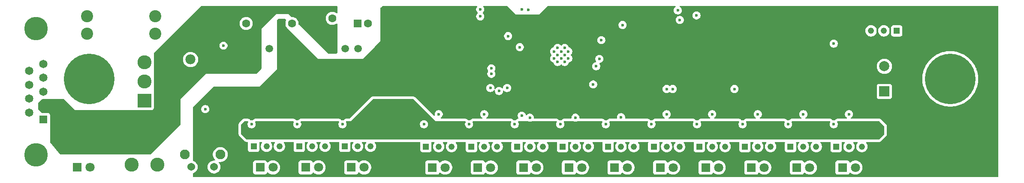
<source format=gbr>
%TF.GenerationSoftware,KiCad,Pcbnew,9.0.1*%
%TF.CreationDate,2025-06-17T16:13:14+02:00*%
%TF.ProjectId,open_g_db,6f70656e-5f67-45f6-9462-2e6b69636164,rev?*%
%TF.SameCoordinates,Original*%
%TF.FileFunction,Copper,L2,Inr*%
%TF.FilePolarity,Positive*%
%FSLAX46Y46*%
G04 Gerber Fmt 4.6, Leading zero omitted, Abs format (unit mm)*
G04 Created by KiCad (PCBNEW 9.0.1) date 2025-06-17 16:13:14*
%MOMM*%
%LPD*%
G01*
G04 APERTURE LIST*
%TA.AperFunction,ComponentPad*%
%ADD10R,1.500000X1.500000*%
%TD*%
%TA.AperFunction,ComponentPad*%
%ADD11C,1.500000*%
%TD*%
%TA.AperFunction,ComponentPad*%
%ADD12R,1.650000X1.650000*%
%TD*%
%TA.AperFunction,ComponentPad*%
%ADD13C,1.650000*%
%TD*%
%TA.AperFunction,ComponentPad*%
%ADD14C,4.650000*%
%TD*%
%TA.AperFunction,ComponentPad*%
%ADD15R,1.600000X1.600000*%
%TD*%
%TA.AperFunction,ComponentPad*%
%ADD16C,1.600000*%
%TD*%
%TA.AperFunction,ComponentPad*%
%ADD17R,1.800000X1.800000*%
%TD*%
%TA.AperFunction,ComponentPad*%
%ADD18C,1.800000*%
%TD*%
%TA.AperFunction,ComponentPad*%
%ADD19R,1.234000X1.234000*%
%TD*%
%TA.AperFunction,ComponentPad*%
%ADD20C,1.234000*%
%TD*%
%TA.AperFunction,ComponentPad*%
%ADD21R,2.000000X2.000000*%
%TD*%
%TA.AperFunction,ComponentPad*%
%ADD22C,2.000000*%
%TD*%
%TA.AperFunction,ComponentPad*%
%ADD23C,0.900000*%
%TD*%
%TA.AperFunction,ComponentPad*%
%ADD24C,10.000000*%
%TD*%
%TA.AperFunction,ComponentPad*%
%ADD25C,1.540000*%
%TD*%
%TA.AperFunction,ComponentPad*%
%ADD26C,1.950000*%
%TD*%
%TA.AperFunction,ComponentPad*%
%ADD27C,2.400000*%
%TD*%
%TA.AperFunction,ComponentPad*%
%ADD28R,1.980000X1.980000*%
%TD*%
%TA.AperFunction,ComponentPad*%
%ADD29C,1.980000*%
%TD*%
%TA.AperFunction,ComponentPad*%
%ADD30R,2.775000X2.775000*%
%TD*%
%TA.AperFunction,ComponentPad*%
%ADD31C,2.775000*%
%TD*%
%TA.AperFunction,HeatsinkPad*%
%ADD32C,0.600000*%
%TD*%
%TA.AperFunction,ViaPad*%
%ADD33C,0.600000*%
%TD*%
G04 APERTURE END LIST*
D10*
%TO.N,+12V*%
%TO.C,PS2*%
X108000000Y-69000000D03*
D11*
%TO.N,GND*%
X110540000Y-69000000D03*
%TO.N,+5V*%
X113080000Y-69000000D03*
%TD*%
D10*
%TO.N,+12V*%
%TO.C,PS1*%
X93000000Y-69035000D03*
D11*
%TO.N,GND*%
X95540000Y-69035000D03*
%TO.N,+3V3*%
X98080000Y-69035000D03*
%TD*%
D12*
%TO.N,GND*%
%TO.C,J1*%
X50940000Y-83085000D03*
D13*
%TO.N,+12V*%
X50940000Y-80315000D03*
%TO.N,unconnected-(J1-Pad3)*%
X50940000Y-77545000D03*
%TO.N,/UART_1_TX*%
X50940000Y-74775000D03*
%TO.N,/UART_1_RX*%
X50940000Y-72005000D03*
%TO.N,unconnected-(J1-Pad6)*%
X48100000Y-81700000D03*
%TO.N,+12P*%
X48100000Y-78930000D03*
%TO.N,GND*%
X48100000Y-76160000D03*
%TO.N,unconnected-(J1-Pad9)*%
X48100000Y-73390000D03*
D14*
%TO.N,N/C*%
X49520000Y-90040000D03*
X49520000Y-65050000D03*
%TD*%
D15*
%TO.N,+12V*%
%TO.C,C4*%
X93000000Y-64000000D03*
D16*
%TO.N,GND*%
X91000000Y-64000000D03*
%TD*%
D15*
%TO.N,+5V*%
%TO.C,C10*%
X113000000Y-64000000D03*
D16*
%TO.N,GND*%
X115000000Y-64000000D03*
%TD*%
D15*
%TO.N,+3V3*%
%TO.C,C5*%
X98000000Y-64000000D03*
D16*
%TO.N,GND*%
X100000000Y-64000000D03*
%TD*%
D15*
%TO.N,+12V*%
%TO.C,C9*%
X108000000Y-65000000D03*
D16*
%TO.N,GND*%
X108000000Y-63000000D03*
%TD*%
D17*
%TO.N,Net-(D13-K)*%
%TO.C,D13*%
X181730000Y-92595000D03*
D18*
%TO.N,Net-(D13-A)*%
X184270000Y-92595000D03*
%TD*%
D17*
%TO.N,Net-(D11-K)*%
%TO.C,D11*%
X163730000Y-92595000D03*
D18*
%TO.N,Net-(D11-A)*%
X166270000Y-92595000D03*
%TD*%
D19*
%TO.N,Net-(D6-K)*%
%TO.C,Q4*%
X110460000Y-88400000D03*
D20*
%TO.N,Net-(Q4-Pad2)*%
X113000000Y-88400000D03*
%TO.N,GND*%
X115540000Y-88400000D03*
%TD*%
D17*
%TO.N,Net-(D16-K)*%
%TO.C,D16*%
X208730000Y-92595000D03*
D18*
%TO.N,Net-(D16-A)*%
X211270000Y-92595000D03*
%TD*%
D19*
%TO.N,Net-(D5-K)*%
%TO.C,Q3*%
X101460000Y-88400000D03*
D20*
%TO.N,Net-(Q3-Pad2)*%
X104000000Y-88400000D03*
%TO.N,GND*%
X106540000Y-88400000D03*
%TD*%
D19*
%TO.N,Net-(D14-K)*%
%TO.C,Q12*%
X189460000Y-88430000D03*
D20*
%TO.N,Net-(Q12-Pad2)*%
X192000000Y-88430000D03*
%TO.N,GND*%
X194540000Y-88430000D03*
%TD*%
D21*
%TO.N,LED_PWR*%
%TO.C,LS1*%
X217000000Y-77500000D03*
D22*
%TO.N,Net-(D3-A)*%
X217000000Y-72500000D03*
%TD*%
D23*
%TO.N,N/C*%
%TO.C,H2*%
X56250000Y-75000000D03*
X57348350Y-72348350D03*
X57348350Y-77651650D03*
X60000000Y-71250000D03*
D24*
X60000000Y-75000000D03*
D23*
X60000000Y-78750000D03*
X62651650Y-72348350D03*
X62651650Y-77651650D03*
X63750000Y-75000000D03*
%TD*%
D17*
%TO.N,Net-(D15-K)*%
%TO.C,D15*%
X199730000Y-92595000D03*
D18*
%TO.N,Net-(D15-A)*%
X202270000Y-92595000D03*
%TD*%
D19*
%TO.N,Net-(D11-K)*%
%TO.C,Q9*%
X162460000Y-88430000D03*
D20*
%TO.N,Net-(Q9-Pad2)*%
X165000000Y-88430000D03*
%TO.N,GND*%
X167540000Y-88430000D03*
%TD*%
D19*
%TO.N,Net-(D15-K)*%
%TO.C,Q13*%
X198460000Y-88430000D03*
D20*
%TO.N,Net-(Q13-Pad2)*%
X201000000Y-88430000D03*
%TO.N,GND*%
X203540000Y-88430000D03*
%TD*%
D19*
%TO.N,Net-(D3-A)*%
%TO.C,Q1*%
X219440000Y-65470000D03*
D20*
%TO.N,Net-(Q1-Pad2)*%
X216900000Y-65470000D03*
%TO.N,GND*%
X214360001Y-65470000D03*
%TD*%
D17*
%TO.N,Net-(D10-K)*%
%TO.C,D10*%
X154730000Y-92595000D03*
D18*
%TO.N,Net-(D10-A)*%
X157270000Y-92595000D03*
%TD*%
D19*
%TO.N,Net-(D12-K)*%
%TO.C,Q10*%
X171460000Y-88430000D03*
D20*
%TO.N,Net-(Q10-Pad2)*%
X174000000Y-88430000D03*
%TO.N,GND*%
X176540000Y-88430000D03*
%TD*%
D17*
%TO.N,Net-(D4-K)*%
%TO.C,D4*%
X93730000Y-92565000D03*
D18*
%TO.N,Net-(D4-A)*%
X96270000Y-92565000D03*
%TD*%
D17*
%TO.N,Net-(D6-K)*%
%TO.C,D6*%
X111730000Y-92565000D03*
D18*
%TO.N,Net-(D6-A)*%
X114270000Y-92565000D03*
%TD*%
D17*
%TO.N,Net-(D12-K)*%
%TO.C,D12*%
X172730000Y-92595000D03*
D18*
%TO.N,Net-(D12-A)*%
X175270000Y-92595000D03*
%TD*%
D19*
%TO.N,Net-(D7-K)*%
%TO.C,Q5*%
X126460000Y-88430000D03*
D20*
%TO.N,Net-(Q5-Pad2)*%
X129000000Y-88430000D03*
%TO.N,GND*%
X131540000Y-88430000D03*
%TD*%
D25*
%TO.N,Net-(J2-Pad1)*%
%TO.C,J2*%
X80135000Y-92490000D03*
%TO.N,/QUERY_BTN*%
X84635000Y-92490000D03*
D26*
%TO.N,unconnected-(J2-Pad3)*%
X85890000Y-90000000D03*
%TO.N,unconnected-(J2-Pad4)*%
X78880000Y-90000000D03*
%TD*%
D19*
%TO.N,Net-(D8-K)*%
%TO.C,Q6*%
X135460000Y-88430000D03*
D20*
%TO.N,Net-(Q6-Pad2)*%
X138000000Y-88430000D03*
%TO.N,GND*%
X140540000Y-88430000D03*
%TD*%
D27*
%TO.N,+12V*%
%TO.C,F1*%
X73000000Y-66000000D03*
X73000000Y-62600000D03*
%TO.N,Net-(S1-COM)*%
X59530000Y-66000000D03*
X59530000Y-62600000D03*
%TD*%
D17*
%TO.N,Net-(D7-K)*%
%TO.C,D7*%
X127730000Y-92595000D03*
D18*
%TO.N,Net-(D7-A)*%
X130270000Y-92595000D03*
%TD*%
D28*
%TO.N,+12V*%
%TO.C,D1*%
X80000000Y-66000000D03*
D29*
%TO.N,GND*%
X80000000Y-71150000D03*
%TD*%
D23*
%TO.N,N/C*%
%TO.C,H1*%
X226250000Y-75000000D03*
X227348350Y-72348350D03*
X227348350Y-77651650D03*
X230000000Y-71250000D03*
D24*
X230000000Y-75000000D03*
D23*
X230000000Y-78750000D03*
X232651650Y-72348350D03*
X232651650Y-77651650D03*
X233750000Y-75000000D03*
%TD*%
D19*
%TO.N,Net-(D4-K)*%
%TO.C,Q2*%
X92460000Y-88400000D03*
D20*
%TO.N,Net-(Q2-Pad2)*%
X95000000Y-88400000D03*
%TO.N,GND*%
X97540000Y-88400000D03*
%TD*%
D17*
%TO.N,Net-(D5-K)*%
%TO.C,D5*%
X102730000Y-92565000D03*
D18*
%TO.N,Net-(D5-A)*%
X105270000Y-92565000D03*
%TD*%
D19*
%TO.N,Net-(D16-K)*%
%TO.C,Q14*%
X207460000Y-88430000D03*
D20*
%TO.N,Net-(Q14-Pad2)*%
X210000000Y-88430000D03*
%TO.N,GND*%
X212540000Y-88430000D03*
%TD*%
D30*
%TO.N,+12P*%
%TO.C,S1*%
X70900000Y-79300000D03*
D31*
%TO.N,Net-(S1-COM)*%
X70900000Y-75490000D03*
%TO.N,unconnected-(S1-NC-Pad3)*%
X70900000Y-71680000D03*
%TO.N,unconnected-(S1-PadMH1)*%
X73440000Y-92000000D03*
%TO.N,unconnected-(S1-PadMH2)*%
X68360000Y-92000000D03*
%TD*%
D19*
%TO.N,Net-(D13-K)*%
%TO.C,Q11*%
X180460000Y-88430000D03*
D20*
%TO.N,Net-(Q11-Pad2)*%
X183000000Y-88430000D03*
%TO.N,GND*%
X185540000Y-88430000D03*
%TD*%
D19*
%TO.N,Net-(D9-K)*%
%TO.C,Q7*%
X144460000Y-88430000D03*
D20*
%TO.N,Net-(Q7-Pad2)*%
X147000000Y-88430000D03*
%TO.N,GND*%
X149540000Y-88430000D03*
%TD*%
D19*
%TO.N,Net-(D10-K)*%
%TO.C,Q8*%
X153460000Y-88430000D03*
D20*
%TO.N,Net-(Q8-Pad2)*%
X156000000Y-88430000D03*
%TO.N,GND*%
X158540000Y-88430000D03*
%TD*%
D17*
%TO.N,Net-(D8-K)*%
%TO.C,D8*%
X136730000Y-92595000D03*
D18*
%TO.N,Net-(D8-A)*%
X139270000Y-92595000D03*
%TD*%
D17*
%TO.N,GND*%
%TO.C,D2*%
X57630000Y-92565000D03*
D18*
%TO.N,Net-(D2-A)*%
X60170000Y-92565000D03*
%TD*%
D17*
%TO.N,Net-(D14-K)*%
%TO.C,D14*%
X190730000Y-92595000D03*
D18*
%TO.N,Net-(D14-A)*%
X193270000Y-92595000D03*
%TD*%
D17*
%TO.N,Net-(D9-K)*%
%TO.C,D9*%
X145730000Y-92595000D03*
D18*
%TO.N,Net-(D9-A)*%
X148270000Y-92595000D03*
%TD*%
D32*
%TO.N,GND*%
%TO.C,U1*%
X152480000Y-68850000D03*
X153880000Y-68850000D03*
X151780000Y-69550000D03*
X153180000Y-69550000D03*
X154580000Y-69550000D03*
X152480000Y-70250000D03*
X153880000Y-70250000D03*
X151780000Y-70950000D03*
X153180000Y-70950000D03*
X154580000Y-70950000D03*
X152480000Y-71650000D03*
X153880000Y-71650000D03*
%TD*%
D33*
%TO.N,+3V3*%
X167900000Y-73600000D03*
X146700000Y-61300000D03*
X133300000Y-73800000D03*
X81000000Y-81000000D03*
X147000000Y-68700000D03*
X170500000Y-64800000D03*
X137000000Y-68800000D03*
X142400000Y-61900000D03*
X170900000Y-62900000D03*
X119100000Y-64600000D03*
%TO.N,GND*%
X82900000Y-81000000D03*
X165300000Y-64300000D03*
X86500000Y-68400000D03*
X145400000Y-61200000D03*
X207000000Y-84000000D03*
X176200000Y-61400000D03*
X171000000Y-84000000D03*
X175200000Y-77000000D03*
X101060000Y-84000000D03*
X144000000Y-84000000D03*
X139400000Y-72900000D03*
X153000000Y-84000000D03*
X126100000Y-84000000D03*
X92060000Y-84000000D03*
X187400000Y-77000000D03*
X176600000Y-63300000D03*
X189000000Y-84000000D03*
X180000000Y-84000000D03*
X135000000Y-84000000D03*
X145000000Y-68700000D03*
X137200000Y-62600000D03*
X162000000Y-84000000D03*
X174000000Y-77000000D03*
X110000000Y-84000000D03*
X207000000Y-68000000D03*
X145400000Y-82300000D03*
X137200000Y-61200000D03*
X198000000Y-84000000D03*
%TO.N,/ESP2_EN*%
X142700000Y-66500000D03*
%TO.N,/ESP2_BOOT*%
X159500000Y-76100000D03*
%TO.N,+12V*%
X55500000Y-88600000D03*
X86500000Y-64000000D03*
%TO.N,/QUERY_BTN*%
X139400000Y-74000000D03*
X161100000Y-67300000D03*
%TO.N,/BUZZER_EN*%
X179900000Y-62400000D03*
%TO.N,I2C_1_SCL*%
X160100000Y-72500000D03*
%TO.N,I2C_1_SDA*%
X160725735Y-71025735D03*
%TO.N,/Portexpander_LED/DP_LED_4*%
X156000000Y-82700000D03*
%TO.N,/Portexpander_LED/DP_LED_5*%
X165000000Y-82600000D03*
%TO.N,/Portexpander_LED/DP_LED_6*%
X174000000Y-82000000D03*
%TO.N,/Portexpander_LED/DP_LED_7*%
X183000000Y-82000000D03*
%TO.N,/Portexpander_LED/DP_LED_8*%
X192000000Y-82000000D03*
%TO.N,/Portexpander_LED/DP_LED_9*%
X201000000Y-82000000D03*
%TO.N,/Portexpander_LED/DP_LED_3*%
X147000000Y-82700000D03*
%TO.N,/Portexpander_LED/DP_LED_10*%
X210000000Y-82000000D03*
%TO.N,/Portexpander_LED/DP_LED_2*%
X138000000Y-82000000D03*
%TO.N,/Portexpander_LED/DP_LED_1*%
X129000000Y-82000000D03*
%TO.N,/Portexpander_LED/IND_LED_1*%
X139199000Y-76801000D03*
%TO.N,/Portexpander_LED/IND_LED_2*%
X140900000Y-77400000D03*
%TO.N,/Portexpander_LED/IND_LED_3*%
X142500000Y-76800000D03*
%TO.N,LED_PWR*%
X215500000Y-85000000D03*
X117000000Y-82000000D03*
X216600000Y-85800000D03*
X215500000Y-85800000D03*
X98060000Y-84000000D03*
X120000000Y-81000000D03*
X117000000Y-81000000D03*
X122000000Y-82000000D03*
X186000000Y-84000000D03*
X122000000Y-81000000D03*
X168000000Y-84000000D03*
X118000000Y-81000000D03*
X118000000Y-80000000D03*
X118000000Y-82000000D03*
X119000000Y-82000000D03*
X123000000Y-82000000D03*
X121000000Y-81000000D03*
X120000000Y-80000000D03*
X122000000Y-80000000D03*
X123000000Y-81000000D03*
X120000000Y-82000000D03*
X159000000Y-84000000D03*
X119000000Y-81000000D03*
X123000000Y-80000000D03*
X119000000Y-80000000D03*
X107060000Y-84000000D03*
X115960000Y-84000000D03*
X216600000Y-85000000D03*
X117000000Y-80000000D03*
X141000000Y-84000000D03*
X150000000Y-84000000D03*
X121000000Y-82000000D03*
X204000000Y-84000000D03*
X121000000Y-80000000D03*
X177000000Y-84000000D03*
X132100000Y-84000000D03*
X195000000Y-84000000D03*
X213000000Y-84000000D03*
%TD*%
%TA.AperFunction,Conductor*%
%TO.N,+12V*%
G36*
X108943039Y-60520185D02*
G01*
X108988794Y-60572989D01*
X109000000Y-60624500D01*
X109000000Y-61875671D01*
X108980315Y-61942710D01*
X108927511Y-61988465D01*
X108858353Y-61998409D01*
X108803116Y-61975990D01*
X108681612Y-61887714D01*
X108499223Y-61794781D01*
X108304534Y-61731522D01*
X108129995Y-61703878D01*
X108102352Y-61699500D01*
X107897648Y-61699500D01*
X107873329Y-61703351D01*
X107695465Y-61731522D01*
X107500776Y-61794781D01*
X107318386Y-61887715D01*
X107152786Y-62008028D01*
X107008028Y-62152786D01*
X106887715Y-62318386D01*
X106794781Y-62500776D01*
X106731522Y-62695465D01*
X106699500Y-62897648D01*
X106699500Y-63102351D01*
X106731522Y-63304534D01*
X106794781Y-63499223D01*
X106887715Y-63681613D01*
X107008028Y-63847213D01*
X107152786Y-63991971D01*
X107307749Y-64104556D01*
X107318390Y-64112287D01*
X107434607Y-64171503D01*
X107500776Y-64205218D01*
X107500778Y-64205218D01*
X107500781Y-64205220D01*
X107526911Y-64213710D01*
X107695465Y-64268477D01*
X107796557Y-64284488D01*
X107897648Y-64300500D01*
X107897649Y-64300500D01*
X108102351Y-64300500D01*
X108102352Y-64300500D01*
X108304534Y-64268477D01*
X108499219Y-64205220D01*
X108681610Y-64112287D01*
X108768528Y-64049138D01*
X108803115Y-64024010D01*
X108868922Y-64000530D01*
X108936975Y-64016356D01*
X108985670Y-64066462D01*
X109000000Y-64124328D01*
X109000000Y-69748638D01*
X108991355Y-69778078D01*
X108984832Y-69808065D01*
X108981077Y-69813080D01*
X108980315Y-69815677D01*
X108963681Y-69836319D01*
X108836319Y-69963681D01*
X108774996Y-69997166D01*
X108748638Y-70000000D01*
X107251362Y-70000000D01*
X107184323Y-69980315D01*
X107163681Y-69963681D01*
X101336819Y-64136819D01*
X101303334Y-64075496D01*
X101300500Y-64049138D01*
X101300500Y-63897648D01*
X101268477Y-63695465D01*
X101205218Y-63500776D01*
X101160181Y-63412388D01*
X101112287Y-63318390D01*
X101102220Y-63304534D01*
X100991971Y-63152786D01*
X100847213Y-63008028D01*
X100681613Y-62887715D01*
X100681612Y-62887714D01*
X100681610Y-62887713D01*
X100624653Y-62858691D01*
X100499223Y-62794781D01*
X100304534Y-62731522D01*
X100129995Y-62703878D01*
X100102352Y-62699500D01*
X99950862Y-62699500D01*
X99883823Y-62679815D01*
X99863181Y-62663181D01*
X99300000Y-62100000D01*
X96900000Y-62100000D01*
X96899999Y-62100000D01*
X94000000Y-64999999D01*
X94000000Y-72948638D01*
X93980315Y-73015677D01*
X93963681Y-73036319D01*
X93036319Y-73963681D01*
X92974996Y-73997166D01*
X92948638Y-74000000D01*
X82999999Y-74000000D01*
X78000000Y-78999999D01*
X78000000Y-84048638D01*
X77980315Y-84115677D01*
X77963681Y-84136319D01*
X72136319Y-89963681D01*
X72074996Y-89997166D01*
X72048638Y-90000000D01*
X54356550Y-90000000D01*
X54289511Y-89980315D01*
X54262922Y-89957301D01*
X52330372Y-87731751D01*
X52301281Y-87668226D01*
X52300000Y-87650450D01*
X52300000Y-83400000D01*
X52297405Y-83393737D01*
X52268333Y-83340495D01*
X52265499Y-83314142D01*
X52265499Y-82212128D01*
X52259091Y-82152517D01*
X52208796Y-82017669D01*
X52208795Y-82017668D01*
X52208793Y-82017664D01*
X52122547Y-81902455D01*
X52122544Y-81902452D01*
X52007335Y-81816206D01*
X52007328Y-81816202D01*
X51872482Y-81765908D01*
X51872483Y-81765908D01*
X51812883Y-81759501D01*
X51812881Y-81759500D01*
X51812873Y-81759500D01*
X51812865Y-81759500D01*
X50710862Y-81759500D01*
X50643823Y-81739815D01*
X50623181Y-81723181D01*
X49936319Y-81036319D01*
X49902834Y-80974996D01*
X49900000Y-80948638D01*
X49900000Y-79851362D01*
X49919685Y-79784323D01*
X49936319Y-79763681D01*
X50663681Y-79036319D01*
X50725004Y-79002834D01*
X50751362Y-79000000D01*
X54948638Y-79000000D01*
X55015677Y-79019685D01*
X55036319Y-79036319D01*
X57200000Y-81200000D01*
X70799999Y-81200000D01*
X70800000Y-81200000D01*
X70800000Y-81199999D01*
X70806181Y-81197439D01*
X70853634Y-81187999D01*
X72335372Y-81187999D01*
X72394983Y-81181591D01*
X72529831Y-81131296D01*
X72645046Y-81045046D01*
X72731296Y-80929831D01*
X72781591Y-80794983D01*
X72788000Y-80735373D01*
X72787999Y-79253634D01*
X72797439Y-79206181D01*
X72799998Y-79200001D01*
X72800000Y-79200000D01*
X72800000Y-71032695D01*
X78509500Y-71032695D01*
X78509500Y-71267305D01*
X78527850Y-71383165D01*
X78546201Y-71499027D01*
X78618697Y-71722150D01*
X78725212Y-71931195D01*
X78863104Y-72120989D01*
X78863108Y-72120994D01*
X79029005Y-72286891D01*
X79029010Y-72286895D01*
X79194558Y-72407171D01*
X79218808Y-72424790D01*
X79393531Y-72513816D01*
X79427849Y-72531302D01*
X79539410Y-72567550D01*
X79650974Y-72603799D01*
X79882695Y-72640500D01*
X79882696Y-72640500D01*
X80117304Y-72640500D01*
X80117305Y-72640500D01*
X80349026Y-72603799D01*
X80572153Y-72531301D01*
X80781192Y-72424790D01*
X80970996Y-72286890D01*
X81136890Y-72120996D01*
X81274790Y-71931192D01*
X81381301Y-71722153D01*
X81453799Y-71499026D01*
X81490500Y-71267305D01*
X81490500Y-71032695D01*
X81453799Y-70800974D01*
X81381301Y-70577847D01*
X81274790Y-70368808D01*
X81257171Y-70344558D01*
X81136895Y-70179010D01*
X81136891Y-70179005D01*
X80970994Y-70013108D01*
X80970989Y-70013104D01*
X80781195Y-69875212D01*
X80781194Y-69875211D01*
X80781192Y-69875210D01*
X80664352Y-69815677D01*
X80572150Y-69768697D01*
X80349027Y-69696201D01*
X80233165Y-69677850D01*
X80117305Y-69659500D01*
X79882695Y-69659500D01*
X79805454Y-69671733D01*
X79650972Y-69696201D01*
X79427849Y-69768697D01*
X79218804Y-69875212D01*
X79029010Y-70013104D01*
X79029005Y-70013108D01*
X78863108Y-70179005D01*
X78863104Y-70179010D01*
X78725212Y-70368804D01*
X78618697Y-70577849D01*
X78546201Y-70800972D01*
X78521371Y-70957743D01*
X78509500Y-71032695D01*
X72800000Y-71032695D01*
X72800000Y-69851362D01*
X72819685Y-69784323D01*
X72836319Y-69763681D01*
X74278847Y-68321153D01*
X85699500Y-68321153D01*
X85699500Y-68478846D01*
X85730261Y-68633489D01*
X85730264Y-68633501D01*
X85790602Y-68779172D01*
X85790609Y-68779185D01*
X85878210Y-68910288D01*
X85878213Y-68910292D01*
X85989707Y-69021786D01*
X85989711Y-69021789D01*
X86120814Y-69109390D01*
X86120827Y-69109397D01*
X86266498Y-69169735D01*
X86266503Y-69169737D01*
X86421153Y-69200499D01*
X86421156Y-69200500D01*
X86421158Y-69200500D01*
X86578844Y-69200500D01*
X86578845Y-69200499D01*
X86733497Y-69169737D01*
X86879179Y-69109394D01*
X87010289Y-69021789D01*
X87121789Y-68910289D01*
X87209394Y-68779179D01*
X87269737Y-68633497D01*
X87300500Y-68478842D01*
X87300500Y-68321158D01*
X87300500Y-68321155D01*
X87300499Y-68321153D01*
X87269737Y-68166503D01*
X87234392Y-68081172D01*
X87209397Y-68020827D01*
X87209390Y-68020814D01*
X87121789Y-67889711D01*
X87121786Y-67889707D01*
X87010292Y-67778213D01*
X87010288Y-67778210D01*
X86879185Y-67690609D01*
X86879172Y-67690602D01*
X86733501Y-67630264D01*
X86733489Y-67630261D01*
X86578845Y-67599500D01*
X86578842Y-67599500D01*
X86421158Y-67599500D01*
X86421155Y-67599500D01*
X86266510Y-67630261D01*
X86266498Y-67630264D01*
X86120827Y-67690602D01*
X86120814Y-67690609D01*
X85989711Y-67778210D01*
X85989707Y-67778213D01*
X85878213Y-67889707D01*
X85878210Y-67889711D01*
X85790609Y-68020814D01*
X85790602Y-68020827D01*
X85730264Y-68166498D01*
X85730261Y-68166510D01*
X85699500Y-68321153D01*
X74278847Y-68321153D01*
X78702352Y-63897648D01*
X89699500Y-63897648D01*
X89699500Y-64102351D01*
X89731522Y-64304534D01*
X89794781Y-64499223D01*
X89887715Y-64681613D01*
X90008028Y-64847213D01*
X90152786Y-64991971D01*
X90307749Y-65104556D01*
X90318390Y-65112287D01*
X90407216Y-65157546D01*
X90500776Y-65205218D01*
X90500778Y-65205218D01*
X90500781Y-65205220D01*
X90605137Y-65239127D01*
X90695465Y-65268477D01*
X90796557Y-65284488D01*
X90897648Y-65300500D01*
X90897649Y-65300500D01*
X91102351Y-65300500D01*
X91102352Y-65300500D01*
X91304534Y-65268477D01*
X91499219Y-65205220D01*
X91681610Y-65112287D01*
X91777897Y-65042331D01*
X91847213Y-64991971D01*
X91847215Y-64991968D01*
X91847219Y-64991966D01*
X91991966Y-64847219D01*
X91991968Y-64847215D01*
X91991971Y-64847213D01*
X92085301Y-64718753D01*
X92112287Y-64681610D01*
X92205220Y-64499219D01*
X92268477Y-64304534D01*
X92300500Y-64102352D01*
X92300500Y-63897648D01*
X92268477Y-63695466D01*
X92205220Y-63500781D01*
X92205218Y-63500778D01*
X92205218Y-63500776D01*
X92160181Y-63412388D01*
X92112287Y-63318390D01*
X92102220Y-63304534D01*
X91991971Y-63152786D01*
X91847213Y-63008028D01*
X91681613Y-62887715D01*
X91681612Y-62887714D01*
X91681610Y-62887713D01*
X91624653Y-62858691D01*
X91499223Y-62794781D01*
X91304534Y-62731522D01*
X91129995Y-62703878D01*
X91102352Y-62699500D01*
X90897648Y-62699500D01*
X90873329Y-62703351D01*
X90695465Y-62731522D01*
X90500776Y-62794781D01*
X90318386Y-62887715D01*
X90152786Y-63008028D01*
X90008028Y-63152786D01*
X89887715Y-63318386D01*
X89794781Y-63500776D01*
X89731522Y-63695465D01*
X89699500Y-63897648D01*
X78702352Y-63897648D01*
X82063181Y-60536819D01*
X82124504Y-60503334D01*
X82150862Y-60500500D01*
X108876000Y-60500500D01*
X108943039Y-60520185D01*
G37*
%TD.AperFunction*%
%TD*%
%TA.AperFunction,Conductor*%
%TO.N,LED_PWR*%
G36*
X124015677Y-79019685D02*
G01*
X124036319Y-79036319D01*
X128400000Y-83400000D01*
X134206166Y-83400000D01*
X134273205Y-83419685D01*
X134318960Y-83472489D01*
X134328904Y-83541647D01*
X134309268Y-83592892D01*
X134290606Y-83620820D01*
X134290602Y-83620827D01*
X134230264Y-83766498D01*
X134230261Y-83766510D01*
X134199500Y-83921153D01*
X134199500Y-84078846D01*
X134230261Y-84233489D01*
X134230264Y-84233501D01*
X134290602Y-84379172D01*
X134290609Y-84379185D01*
X134378210Y-84510288D01*
X134378213Y-84510292D01*
X134489707Y-84621786D01*
X134489711Y-84621789D01*
X134620814Y-84709390D01*
X134620827Y-84709397D01*
X134766498Y-84769735D01*
X134766503Y-84769737D01*
X134921153Y-84800499D01*
X134921156Y-84800500D01*
X134921158Y-84800500D01*
X135078844Y-84800500D01*
X135078845Y-84800499D01*
X135233497Y-84769737D01*
X135379179Y-84709394D01*
X135510289Y-84621789D01*
X135621789Y-84510289D01*
X135709394Y-84379179D01*
X135769737Y-84233497D01*
X135800500Y-84078842D01*
X135800500Y-83921158D01*
X135800500Y-83921155D01*
X135800499Y-83921153D01*
X135769738Y-83766510D01*
X135769737Y-83766503D01*
X135769735Y-83766498D01*
X135709397Y-83620827D01*
X135709393Y-83620820D01*
X135690732Y-83592892D01*
X135669854Y-83526214D01*
X135688338Y-83458834D01*
X135740316Y-83412144D01*
X135793834Y-83400000D01*
X143206166Y-83400000D01*
X143273205Y-83419685D01*
X143318960Y-83472489D01*
X143328904Y-83541647D01*
X143309268Y-83592892D01*
X143290606Y-83620820D01*
X143290602Y-83620827D01*
X143230264Y-83766498D01*
X143230261Y-83766510D01*
X143199500Y-83921153D01*
X143199500Y-84078846D01*
X143230261Y-84233489D01*
X143230264Y-84233501D01*
X143290602Y-84379172D01*
X143290609Y-84379185D01*
X143378210Y-84510288D01*
X143378213Y-84510292D01*
X143489707Y-84621786D01*
X143489711Y-84621789D01*
X143620814Y-84709390D01*
X143620827Y-84709397D01*
X143766498Y-84769735D01*
X143766503Y-84769737D01*
X143921153Y-84800499D01*
X143921156Y-84800500D01*
X143921158Y-84800500D01*
X144078844Y-84800500D01*
X144078845Y-84800499D01*
X144233497Y-84769737D01*
X144379179Y-84709394D01*
X144510289Y-84621789D01*
X144621789Y-84510289D01*
X144709394Y-84379179D01*
X144769737Y-84233497D01*
X144800500Y-84078842D01*
X144800500Y-83921158D01*
X144800500Y-83921155D01*
X144800499Y-83921153D01*
X144769738Y-83766510D01*
X144769737Y-83766503D01*
X144769735Y-83766498D01*
X144709397Y-83620827D01*
X144709393Y-83620820D01*
X144690732Y-83592892D01*
X144669854Y-83526214D01*
X144688338Y-83458834D01*
X144740316Y-83412144D01*
X144793834Y-83400000D01*
X146573476Y-83400000D01*
X146620928Y-83409439D01*
X146766498Y-83469735D01*
X146766503Y-83469737D01*
X146921153Y-83500499D01*
X146921156Y-83500500D01*
X146921158Y-83500500D01*
X147078844Y-83500500D01*
X147078845Y-83500499D01*
X147233497Y-83469737D01*
X147314176Y-83436319D01*
X147379072Y-83409439D01*
X147426524Y-83400000D01*
X152206166Y-83400000D01*
X152273205Y-83419685D01*
X152318960Y-83472489D01*
X152328904Y-83541647D01*
X152309268Y-83592892D01*
X152290606Y-83620820D01*
X152290602Y-83620827D01*
X152230264Y-83766498D01*
X152230261Y-83766510D01*
X152199500Y-83921153D01*
X152199500Y-84078846D01*
X152230261Y-84233489D01*
X152230264Y-84233501D01*
X152290602Y-84379172D01*
X152290609Y-84379185D01*
X152378210Y-84510288D01*
X152378213Y-84510292D01*
X152489707Y-84621786D01*
X152489711Y-84621789D01*
X152620814Y-84709390D01*
X152620827Y-84709397D01*
X152766498Y-84769735D01*
X152766503Y-84769737D01*
X152921153Y-84800499D01*
X152921156Y-84800500D01*
X152921158Y-84800500D01*
X153078844Y-84800500D01*
X153078845Y-84800499D01*
X153233497Y-84769737D01*
X153379179Y-84709394D01*
X153510289Y-84621789D01*
X153621789Y-84510289D01*
X153709394Y-84379179D01*
X153769737Y-84233497D01*
X153800500Y-84078842D01*
X153800500Y-83921158D01*
X153800500Y-83921155D01*
X153800499Y-83921153D01*
X153769738Y-83766510D01*
X153769737Y-83766503D01*
X153769735Y-83766498D01*
X153709397Y-83620827D01*
X153709393Y-83620820D01*
X153690732Y-83592892D01*
X153669854Y-83526214D01*
X153688338Y-83458834D01*
X153740316Y-83412144D01*
X153793834Y-83400000D01*
X155573476Y-83400000D01*
X155620928Y-83409439D01*
X155766498Y-83469735D01*
X155766503Y-83469737D01*
X155921153Y-83500499D01*
X155921156Y-83500500D01*
X155921158Y-83500500D01*
X156078844Y-83500500D01*
X156078845Y-83500499D01*
X156233497Y-83469737D01*
X156314176Y-83436319D01*
X156379072Y-83409439D01*
X156426524Y-83400000D01*
X161206166Y-83400000D01*
X161273205Y-83419685D01*
X161318960Y-83472489D01*
X161328904Y-83541647D01*
X161309268Y-83592892D01*
X161290606Y-83620820D01*
X161290602Y-83620827D01*
X161230264Y-83766498D01*
X161230261Y-83766510D01*
X161199500Y-83921153D01*
X161199500Y-84078846D01*
X161230261Y-84233489D01*
X161230264Y-84233501D01*
X161290602Y-84379172D01*
X161290609Y-84379185D01*
X161378210Y-84510288D01*
X161378213Y-84510292D01*
X161489707Y-84621786D01*
X161489711Y-84621789D01*
X161620814Y-84709390D01*
X161620827Y-84709397D01*
X161766498Y-84769735D01*
X161766503Y-84769737D01*
X161921153Y-84800499D01*
X161921156Y-84800500D01*
X161921158Y-84800500D01*
X162078844Y-84800500D01*
X162078845Y-84800499D01*
X162233497Y-84769737D01*
X162379179Y-84709394D01*
X162510289Y-84621789D01*
X162621789Y-84510289D01*
X162709394Y-84379179D01*
X162769737Y-84233497D01*
X162800500Y-84078842D01*
X162800500Y-83921158D01*
X162800500Y-83921155D01*
X162800499Y-83921153D01*
X162769738Y-83766510D01*
X162769737Y-83766503D01*
X162769735Y-83766498D01*
X162709397Y-83620827D01*
X162709393Y-83620820D01*
X162690732Y-83592892D01*
X162669854Y-83526214D01*
X162688338Y-83458834D01*
X162740316Y-83412144D01*
X162793834Y-83400000D01*
X164918644Y-83400000D01*
X164921158Y-83400500D01*
X165078842Y-83400500D01*
X165081356Y-83400000D01*
X170206166Y-83400000D01*
X170273205Y-83419685D01*
X170318960Y-83472489D01*
X170328904Y-83541647D01*
X170309268Y-83592892D01*
X170290606Y-83620820D01*
X170290602Y-83620827D01*
X170230264Y-83766498D01*
X170230261Y-83766510D01*
X170199500Y-83921153D01*
X170199500Y-84078846D01*
X170230261Y-84233489D01*
X170230264Y-84233501D01*
X170290602Y-84379172D01*
X170290609Y-84379185D01*
X170378210Y-84510288D01*
X170378213Y-84510292D01*
X170489707Y-84621786D01*
X170489711Y-84621789D01*
X170620814Y-84709390D01*
X170620827Y-84709397D01*
X170766498Y-84769735D01*
X170766503Y-84769737D01*
X170921153Y-84800499D01*
X170921156Y-84800500D01*
X170921158Y-84800500D01*
X171078844Y-84800500D01*
X171078845Y-84800499D01*
X171233497Y-84769737D01*
X171379179Y-84709394D01*
X171510289Y-84621789D01*
X171621789Y-84510289D01*
X171709394Y-84379179D01*
X171769737Y-84233497D01*
X171800500Y-84078842D01*
X171800500Y-83921158D01*
X171800500Y-83921155D01*
X171800499Y-83921153D01*
X171769738Y-83766510D01*
X171769737Y-83766503D01*
X171769735Y-83766498D01*
X171709397Y-83620827D01*
X171709393Y-83620820D01*
X171690732Y-83592892D01*
X171669854Y-83526214D01*
X171688338Y-83458834D01*
X171740316Y-83412144D01*
X171793834Y-83400000D01*
X179206166Y-83400000D01*
X179273205Y-83419685D01*
X179318960Y-83472489D01*
X179328904Y-83541647D01*
X179309268Y-83592892D01*
X179290606Y-83620820D01*
X179290602Y-83620827D01*
X179230264Y-83766498D01*
X179230261Y-83766510D01*
X179199500Y-83921153D01*
X179199500Y-84078846D01*
X179230261Y-84233489D01*
X179230264Y-84233501D01*
X179290602Y-84379172D01*
X179290609Y-84379185D01*
X179378210Y-84510288D01*
X179378213Y-84510292D01*
X179489707Y-84621786D01*
X179489711Y-84621789D01*
X179620814Y-84709390D01*
X179620827Y-84709397D01*
X179766498Y-84769735D01*
X179766503Y-84769737D01*
X179921153Y-84800499D01*
X179921156Y-84800500D01*
X179921158Y-84800500D01*
X180078844Y-84800500D01*
X180078845Y-84800499D01*
X180233497Y-84769737D01*
X180379179Y-84709394D01*
X180510289Y-84621789D01*
X180621789Y-84510289D01*
X180709394Y-84379179D01*
X180769737Y-84233497D01*
X180800500Y-84078842D01*
X180800500Y-83921158D01*
X180800500Y-83921155D01*
X180800499Y-83921153D01*
X180769738Y-83766510D01*
X180769737Y-83766503D01*
X180769735Y-83766498D01*
X180709397Y-83620827D01*
X180709393Y-83620820D01*
X180690732Y-83592892D01*
X180669854Y-83526214D01*
X180688338Y-83458834D01*
X180740316Y-83412144D01*
X180793834Y-83400000D01*
X188206166Y-83400000D01*
X188273205Y-83419685D01*
X188318960Y-83472489D01*
X188328904Y-83541647D01*
X188309268Y-83592892D01*
X188290606Y-83620820D01*
X188290602Y-83620827D01*
X188230264Y-83766498D01*
X188230261Y-83766510D01*
X188199500Y-83921153D01*
X188199500Y-84078846D01*
X188230261Y-84233489D01*
X188230264Y-84233501D01*
X188290602Y-84379172D01*
X188290609Y-84379185D01*
X188378210Y-84510288D01*
X188378213Y-84510292D01*
X188489707Y-84621786D01*
X188489711Y-84621789D01*
X188620814Y-84709390D01*
X188620827Y-84709397D01*
X188766498Y-84769735D01*
X188766503Y-84769737D01*
X188921153Y-84800499D01*
X188921156Y-84800500D01*
X188921158Y-84800500D01*
X189078844Y-84800500D01*
X189078845Y-84800499D01*
X189233497Y-84769737D01*
X189379179Y-84709394D01*
X189510289Y-84621789D01*
X189621789Y-84510289D01*
X189709394Y-84379179D01*
X189769737Y-84233497D01*
X189800500Y-84078842D01*
X189800500Y-83921158D01*
X189800500Y-83921155D01*
X189800499Y-83921153D01*
X189769738Y-83766510D01*
X189769737Y-83766503D01*
X189769735Y-83766498D01*
X189709397Y-83620827D01*
X189709393Y-83620820D01*
X189690732Y-83592892D01*
X189669854Y-83526214D01*
X189688338Y-83458834D01*
X189740316Y-83412144D01*
X189793834Y-83400000D01*
X197206166Y-83400000D01*
X197273205Y-83419685D01*
X197318960Y-83472489D01*
X197328904Y-83541647D01*
X197309268Y-83592892D01*
X197290606Y-83620820D01*
X197290602Y-83620827D01*
X197230264Y-83766498D01*
X197230261Y-83766510D01*
X197199500Y-83921153D01*
X197199500Y-84078846D01*
X197230261Y-84233489D01*
X197230264Y-84233501D01*
X197290602Y-84379172D01*
X197290609Y-84379185D01*
X197378210Y-84510288D01*
X197378213Y-84510292D01*
X197489707Y-84621786D01*
X197489711Y-84621789D01*
X197620814Y-84709390D01*
X197620827Y-84709397D01*
X197766498Y-84769735D01*
X197766503Y-84769737D01*
X197921153Y-84800499D01*
X197921156Y-84800500D01*
X197921158Y-84800500D01*
X198078844Y-84800500D01*
X198078845Y-84800499D01*
X198233497Y-84769737D01*
X198379179Y-84709394D01*
X198510289Y-84621789D01*
X198621789Y-84510289D01*
X198709394Y-84379179D01*
X198769737Y-84233497D01*
X198800500Y-84078842D01*
X198800500Y-83921158D01*
X198800500Y-83921155D01*
X198800499Y-83921153D01*
X198769738Y-83766510D01*
X198769737Y-83766503D01*
X198769735Y-83766498D01*
X198709397Y-83620827D01*
X198709393Y-83620820D01*
X198690732Y-83592892D01*
X198669854Y-83526214D01*
X198688338Y-83458834D01*
X198740316Y-83412144D01*
X198793834Y-83400000D01*
X206206166Y-83400000D01*
X206273205Y-83419685D01*
X206318960Y-83472489D01*
X206328904Y-83541647D01*
X206309268Y-83592892D01*
X206290606Y-83620820D01*
X206290602Y-83620827D01*
X206230264Y-83766498D01*
X206230261Y-83766510D01*
X206199500Y-83921153D01*
X206199500Y-84078846D01*
X206230261Y-84233489D01*
X206230264Y-84233501D01*
X206290602Y-84379172D01*
X206290609Y-84379185D01*
X206378210Y-84510288D01*
X206378213Y-84510292D01*
X206489707Y-84621786D01*
X206489711Y-84621789D01*
X206620814Y-84709390D01*
X206620827Y-84709397D01*
X206766498Y-84769735D01*
X206766503Y-84769737D01*
X206921153Y-84800499D01*
X206921156Y-84800500D01*
X206921158Y-84800500D01*
X207078844Y-84800500D01*
X207078845Y-84800499D01*
X207233497Y-84769737D01*
X207379179Y-84709394D01*
X207510289Y-84621789D01*
X207621789Y-84510289D01*
X207709394Y-84379179D01*
X207769737Y-84233497D01*
X207800500Y-84078842D01*
X207800500Y-83921158D01*
X207800500Y-83921155D01*
X207800499Y-83921153D01*
X207769738Y-83766510D01*
X207769737Y-83766503D01*
X207769735Y-83766498D01*
X207709397Y-83620827D01*
X207709393Y-83620820D01*
X207690732Y-83592892D01*
X207669854Y-83526214D01*
X207688338Y-83458834D01*
X207740316Y-83412144D01*
X207793834Y-83400000D01*
X215948638Y-83400000D01*
X216015677Y-83419685D01*
X216036319Y-83436319D01*
X216963681Y-84363681D01*
X216997166Y-84425004D01*
X217000000Y-84451362D01*
X217000000Y-85948638D01*
X216980315Y-86015677D01*
X216963681Y-86036319D01*
X216036319Y-86963681D01*
X215974996Y-86997166D01*
X215948638Y-87000000D01*
X91051362Y-87000000D01*
X90984323Y-86980315D01*
X90963681Y-86963681D01*
X90036319Y-86036319D01*
X90002834Y-85974996D01*
X90000000Y-85948638D01*
X90000000Y-84051362D01*
X90019685Y-83984323D01*
X90036319Y-83963681D01*
X90563681Y-83436319D01*
X90625004Y-83402834D01*
X90651362Y-83400000D01*
X91266166Y-83400000D01*
X91333205Y-83419685D01*
X91378960Y-83472489D01*
X91388904Y-83541647D01*
X91369268Y-83592892D01*
X91350606Y-83620820D01*
X91350602Y-83620827D01*
X91290264Y-83766498D01*
X91290261Y-83766510D01*
X91259500Y-83921153D01*
X91259500Y-84078846D01*
X91290261Y-84233489D01*
X91290264Y-84233501D01*
X91350602Y-84379172D01*
X91350609Y-84379185D01*
X91438210Y-84510288D01*
X91438213Y-84510292D01*
X91549707Y-84621786D01*
X91549711Y-84621789D01*
X91680814Y-84709390D01*
X91680827Y-84709397D01*
X91826498Y-84769735D01*
X91826503Y-84769737D01*
X91981153Y-84800499D01*
X91981156Y-84800500D01*
X91981158Y-84800500D01*
X92138844Y-84800500D01*
X92138845Y-84800499D01*
X92293497Y-84769737D01*
X92439179Y-84709394D01*
X92570289Y-84621789D01*
X92681789Y-84510289D01*
X92769394Y-84379179D01*
X92829737Y-84233497D01*
X92860500Y-84078842D01*
X92860500Y-83921158D01*
X92860500Y-83921155D01*
X92860499Y-83921153D01*
X92829738Y-83766510D01*
X92829737Y-83766503D01*
X92829735Y-83766498D01*
X92769397Y-83620827D01*
X92769393Y-83620820D01*
X92750732Y-83592892D01*
X92729854Y-83526214D01*
X92748338Y-83458834D01*
X92800316Y-83412144D01*
X92853834Y-83400000D01*
X100266166Y-83400000D01*
X100333205Y-83419685D01*
X100378960Y-83472489D01*
X100388904Y-83541647D01*
X100369268Y-83592892D01*
X100350606Y-83620820D01*
X100350602Y-83620827D01*
X100290264Y-83766498D01*
X100290261Y-83766510D01*
X100259500Y-83921153D01*
X100259500Y-84078846D01*
X100290261Y-84233489D01*
X100290264Y-84233501D01*
X100350602Y-84379172D01*
X100350609Y-84379185D01*
X100438210Y-84510288D01*
X100438213Y-84510292D01*
X100549707Y-84621786D01*
X100549711Y-84621789D01*
X100680814Y-84709390D01*
X100680827Y-84709397D01*
X100826498Y-84769735D01*
X100826503Y-84769737D01*
X100981153Y-84800499D01*
X100981156Y-84800500D01*
X100981158Y-84800500D01*
X101138844Y-84800500D01*
X101138845Y-84800499D01*
X101293497Y-84769737D01*
X101439179Y-84709394D01*
X101570289Y-84621789D01*
X101681789Y-84510289D01*
X101769394Y-84379179D01*
X101829737Y-84233497D01*
X101860500Y-84078842D01*
X101860500Y-83921158D01*
X101860500Y-83921155D01*
X101860499Y-83921153D01*
X101829738Y-83766510D01*
X101829737Y-83766503D01*
X101829735Y-83766498D01*
X101769397Y-83620827D01*
X101769393Y-83620820D01*
X101750732Y-83592892D01*
X101729854Y-83526214D01*
X101748338Y-83458834D01*
X101800316Y-83412144D01*
X101853834Y-83400000D01*
X109206166Y-83400000D01*
X109273205Y-83419685D01*
X109318960Y-83472489D01*
X109328904Y-83541647D01*
X109309268Y-83592892D01*
X109290606Y-83620820D01*
X109290602Y-83620827D01*
X109230264Y-83766498D01*
X109230261Y-83766510D01*
X109199500Y-83921153D01*
X109199500Y-84078846D01*
X109230261Y-84233489D01*
X109230264Y-84233501D01*
X109290602Y-84379172D01*
X109290609Y-84379185D01*
X109378210Y-84510288D01*
X109378213Y-84510292D01*
X109489707Y-84621786D01*
X109489711Y-84621789D01*
X109620814Y-84709390D01*
X109620827Y-84709397D01*
X109766498Y-84769735D01*
X109766503Y-84769737D01*
X109921153Y-84800499D01*
X109921156Y-84800500D01*
X109921158Y-84800500D01*
X110078844Y-84800500D01*
X110078845Y-84800499D01*
X110233497Y-84769737D01*
X110379179Y-84709394D01*
X110510289Y-84621789D01*
X110621789Y-84510289D01*
X110709394Y-84379179D01*
X110769737Y-84233497D01*
X110800500Y-84078842D01*
X110800500Y-83921158D01*
X110800500Y-83921155D01*
X110800499Y-83921153D01*
X125299500Y-83921153D01*
X125299500Y-84078846D01*
X125330261Y-84233489D01*
X125330264Y-84233501D01*
X125390602Y-84379172D01*
X125390609Y-84379185D01*
X125478210Y-84510288D01*
X125478213Y-84510292D01*
X125589707Y-84621786D01*
X125589711Y-84621789D01*
X125720814Y-84709390D01*
X125720827Y-84709397D01*
X125866498Y-84769735D01*
X125866503Y-84769737D01*
X126021153Y-84800499D01*
X126021156Y-84800500D01*
X126021158Y-84800500D01*
X126178844Y-84800500D01*
X126178845Y-84800499D01*
X126333497Y-84769737D01*
X126479179Y-84709394D01*
X126610289Y-84621789D01*
X126721789Y-84510289D01*
X126809394Y-84379179D01*
X126869737Y-84233497D01*
X126900500Y-84078842D01*
X126900500Y-83921158D01*
X126900500Y-83921155D01*
X126900499Y-83921153D01*
X126869738Y-83766510D01*
X126869737Y-83766503D01*
X126869735Y-83766498D01*
X126809397Y-83620827D01*
X126809390Y-83620814D01*
X126721789Y-83489711D01*
X126721786Y-83489707D01*
X126610292Y-83378213D01*
X126610288Y-83378210D01*
X126479185Y-83290609D01*
X126479172Y-83290602D01*
X126333501Y-83230264D01*
X126333489Y-83230261D01*
X126178845Y-83199500D01*
X126178842Y-83199500D01*
X126021158Y-83199500D01*
X126021155Y-83199500D01*
X125866510Y-83230261D01*
X125866498Y-83230264D01*
X125720827Y-83290602D01*
X125720814Y-83290609D01*
X125589711Y-83378210D01*
X125589707Y-83378213D01*
X125478213Y-83489707D01*
X125478210Y-83489711D01*
X125390609Y-83620814D01*
X125390602Y-83620827D01*
X125330264Y-83766498D01*
X125330261Y-83766510D01*
X125299500Y-83921153D01*
X110800499Y-83921153D01*
X110769738Y-83766510D01*
X110769737Y-83766503D01*
X110769735Y-83766498D01*
X110709397Y-83620827D01*
X110709393Y-83620820D01*
X110690732Y-83592892D01*
X110669854Y-83526214D01*
X110688338Y-83458834D01*
X110740316Y-83412144D01*
X110793834Y-83400000D01*
X111600000Y-83400000D01*
X115963681Y-79036319D01*
X116025004Y-79002834D01*
X116051362Y-79000000D01*
X123948638Y-79000000D01*
X124015677Y-79019685D01*
G37*
%TD.AperFunction*%
%TD*%
%TA.AperFunction,Conductor*%
%TO.N,+3V3*%
G36*
X136539689Y-60520185D02*
G01*
X136585444Y-60572989D01*
X136595388Y-60642147D01*
X136575752Y-60693391D01*
X136490609Y-60820814D01*
X136490602Y-60820827D01*
X136430264Y-60966498D01*
X136430261Y-60966510D01*
X136399500Y-61121153D01*
X136399500Y-61278846D01*
X136430261Y-61433489D01*
X136430264Y-61433501D01*
X136490602Y-61579172D01*
X136490609Y-61579185D01*
X136578210Y-61710288D01*
X136578213Y-61710292D01*
X136680240Y-61812319D01*
X136713725Y-61873642D01*
X136708741Y-61943334D01*
X136680240Y-61987681D01*
X136578213Y-62089707D01*
X136578210Y-62089711D01*
X136490609Y-62220814D01*
X136490602Y-62220827D01*
X136430264Y-62366498D01*
X136430261Y-62366510D01*
X136399500Y-62521153D01*
X136399500Y-62678846D01*
X136430261Y-62833489D01*
X136430264Y-62833501D01*
X136490602Y-62979172D01*
X136490609Y-62979185D01*
X136578210Y-63110288D01*
X136578213Y-63110292D01*
X136689707Y-63221786D01*
X136689711Y-63221789D01*
X136820814Y-63309390D01*
X136820827Y-63309397D01*
X136922141Y-63351362D01*
X136966503Y-63369737D01*
X137121153Y-63400499D01*
X137121156Y-63400500D01*
X137121158Y-63400500D01*
X137278844Y-63400500D01*
X137278845Y-63400499D01*
X137433497Y-63369737D01*
X137579179Y-63309394D01*
X137710289Y-63221789D01*
X137710925Y-63221153D01*
X175799500Y-63221153D01*
X175799500Y-63378846D01*
X175830261Y-63533489D01*
X175830264Y-63533501D01*
X175890602Y-63679172D01*
X175890609Y-63679185D01*
X175978210Y-63810288D01*
X175978213Y-63810292D01*
X176089707Y-63921786D01*
X176089711Y-63921789D01*
X176220814Y-64009390D01*
X176220827Y-64009397D01*
X176358683Y-64066498D01*
X176366503Y-64069737D01*
X176521153Y-64100499D01*
X176521156Y-64100500D01*
X176521158Y-64100500D01*
X176678844Y-64100500D01*
X176678845Y-64100499D01*
X176833497Y-64069737D01*
X176979179Y-64009394D01*
X177110289Y-63921789D01*
X177221789Y-63810289D01*
X177309394Y-63679179D01*
X177369737Y-63533497D01*
X177400500Y-63378842D01*
X177400500Y-63221158D01*
X177400500Y-63221155D01*
X177400499Y-63221153D01*
X177381847Y-63127385D01*
X177369737Y-63066503D01*
X177333569Y-62979185D01*
X177309397Y-62920827D01*
X177309390Y-62920814D01*
X177221789Y-62789711D01*
X177221786Y-62789707D01*
X177110292Y-62678213D01*
X177110288Y-62678210D01*
X176979185Y-62590609D01*
X176979172Y-62590602D01*
X176833501Y-62530264D01*
X176833489Y-62530261D01*
X176678845Y-62499500D01*
X176678842Y-62499500D01*
X176521158Y-62499500D01*
X176521155Y-62499500D01*
X176366510Y-62530261D01*
X176366498Y-62530264D01*
X176220827Y-62590602D01*
X176220814Y-62590609D01*
X176089711Y-62678210D01*
X176089707Y-62678213D01*
X175978213Y-62789707D01*
X175978210Y-62789711D01*
X175890609Y-62920814D01*
X175890602Y-62920827D01*
X175830264Y-63066498D01*
X175830261Y-63066510D01*
X175799500Y-63221153D01*
X137710925Y-63221153D01*
X137731579Y-63200499D01*
X137804694Y-63127385D01*
X137821786Y-63110292D01*
X137821789Y-63110289D01*
X137909394Y-62979179D01*
X137969737Y-62833497D01*
X138000500Y-62678842D01*
X138000500Y-62521158D01*
X138000500Y-62521155D01*
X138000499Y-62521153D01*
X137996192Y-62499500D01*
X137969737Y-62366503D01*
X137950955Y-62321158D01*
X137950953Y-62321153D01*
X179099500Y-62321153D01*
X179099500Y-62478846D01*
X179130261Y-62633489D01*
X179130264Y-62633501D01*
X179190602Y-62779172D01*
X179190609Y-62779185D01*
X179278210Y-62910288D01*
X179278213Y-62910292D01*
X179389707Y-63021786D01*
X179389711Y-63021789D01*
X179520814Y-63109390D01*
X179520827Y-63109397D01*
X179623988Y-63152127D01*
X179666503Y-63169737D01*
X179821153Y-63200499D01*
X179821156Y-63200500D01*
X179821158Y-63200500D01*
X179978844Y-63200500D01*
X179978845Y-63200499D01*
X180133497Y-63169737D01*
X180279179Y-63109394D01*
X180410289Y-63021789D01*
X180521789Y-62910289D01*
X180609394Y-62779179D01*
X180618911Y-62756204D01*
X180650954Y-62678844D01*
X180669737Y-62633497D01*
X180700500Y-62478842D01*
X180700500Y-62321158D01*
X180700500Y-62321155D01*
X180700499Y-62321153D01*
X180680543Y-62220827D01*
X180669737Y-62166503D01*
X180637929Y-62089711D01*
X180609397Y-62020827D01*
X180609390Y-62020814D01*
X180521789Y-61889711D01*
X180521786Y-61889707D01*
X180410292Y-61778213D01*
X180410288Y-61778210D01*
X180279185Y-61690609D01*
X180279172Y-61690602D01*
X180133501Y-61630264D01*
X180133489Y-61630261D01*
X179978845Y-61599500D01*
X179978842Y-61599500D01*
X179821158Y-61599500D01*
X179821155Y-61599500D01*
X179666510Y-61630261D01*
X179666498Y-61630264D01*
X179520827Y-61690602D01*
X179520814Y-61690609D01*
X179389711Y-61778210D01*
X179389707Y-61778213D01*
X179278213Y-61889707D01*
X179278210Y-61889711D01*
X179190609Y-62020814D01*
X179190602Y-62020827D01*
X179130264Y-62166498D01*
X179130261Y-62166510D01*
X179099500Y-62321153D01*
X137950953Y-62321153D01*
X137909397Y-62220827D01*
X137909390Y-62220814D01*
X137821789Y-62089711D01*
X137821786Y-62089707D01*
X137719760Y-61987681D01*
X137686275Y-61926358D01*
X137691259Y-61856666D01*
X137719760Y-61812319D01*
X137821786Y-61710292D01*
X137821789Y-61710289D01*
X137909394Y-61579179D01*
X137969737Y-61433497D01*
X138000500Y-61278842D01*
X138000500Y-61121158D01*
X138000500Y-61121155D01*
X138000499Y-61121153D01*
X137980543Y-61020827D01*
X137969737Y-60966503D01*
X137969735Y-60966498D01*
X137909397Y-60820827D01*
X137909390Y-60820814D01*
X137824248Y-60693391D01*
X137803370Y-60626714D01*
X137821854Y-60559334D01*
X137873833Y-60512643D01*
X137927350Y-60500500D01*
X142449138Y-60500500D01*
X142516177Y-60520185D01*
X142536819Y-60536819D01*
X144200000Y-62200000D01*
X148800000Y-62200000D01*
X150463181Y-60536819D01*
X150524504Y-60503334D01*
X150550862Y-60500500D01*
X175696561Y-60500500D01*
X175763600Y-60520185D01*
X175809355Y-60572989D01*
X175819299Y-60642147D01*
X175790274Y-60705703D01*
X175765452Y-60727602D01*
X175689711Y-60778210D01*
X175689707Y-60778213D01*
X175578213Y-60889707D01*
X175578210Y-60889711D01*
X175490609Y-61020814D01*
X175490602Y-61020827D01*
X175430264Y-61166498D01*
X175430261Y-61166510D01*
X175399500Y-61321153D01*
X175399500Y-61478846D01*
X175430261Y-61633489D01*
X175430264Y-61633501D01*
X175490602Y-61779172D01*
X175490609Y-61779185D01*
X175578210Y-61910288D01*
X175578213Y-61910292D01*
X175689707Y-62021786D01*
X175689711Y-62021789D01*
X175820814Y-62109390D01*
X175820827Y-62109397D01*
X175958683Y-62166498D01*
X175966503Y-62169737D01*
X176118644Y-62200000D01*
X176121153Y-62200499D01*
X176121156Y-62200500D01*
X176121158Y-62200500D01*
X176278844Y-62200500D01*
X176278845Y-62200499D01*
X176289179Y-62198443D01*
X176314287Y-62193450D01*
X176314292Y-62193449D01*
X176399800Y-62176439D01*
X176433497Y-62169737D01*
X176579179Y-62109394D01*
X176710289Y-62021789D01*
X176821789Y-61910289D01*
X176909394Y-61779179D01*
X176969737Y-61633497D01*
X177000500Y-61478842D01*
X177000500Y-61321158D01*
X177000500Y-61321155D01*
X177000499Y-61321153D01*
X176969737Y-61166503D01*
X176950955Y-61121158D01*
X176909397Y-61020827D01*
X176909390Y-61020814D01*
X176821789Y-60889711D01*
X176821786Y-60889707D01*
X176710292Y-60778213D01*
X176710288Y-60778210D01*
X176634548Y-60727602D01*
X176589743Y-60673990D01*
X176581036Y-60604665D01*
X176611190Y-60541637D01*
X176670634Y-60504918D01*
X176703439Y-60500500D01*
X239375500Y-60500500D01*
X239442539Y-60520185D01*
X239488294Y-60572989D01*
X239499500Y-60624500D01*
X239499500Y-94375500D01*
X239479815Y-94442539D01*
X239427011Y-94488294D01*
X239375500Y-94499500D01*
X80624000Y-94499500D01*
X80556961Y-94479815D01*
X80511206Y-94427011D01*
X80500000Y-94375500D01*
X80500000Y-93797378D01*
X80519685Y-93730339D01*
X80572489Y-93684584D01*
X80585672Y-93679450D01*
X80622703Y-93667419D01*
X80800887Y-93576629D01*
X80962675Y-93459083D01*
X81104083Y-93317675D01*
X81221629Y-93155887D01*
X81312419Y-92977703D01*
X81374216Y-92787510D01*
X81405500Y-92589991D01*
X81405500Y-92390009D01*
X83364500Y-92390009D01*
X83364500Y-92589990D01*
X83395784Y-92787511D01*
X83457579Y-92977700D01*
X83457581Y-92977703D01*
X83548371Y-93155887D01*
X83665917Y-93317675D01*
X83807325Y-93459083D01*
X83969113Y-93576629D01*
X84127673Y-93657420D01*
X84147299Y-93667420D01*
X84242393Y-93698317D01*
X84337490Y-93729216D01*
X84535009Y-93760500D01*
X84535010Y-93760500D01*
X84734990Y-93760500D01*
X84734991Y-93760500D01*
X84932510Y-93729216D01*
X85122703Y-93667419D01*
X85300887Y-93576629D01*
X85462675Y-93459083D01*
X85604083Y-93317675D01*
X85721629Y-93155887D01*
X85812419Y-92977703D01*
X85874216Y-92787510D01*
X85905500Y-92589991D01*
X85905500Y-92390009D01*
X85874216Y-92192490D01*
X85820574Y-92027396D01*
X85812420Y-92002299D01*
X85812419Y-92002297D01*
X85721629Y-91824113D01*
X85604576Y-91663003D01*
X85588210Y-91617135D01*
X92329500Y-91617135D01*
X92329500Y-93512870D01*
X92329501Y-93512876D01*
X92335908Y-93572483D01*
X92386202Y-93707328D01*
X92386206Y-93707335D01*
X92472452Y-93822544D01*
X92472455Y-93822547D01*
X92587664Y-93908793D01*
X92587671Y-93908797D01*
X92722517Y-93959091D01*
X92722516Y-93959091D01*
X92729444Y-93959835D01*
X92782127Y-93965500D01*
X94677872Y-93965499D01*
X94737483Y-93959091D01*
X94872331Y-93908796D01*
X94987546Y-93822546D01*
X95073796Y-93707331D01*
X95082280Y-93684584D01*
X95103601Y-93627420D01*
X95145471Y-93571486D01*
X95210936Y-93547068D01*
X95279209Y-93561919D01*
X95307464Y-93583071D01*
X95357636Y-93633243D01*
X95357641Y-93633247D01*
X95459603Y-93707326D01*
X95535978Y-93762815D01*
X95664375Y-93828237D01*
X95732393Y-93862895D01*
X95732396Y-93862896D01*
X95824726Y-93892895D01*
X95942049Y-93931015D01*
X96159778Y-93965500D01*
X96159779Y-93965500D01*
X96380221Y-93965500D01*
X96380222Y-93965500D01*
X96597951Y-93931015D01*
X96807606Y-93862895D01*
X97004022Y-93762815D01*
X97182365Y-93633242D01*
X97338242Y-93477365D01*
X97467815Y-93299022D01*
X97567895Y-93102606D01*
X97636015Y-92892951D01*
X97670500Y-92675222D01*
X97670500Y-92454778D01*
X97636015Y-92237049D01*
X97577643Y-92057396D01*
X97567896Y-92027396D01*
X97567895Y-92027393D01*
X97533237Y-91959375D01*
X97467815Y-91830978D01*
X97409501Y-91750715D01*
X97362986Y-91686691D01*
X97338247Y-91652641D01*
X97338243Y-91652636D01*
X97302742Y-91617135D01*
X101329500Y-91617135D01*
X101329500Y-93512870D01*
X101329501Y-93512876D01*
X101335908Y-93572483D01*
X101386202Y-93707328D01*
X101386206Y-93707335D01*
X101472452Y-93822544D01*
X101472455Y-93822547D01*
X101587664Y-93908793D01*
X101587671Y-93908797D01*
X101722517Y-93959091D01*
X101722516Y-93959091D01*
X101729444Y-93959835D01*
X101782127Y-93965500D01*
X103677872Y-93965499D01*
X103737483Y-93959091D01*
X103872331Y-93908796D01*
X103987546Y-93822546D01*
X104073796Y-93707331D01*
X104082280Y-93684584D01*
X104103601Y-93627420D01*
X104145471Y-93571486D01*
X104210936Y-93547068D01*
X104279209Y-93561919D01*
X104307464Y-93583071D01*
X104357636Y-93633243D01*
X104357641Y-93633247D01*
X104459603Y-93707326D01*
X104535978Y-93762815D01*
X104664375Y-93828237D01*
X104732393Y-93862895D01*
X104732396Y-93862896D01*
X104824726Y-93892895D01*
X104942049Y-93931015D01*
X105159778Y-93965500D01*
X105159779Y-93965500D01*
X105380221Y-93965500D01*
X105380222Y-93965500D01*
X105597951Y-93931015D01*
X105807606Y-93862895D01*
X106004022Y-93762815D01*
X106182365Y-93633242D01*
X106338242Y-93477365D01*
X106467815Y-93299022D01*
X106567895Y-93102606D01*
X106636015Y-92892951D01*
X106670500Y-92675222D01*
X106670500Y-92454778D01*
X106636015Y-92237049D01*
X106577643Y-92057396D01*
X106567896Y-92027396D01*
X106567895Y-92027393D01*
X106533237Y-91959375D01*
X106467815Y-91830978D01*
X106409501Y-91750715D01*
X106362986Y-91686691D01*
X106338247Y-91652641D01*
X106338243Y-91652636D01*
X106302742Y-91617135D01*
X110329500Y-91617135D01*
X110329500Y-93512870D01*
X110329501Y-93512876D01*
X110335908Y-93572483D01*
X110386202Y-93707328D01*
X110386206Y-93707335D01*
X110472452Y-93822544D01*
X110472455Y-93822547D01*
X110587664Y-93908793D01*
X110587671Y-93908797D01*
X110722517Y-93959091D01*
X110722516Y-93959091D01*
X110729444Y-93959835D01*
X110782127Y-93965500D01*
X112677872Y-93965499D01*
X112737483Y-93959091D01*
X112872331Y-93908796D01*
X112987546Y-93822546D01*
X113073796Y-93707331D01*
X113082280Y-93684584D01*
X113103601Y-93627420D01*
X113145471Y-93571486D01*
X113210936Y-93547068D01*
X113279209Y-93561919D01*
X113307464Y-93583071D01*
X113357636Y-93633243D01*
X113357641Y-93633247D01*
X113459603Y-93707326D01*
X113535978Y-93762815D01*
X113664375Y-93828237D01*
X113732393Y-93862895D01*
X113732396Y-93862896D01*
X113824726Y-93892895D01*
X113942049Y-93931015D01*
X114159778Y-93965500D01*
X114159779Y-93965500D01*
X114380221Y-93965500D01*
X114380222Y-93965500D01*
X114597951Y-93931015D01*
X114807606Y-93862895D01*
X115004022Y-93762815D01*
X115182365Y-93633242D01*
X115338242Y-93477365D01*
X115467815Y-93299022D01*
X115567895Y-93102606D01*
X115636015Y-92892951D01*
X115670500Y-92675222D01*
X115670500Y-92454778D01*
X115636015Y-92237049D01*
X115577643Y-92057396D01*
X115567896Y-92027396D01*
X115567895Y-92027393D01*
X115533237Y-91959375D01*
X115467815Y-91830978D01*
X115409501Y-91750715D01*
X115384782Y-91716691D01*
X115338247Y-91652641D01*
X115338243Y-91652636D01*
X115332742Y-91647135D01*
X126329500Y-91647135D01*
X126329500Y-93542870D01*
X126329501Y-93542876D01*
X126335908Y-93602483D01*
X126386202Y-93737328D01*
X126386206Y-93737335D01*
X126472452Y-93852544D01*
X126472455Y-93852547D01*
X126587664Y-93938793D01*
X126587671Y-93938797D01*
X126722517Y-93989091D01*
X126722516Y-93989091D01*
X126729444Y-93989835D01*
X126782127Y-93995500D01*
X128677872Y-93995499D01*
X128737483Y-93989091D01*
X128872331Y-93938796D01*
X128987546Y-93852546D01*
X129073796Y-93737331D01*
X129084985Y-93707331D01*
X129103601Y-93657420D01*
X129145471Y-93601486D01*
X129210936Y-93577068D01*
X129279209Y-93591919D01*
X129307464Y-93613071D01*
X129357636Y-93663243D01*
X129357641Y-93663247D01*
X129459603Y-93737326D01*
X129535978Y-93792815D01*
X129664375Y-93858237D01*
X129732393Y-93892895D01*
X129732396Y-93892896D01*
X129837221Y-93926955D01*
X129942049Y-93961015D01*
X130159778Y-93995500D01*
X130159779Y-93995500D01*
X130380221Y-93995500D01*
X130380222Y-93995500D01*
X130597951Y-93961015D01*
X130807606Y-93892895D01*
X131004022Y-93792815D01*
X131182365Y-93663242D01*
X131338242Y-93507365D01*
X131467815Y-93329022D01*
X131567895Y-93132606D01*
X131636015Y-92922951D01*
X131670500Y-92705222D01*
X131670500Y-92484778D01*
X131636015Y-92267049D01*
X131567895Y-92057394D01*
X131567895Y-92057393D01*
X131533237Y-91989375D01*
X131467815Y-91860978D01*
X131441031Y-91824113D01*
X131362986Y-91716691D01*
X131338247Y-91682641D01*
X131338243Y-91682636D01*
X131302742Y-91647135D01*
X135329500Y-91647135D01*
X135329500Y-93542870D01*
X135329501Y-93542876D01*
X135335908Y-93602483D01*
X135386202Y-93737328D01*
X135386206Y-93737335D01*
X135472452Y-93852544D01*
X135472455Y-93852547D01*
X135587664Y-93938793D01*
X135587671Y-93938797D01*
X135722517Y-93989091D01*
X135722516Y-93989091D01*
X135729444Y-93989835D01*
X135782127Y-93995500D01*
X137677872Y-93995499D01*
X137737483Y-93989091D01*
X137872331Y-93938796D01*
X137987546Y-93852546D01*
X138073796Y-93737331D01*
X138084985Y-93707331D01*
X138103601Y-93657420D01*
X138145471Y-93601486D01*
X138210936Y-93577068D01*
X138279209Y-93591919D01*
X138307464Y-93613071D01*
X138357636Y-93663243D01*
X138357641Y-93663247D01*
X138459603Y-93737326D01*
X138535978Y-93792815D01*
X138664375Y-93858237D01*
X138732393Y-93892895D01*
X138732396Y-93892896D01*
X138837221Y-93926955D01*
X138942049Y-93961015D01*
X139159778Y-93995500D01*
X139159779Y-93995500D01*
X139380221Y-93995500D01*
X139380222Y-93995500D01*
X139597951Y-93961015D01*
X139807606Y-93892895D01*
X140004022Y-93792815D01*
X140182365Y-93663242D01*
X140338242Y-93507365D01*
X140467815Y-93329022D01*
X140567895Y-93132606D01*
X140636015Y-92922951D01*
X140670500Y-92705222D01*
X140670500Y-92484778D01*
X140636015Y-92267049D01*
X140567895Y-92057394D01*
X140567895Y-92057393D01*
X140533237Y-91989375D01*
X140467815Y-91860978D01*
X140441031Y-91824113D01*
X140362986Y-91716691D01*
X140338247Y-91682641D01*
X140338243Y-91682636D01*
X140302742Y-91647135D01*
X144329500Y-91647135D01*
X144329500Y-93542870D01*
X144329501Y-93542876D01*
X144335908Y-93602483D01*
X144386202Y-93737328D01*
X144386206Y-93737335D01*
X144472452Y-93852544D01*
X144472455Y-93852547D01*
X144587664Y-93938793D01*
X144587671Y-93938797D01*
X144722517Y-93989091D01*
X144722516Y-93989091D01*
X144729444Y-93989835D01*
X144782127Y-93995500D01*
X146677872Y-93995499D01*
X146737483Y-93989091D01*
X146872331Y-93938796D01*
X146987546Y-93852546D01*
X147073796Y-93737331D01*
X147084985Y-93707331D01*
X147103601Y-93657420D01*
X147145471Y-93601486D01*
X147210936Y-93577068D01*
X147279209Y-93591919D01*
X147307464Y-93613071D01*
X147357636Y-93663243D01*
X147357641Y-93663247D01*
X147459603Y-93737326D01*
X147535978Y-93792815D01*
X147664375Y-93858237D01*
X147732393Y-93892895D01*
X147732396Y-93892896D01*
X147837221Y-93926955D01*
X147942049Y-93961015D01*
X148159778Y-93995500D01*
X148159779Y-93995500D01*
X148380221Y-93995500D01*
X148380222Y-93995500D01*
X148597951Y-93961015D01*
X148807606Y-93892895D01*
X149004022Y-93792815D01*
X149182365Y-93663242D01*
X149338242Y-93507365D01*
X149467815Y-93329022D01*
X149567895Y-93132606D01*
X149636015Y-92922951D01*
X149670500Y-92705222D01*
X149670500Y-92484778D01*
X149636015Y-92267049D01*
X149567895Y-92057394D01*
X149567895Y-92057393D01*
X149533237Y-91989375D01*
X149467815Y-91860978D01*
X149441031Y-91824113D01*
X149362986Y-91716691D01*
X149338247Y-91682641D01*
X149338243Y-91682636D01*
X149302742Y-91647135D01*
X153329500Y-91647135D01*
X153329500Y-93542870D01*
X153329501Y-93542876D01*
X153335908Y-93602483D01*
X153386202Y-93737328D01*
X153386206Y-93737335D01*
X153472452Y-93852544D01*
X153472455Y-93852547D01*
X153587664Y-93938793D01*
X153587671Y-93938797D01*
X153722517Y-93989091D01*
X153722516Y-93989091D01*
X153729444Y-93989835D01*
X153782127Y-93995500D01*
X155677872Y-93995499D01*
X155737483Y-93989091D01*
X155872331Y-93938796D01*
X155987546Y-93852546D01*
X156073796Y-93737331D01*
X156084985Y-93707331D01*
X156103601Y-93657420D01*
X156145471Y-93601486D01*
X156210936Y-93577068D01*
X156279209Y-93591919D01*
X156307464Y-93613071D01*
X156357636Y-93663243D01*
X156357641Y-93663247D01*
X156459603Y-93737326D01*
X156535978Y-93792815D01*
X156664375Y-93858237D01*
X156732393Y-93892895D01*
X156732396Y-93892896D01*
X156837221Y-93926955D01*
X156942049Y-93961015D01*
X157159778Y-93995500D01*
X157159779Y-93995500D01*
X157380221Y-93995500D01*
X157380222Y-93995500D01*
X157597951Y-93961015D01*
X157807606Y-93892895D01*
X158004022Y-93792815D01*
X158182365Y-93663242D01*
X158338242Y-93507365D01*
X158467815Y-93329022D01*
X158567895Y-93132606D01*
X158636015Y-92922951D01*
X158670500Y-92705222D01*
X158670500Y-92484778D01*
X158636015Y-92267049D01*
X158567895Y-92057394D01*
X158567895Y-92057393D01*
X158533237Y-91989375D01*
X158467815Y-91860978D01*
X158441031Y-91824113D01*
X158362986Y-91716691D01*
X158338247Y-91682641D01*
X158338243Y-91682636D01*
X158302742Y-91647135D01*
X162329500Y-91647135D01*
X162329500Y-93542870D01*
X162329501Y-93542876D01*
X162335908Y-93602483D01*
X162386202Y-93737328D01*
X162386206Y-93737335D01*
X162472452Y-93852544D01*
X162472455Y-93852547D01*
X162587664Y-93938793D01*
X162587671Y-93938797D01*
X162722517Y-93989091D01*
X162722516Y-93989091D01*
X162729444Y-93989835D01*
X162782127Y-93995500D01*
X164677872Y-93995499D01*
X164737483Y-93989091D01*
X164872331Y-93938796D01*
X164987546Y-93852546D01*
X165073796Y-93737331D01*
X165084985Y-93707331D01*
X165103601Y-93657420D01*
X165145471Y-93601486D01*
X165210936Y-93577068D01*
X165279209Y-93591919D01*
X165307464Y-93613071D01*
X165357636Y-93663243D01*
X165357641Y-93663247D01*
X165459603Y-93737326D01*
X165535978Y-93792815D01*
X165664375Y-93858237D01*
X165732393Y-93892895D01*
X165732396Y-93892896D01*
X165837221Y-93926955D01*
X165942049Y-93961015D01*
X166159778Y-93995500D01*
X166159779Y-93995500D01*
X166380221Y-93995500D01*
X166380222Y-93995500D01*
X166597951Y-93961015D01*
X166807606Y-93892895D01*
X167004022Y-93792815D01*
X167182365Y-93663242D01*
X167338242Y-93507365D01*
X167467815Y-93329022D01*
X167567895Y-93132606D01*
X167636015Y-92922951D01*
X167670500Y-92705222D01*
X167670500Y-92484778D01*
X167636015Y-92267049D01*
X167567895Y-92057394D01*
X167567895Y-92057393D01*
X167533237Y-91989375D01*
X167467815Y-91860978D01*
X167441031Y-91824113D01*
X167362986Y-91716691D01*
X167338247Y-91682641D01*
X167338243Y-91682636D01*
X167302742Y-91647135D01*
X171329500Y-91647135D01*
X171329500Y-93542870D01*
X171329501Y-93542876D01*
X171335908Y-93602483D01*
X171386202Y-93737328D01*
X171386206Y-93737335D01*
X171472452Y-93852544D01*
X171472455Y-93852547D01*
X171587664Y-93938793D01*
X171587671Y-93938797D01*
X171722517Y-93989091D01*
X171722516Y-93989091D01*
X171729444Y-93989835D01*
X171782127Y-93995500D01*
X173677872Y-93995499D01*
X173737483Y-93989091D01*
X173872331Y-93938796D01*
X173987546Y-93852546D01*
X174073796Y-93737331D01*
X174084985Y-93707331D01*
X174103601Y-93657420D01*
X174145471Y-93601486D01*
X174210936Y-93577068D01*
X174279209Y-93591919D01*
X174307464Y-93613071D01*
X174357636Y-93663243D01*
X174357641Y-93663247D01*
X174459603Y-93737326D01*
X174535978Y-93792815D01*
X174664375Y-93858237D01*
X174732393Y-93892895D01*
X174732396Y-93892896D01*
X174837221Y-93926955D01*
X174942049Y-93961015D01*
X175159778Y-93995500D01*
X175159779Y-93995500D01*
X175380221Y-93995500D01*
X175380222Y-93995500D01*
X175597951Y-93961015D01*
X175807606Y-93892895D01*
X176004022Y-93792815D01*
X176182365Y-93663242D01*
X176338242Y-93507365D01*
X176467815Y-93329022D01*
X176567895Y-93132606D01*
X176636015Y-92922951D01*
X176670500Y-92705222D01*
X176670500Y-92484778D01*
X176636015Y-92267049D01*
X176567895Y-92057394D01*
X176567895Y-92057393D01*
X176533237Y-91989375D01*
X176467815Y-91860978D01*
X176441031Y-91824113D01*
X176362986Y-91716691D01*
X176338247Y-91682641D01*
X176338243Y-91682636D01*
X176302742Y-91647135D01*
X180329500Y-91647135D01*
X180329500Y-93542870D01*
X180329501Y-93542876D01*
X180335908Y-93602483D01*
X180386202Y-93737328D01*
X180386206Y-93737335D01*
X180472452Y-93852544D01*
X180472455Y-93852547D01*
X180587664Y-93938793D01*
X180587671Y-93938797D01*
X180722517Y-93989091D01*
X180722516Y-93989091D01*
X180729444Y-93989835D01*
X180782127Y-93995500D01*
X182677872Y-93995499D01*
X182737483Y-93989091D01*
X182872331Y-93938796D01*
X182987546Y-93852546D01*
X183073796Y-93737331D01*
X183084985Y-93707331D01*
X183103601Y-93657420D01*
X183145471Y-93601486D01*
X183210936Y-93577068D01*
X183279209Y-93591919D01*
X183307464Y-93613071D01*
X183357636Y-93663243D01*
X183357641Y-93663247D01*
X183459603Y-93737326D01*
X183535978Y-93792815D01*
X183664375Y-93858237D01*
X183732393Y-93892895D01*
X183732396Y-93892896D01*
X183837221Y-93926955D01*
X183942049Y-93961015D01*
X184159778Y-93995500D01*
X184159779Y-93995500D01*
X184380221Y-93995500D01*
X184380222Y-93995500D01*
X184597951Y-93961015D01*
X184807606Y-93892895D01*
X185004022Y-93792815D01*
X185182365Y-93663242D01*
X185338242Y-93507365D01*
X185467815Y-93329022D01*
X185567895Y-93132606D01*
X185636015Y-92922951D01*
X185670500Y-92705222D01*
X185670500Y-92484778D01*
X185636015Y-92267049D01*
X185567895Y-92057394D01*
X185567895Y-92057393D01*
X185533237Y-91989375D01*
X185467815Y-91860978D01*
X185441031Y-91824113D01*
X185362986Y-91716691D01*
X185338247Y-91682641D01*
X185338243Y-91682636D01*
X185302742Y-91647135D01*
X189329500Y-91647135D01*
X189329500Y-93542870D01*
X189329501Y-93542876D01*
X189335908Y-93602483D01*
X189386202Y-93737328D01*
X189386206Y-93737335D01*
X189472452Y-93852544D01*
X189472455Y-93852547D01*
X189587664Y-93938793D01*
X189587671Y-93938797D01*
X189722517Y-93989091D01*
X189722516Y-93989091D01*
X189729444Y-93989835D01*
X189782127Y-93995500D01*
X191677872Y-93995499D01*
X191737483Y-93989091D01*
X191872331Y-93938796D01*
X191987546Y-93852546D01*
X192073796Y-93737331D01*
X192084985Y-93707331D01*
X192103601Y-93657420D01*
X192145471Y-93601486D01*
X192210936Y-93577068D01*
X192279209Y-93591919D01*
X192307464Y-93613071D01*
X192357636Y-93663243D01*
X192357641Y-93663247D01*
X192459603Y-93737326D01*
X192535978Y-93792815D01*
X192664375Y-93858237D01*
X192732393Y-93892895D01*
X192732396Y-93892896D01*
X192837221Y-93926955D01*
X192942049Y-93961015D01*
X193159778Y-93995500D01*
X193159779Y-93995500D01*
X193380221Y-93995500D01*
X193380222Y-93995500D01*
X193597951Y-93961015D01*
X193807606Y-93892895D01*
X194004022Y-93792815D01*
X194182365Y-93663242D01*
X194338242Y-93507365D01*
X194467815Y-93329022D01*
X194567895Y-93132606D01*
X194636015Y-92922951D01*
X194670500Y-92705222D01*
X194670500Y-92484778D01*
X194636015Y-92267049D01*
X194567895Y-92057394D01*
X194567895Y-92057393D01*
X194533237Y-91989375D01*
X194467815Y-91860978D01*
X194441031Y-91824113D01*
X194362986Y-91716691D01*
X194338247Y-91682641D01*
X194338243Y-91682636D01*
X194302742Y-91647135D01*
X198329500Y-91647135D01*
X198329500Y-93542870D01*
X198329501Y-93542876D01*
X198335908Y-93602483D01*
X198386202Y-93737328D01*
X198386206Y-93737335D01*
X198472452Y-93852544D01*
X198472455Y-93852547D01*
X198587664Y-93938793D01*
X198587671Y-93938797D01*
X198722517Y-93989091D01*
X198722516Y-93989091D01*
X198729444Y-93989835D01*
X198782127Y-93995500D01*
X200677872Y-93995499D01*
X200737483Y-93989091D01*
X200872331Y-93938796D01*
X200987546Y-93852546D01*
X201073796Y-93737331D01*
X201084985Y-93707331D01*
X201103601Y-93657420D01*
X201145471Y-93601486D01*
X201210936Y-93577068D01*
X201279209Y-93591919D01*
X201307464Y-93613071D01*
X201357636Y-93663243D01*
X201357641Y-93663247D01*
X201459603Y-93737326D01*
X201535978Y-93792815D01*
X201664375Y-93858237D01*
X201732393Y-93892895D01*
X201732396Y-93892896D01*
X201837221Y-93926955D01*
X201942049Y-93961015D01*
X202159778Y-93995500D01*
X202159779Y-93995500D01*
X202380221Y-93995500D01*
X202380222Y-93995500D01*
X202597951Y-93961015D01*
X202807606Y-93892895D01*
X203004022Y-93792815D01*
X203182365Y-93663242D01*
X203338242Y-93507365D01*
X203467815Y-93329022D01*
X203567895Y-93132606D01*
X203636015Y-92922951D01*
X203670500Y-92705222D01*
X203670500Y-92484778D01*
X203636015Y-92267049D01*
X203567895Y-92057394D01*
X203567895Y-92057393D01*
X203533237Y-91989375D01*
X203467815Y-91860978D01*
X203441031Y-91824113D01*
X203362986Y-91716691D01*
X203338247Y-91682641D01*
X203338243Y-91682636D01*
X203302742Y-91647135D01*
X207329500Y-91647135D01*
X207329500Y-93542870D01*
X207329501Y-93542876D01*
X207335908Y-93602483D01*
X207386202Y-93737328D01*
X207386206Y-93737335D01*
X207472452Y-93852544D01*
X207472455Y-93852547D01*
X207587664Y-93938793D01*
X207587671Y-93938797D01*
X207722517Y-93989091D01*
X207722516Y-93989091D01*
X207729444Y-93989835D01*
X207782127Y-93995500D01*
X209677872Y-93995499D01*
X209737483Y-93989091D01*
X209872331Y-93938796D01*
X209987546Y-93852546D01*
X210073796Y-93737331D01*
X210084985Y-93707331D01*
X210103601Y-93657420D01*
X210145471Y-93601486D01*
X210210936Y-93577068D01*
X210279209Y-93591919D01*
X210307464Y-93613071D01*
X210357636Y-93663243D01*
X210357641Y-93663247D01*
X210459603Y-93737326D01*
X210535978Y-93792815D01*
X210664375Y-93858237D01*
X210732393Y-93892895D01*
X210732396Y-93892896D01*
X210837221Y-93926955D01*
X210942049Y-93961015D01*
X211159778Y-93995500D01*
X211159779Y-93995500D01*
X211380221Y-93995500D01*
X211380222Y-93995500D01*
X211597951Y-93961015D01*
X211807606Y-93892895D01*
X212004022Y-93792815D01*
X212182365Y-93663242D01*
X212338242Y-93507365D01*
X212467815Y-93329022D01*
X212567895Y-93132606D01*
X212636015Y-92922951D01*
X212670500Y-92705222D01*
X212670500Y-92484778D01*
X212636015Y-92267049D01*
X212567895Y-92057394D01*
X212567895Y-92057393D01*
X212533237Y-91989375D01*
X212467815Y-91860978D01*
X212441031Y-91824113D01*
X212338247Y-91682641D01*
X212338243Y-91682636D01*
X212182363Y-91526756D01*
X212182358Y-91526752D01*
X212004025Y-91397187D01*
X212004024Y-91397186D01*
X212004022Y-91397185D01*
X211886791Y-91337452D01*
X211807606Y-91297104D01*
X211807603Y-91297103D01*
X211597952Y-91228985D01*
X211489086Y-91211742D01*
X211380222Y-91194500D01*
X211159778Y-91194500D01*
X211087201Y-91205995D01*
X210942047Y-91228985D01*
X210732396Y-91297103D01*
X210732393Y-91297104D01*
X210535974Y-91397187D01*
X210357641Y-91526752D01*
X210357636Y-91526756D01*
X210307463Y-91576929D01*
X210246140Y-91610413D01*
X210176448Y-91605428D01*
X210120515Y-91563557D01*
X210103601Y-91532580D01*
X210073797Y-91452671D01*
X210073793Y-91452664D01*
X209987547Y-91337455D01*
X209987544Y-91337452D01*
X209872335Y-91251206D01*
X209872328Y-91251202D01*
X209737482Y-91200908D01*
X209737483Y-91200908D01*
X209677883Y-91194501D01*
X209677881Y-91194500D01*
X209677873Y-91194500D01*
X209677864Y-91194500D01*
X207782129Y-91194500D01*
X207782123Y-91194501D01*
X207722516Y-91200908D01*
X207587671Y-91251202D01*
X207587664Y-91251206D01*
X207472455Y-91337452D01*
X207472452Y-91337455D01*
X207386206Y-91452664D01*
X207386202Y-91452671D01*
X207335908Y-91587517D01*
X207329501Y-91647116D01*
X207329500Y-91647135D01*
X203302742Y-91647135D01*
X203182363Y-91526756D01*
X203182358Y-91526752D01*
X203004025Y-91397187D01*
X203004024Y-91397186D01*
X203004022Y-91397185D01*
X202886791Y-91337452D01*
X202807606Y-91297104D01*
X202807603Y-91297103D01*
X202597952Y-91228985D01*
X202489086Y-91211742D01*
X202380222Y-91194500D01*
X202159778Y-91194500D01*
X202087201Y-91205995D01*
X201942047Y-91228985D01*
X201732396Y-91297103D01*
X201732393Y-91297104D01*
X201535974Y-91397187D01*
X201357641Y-91526752D01*
X201357636Y-91526756D01*
X201307463Y-91576929D01*
X201246140Y-91610413D01*
X201176448Y-91605428D01*
X201120515Y-91563557D01*
X201103601Y-91532580D01*
X201073797Y-91452671D01*
X201073793Y-91452664D01*
X200987547Y-91337455D01*
X200987544Y-91337452D01*
X200872335Y-91251206D01*
X200872328Y-91251202D01*
X200737482Y-91200908D01*
X200737483Y-91200908D01*
X200677883Y-91194501D01*
X200677881Y-91194500D01*
X200677873Y-91194500D01*
X200677864Y-91194500D01*
X198782129Y-91194500D01*
X198782123Y-91194501D01*
X198722516Y-91200908D01*
X198587671Y-91251202D01*
X198587664Y-91251206D01*
X198472455Y-91337452D01*
X198472452Y-91337455D01*
X198386206Y-91452664D01*
X198386202Y-91452671D01*
X198335908Y-91587517D01*
X198329501Y-91647116D01*
X198329500Y-91647135D01*
X194302742Y-91647135D01*
X194182363Y-91526756D01*
X194182358Y-91526752D01*
X194004025Y-91397187D01*
X194004024Y-91397186D01*
X194004022Y-91397185D01*
X193886791Y-91337452D01*
X193807606Y-91297104D01*
X193807603Y-91297103D01*
X193597952Y-91228985D01*
X193489086Y-91211742D01*
X193380222Y-91194500D01*
X193159778Y-91194500D01*
X193087201Y-91205995D01*
X192942047Y-91228985D01*
X192732396Y-91297103D01*
X192732393Y-91297104D01*
X192535974Y-91397187D01*
X192357641Y-91526752D01*
X192357636Y-91526756D01*
X192307463Y-91576929D01*
X192246140Y-91610413D01*
X192176448Y-91605428D01*
X192120515Y-91563557D01*
X192103601Y-91532580D01*
X192073797Y-91452671D01*
X192073793Y-91452664D01*
X191987547Y-91337455D01*
X191987544Y-91337452D01*
X191872335Y-91251206D01*
X191872328Y-91251202D01*
X191737482Y-91200908D01*
X191737483Y-91200908D01*
X191677883Y-91194501D01*
X191677881Y-91194500D01*
X191677873Y-91194500D01*
X191677864Y-91194500D01*
X189782129Y-91194500D01*
X189782123Y-91194501D01*
X189722516Y-91200908D01*
X189587671Y-91251202D01*
X189587664Y-91251206D01*
X189472455Y-91337452D01*
X189472452Y-91337455D01*
X189386206Y-91452664D01*
X189386202Y-91452671D01*
X189335908Y-91587517D01*
X189329501Y-91647116D01*
X189329500Y-91647135D01*
X185302742Y-91647135D01*
X185182363Y-91526756D01*
X185182358Y-91526752D01*
X185004025Y-91397187D01*
X185004024Y-91397186D01*
X185004022Y-91397185D01*
X184886791Y-91337452D01*
X184807606Y-91297104D01*
X184807603Y-91297103D01*
X184597952Y-91228985D01*
X184489086Y-91211742D01*
X184380222Y-91194500D01*
X184159778Y-91194500D01*
X184087201Y-91205995D01*
X183942047Y-91228985D01*
X183732396Y-91297103D01*
X183732393Y-91297104D01*
X183535974Y-91397187D01*
X183357641Y-91526752D01*
X183357636Y-91526756D01*
X183307463Y-91576929D01*
X183246140Y-91610413D01*
X183176448Y-91605428D01*
X183120515Y-91563557D01*
X183103601Y-91532580D01*
X183073797Y-91452671D01*
X183073793Y-91452664D01*
X182987547Y-91337455D01*
X182987544Y-91337452D01*
X182872335Y-91251206D01*
X182872328Y-91251202D01*
X182737482Y-91200908D01*
X182737483Y-91200908D01*
X182677883Y-91194501D01*
X182677881Y-91194500D01*
X182677873Y-91194500D01*
X182677864Y-91194500D01*
X180782129Y-91194500D01*
X180782123Y-91194501D01*
X180722516Y-91200908D01*
X180587671Y-91251202D01*
X180587664Y-91251206D01*
X180472455Y-91337452D01*
X180472452Y-91337455D01*
X180386206Y-91452664D01*
X180386202Y-91452671D01*
X180335908Y-91587517D01*
X180329501Y-91647116D01*
X180329500Y-91647135D01*
X176302742Y-91647135D01*
X176182363Y-91526756D01*
X176182358Y-91526752D01*
X176004025Y-91397187D01*
X176004024Y-91397186D01*
X176004022Y-91397185D01*
X175886791Y-91337452D01*
X175807606Y-91297104D01*
X175807603Y-91297103D01*
X175597952Y-91228985D01*
X175489086Y-91211742D01*
X175380222Y-91194500D01*
X175159778Y-91194500D01*
X175087201Y-91205995D01*
X174942047Y-91228985D01*
X174732396Y-91297103D01*
X174732393Y-91297104D01*
X174535974Y-91397187D01*
X174357641Y-91526752D01*
X174357636Y-91526756D01*
X174307463Y-91576929D01*
X174246140Y-91610413D01*
X174176448Y-91605428D01*
X174120515Y-91563557D01*
X174103601Y-91532580D01*
X174073797Y-91452671D01*
X174073793Y-91452664D01*
X173987547Y-91337455D01*
X173987544Y-91337452D01*
X173872335Y-91251206D01*
X173872328Y-91251202D01*
X173737482Y-91200908D01*
X173737483Y-91200908D01*
X173677883Y-91194501D01*
X173677881Y-91194500D01*
X173677873Y-91194500D01*
X173677864Y-91194500D01*
X171782129Y-91194500D01*
X171782123Y-91194501D01*
X171722516Y-91200908D01*
X171587671Y-91251202D01*
X171587664Y-91251206D01*
X171472455Y-91337452D01*
X171472452Y-91337455D01*
X171386206Y-91452664D01*
X171386202Y-91452671D01*
X171335908Y-91587517D01*
X171329501Y-91647116D01*
X171329500Y-91647135D01*
X167302742Y-91647135D01*
X167182363Y-91526756D01*
X167182358Y-91526752D01*
X167004025Y-91397187D01*
X167004024Y-91397186D01*
X167004022Y-91397185D01*
X166886791Y-91337452D01*
X166807606Y-91297104D01*
X166807603Y-91297103D01*
X166597952Y-91228985D01*
X166489086Y-91211742D01*
X166380222Y-91194500D01*
X166159778Y-91194500D01*
X166087201Y-91205995D01*
X165942047Y-91228985D01*
X165732396Y-91297103D01*
X165732393Y-91297104D01*
X165535974Y-91397187D01*
X165357641Y-91526752D01*
X165357636Y-91526756D01*
X165307463Y-91576929D01*
X165246140Y-91610413D01*
X165176448Y-91605428D01*
X165120515Y-91563557D01*
X165103601Y-91532580D01*
X165073797Y-91452671D01*
X165073793Y-91452664D01*
X164987547Y-91337455D01*
X164987544Y-91337452D01*
X164872335Y-91251206D01*
X164872328Y-91251202D01*
X164737482Y-91200908D01*
X164737483Y-91200908D01*
X164677883Y-91194501D01*
X164677881Y-91194500D01*
X164677873Y-91194500D01*
X164677864Y-91194500D01*
X162782129Y-91194500D01*
X162782123Y-91194501D01*
X162722516Y-91200908D01*
X162587671Y-91251202D01*
X162587664Y-91251206D01*
X162472455Y-91337452D01*
X162472452Y-91337455D01*
X162386206Y-91452664D01*
X162386202Y-91452671D01*
X162335908Y-91587517D01*
X162329501Y-91647116D01*
X162329500Y-91647135D01*
X158302742Y-91647135D01*
X158182363Y-91526756D01*
X158182358Y-91526752D01*
X158004025Y-91397187D01*
X158004024Y-91397186D01*
X158004022Y-91397185D01*
X157886791Y-91337452D01*
X157807606Y-91297104D01*
X157807603Y-91297103D01*
X157597952Y-91228985D01*
X157489086Y-91211742D01*
X157380222Y-91194500D01*
X157159778Y-91194500D01*
X157087201Y-91205995D01*
X156942047Y-91228985D01*
X156732396Y-91297103D01*
X156732393Y-91297104D01*
X156535974Y-91397187D01*
X156357641Y-91526752D01*
X156357636Y-91526756D01*
X156307463Y-91576929D01*
X156246140Y-91610413D01*
X156176448Y-91605428D01*
X156120515Y-91563557D01*
X156103601Y-91532580D01*
X156073797Y-91452671D01*
X156073793Y-91452664D01*
X155987547Y-91337455D01*
X155987544Y-91337452D01*
X155872335Y-91251206D01*
X155872328Y-91251202D01*
X155737482Y-91200908D01*
X155737483Y-91200908D01*
X155677883Y-91194501D01*
X155677881Y-91194500D01*
X155677873Y-91194500D01*
X155677864Y-91194500D01*
X153782129Y-91194500D01*
X153782123Y-91194501D01*
X153722516Y-91200908D01*
X153587671Y-91251202D01*
X153587664Y-91251206D01*
X153472455Y-91337452D01*
X153472452Y-91337455D01*
X153386206Y-91452664D01*
X153386202Y-91452671D01*
X153335908Y-91587517D01*
X153329501Y-91647116D01*
X153329500Y-91647135D01*
X149302742Y-91647135D01*
X149182363Y-91526756D01*
X149182358Y-91526752D01*
X149004025Y-91397187D01*
X149004024Y-91397186D01*
X149004022Y-91397185D01*
X148886791Y-91337452D01*
X148807606Y-91297104D01*
X148807603Y-91297103D01*
X148597952Y-91228985D01*
X148489086Y-91211742D01*
X148380222Y-91194500D01*
X148159778Y-91194500D01*
X148087201Y-91205995D01*
X147942047Y-91228985D01*
X147732396Y-91297103D01*
X147732393Y-91297104D01*
X147535974Y-91397187D01*
X147357641Y-91526752D01*
X147357636Y-91526756D01*
X147307463Y-91576929D01*
X147246140Y-91610413D01*
X147176448Y-91605428D01*
X147120515Y-91563557D01*
X147103601Y-91532580D01*
X147073797Y-91452671D01*
X147073793Y-91452664D01*
X146987547Y-91337455D01*
X146987544Y-91337452D01*
X146872335Y-91251206D01*
X146872328Y-91251202D01*
X146737482Y-91200908D01*
X146737483Y-91200908D01*
X146677883Y-91194501D01*
X146677881Y-91194500D01*
X146677873Y-91194500D01*
X146677864Y-91194500D01*
X144782129Y-91194500D01*
X144782123Y-91194501D01*
X144722516Y-91200908D01*
X144587671Y-91251202D01*
X144587664Y-91251206D01*
X144472455Y-91337452D01*
X144472452Y-91337455D01*
X144386206Y-91452664D01*
X144386202Y-91452671D01*
X144335908Y-91587517D01*
X144329501Y-91647116D01*
X144329500Y-91647135D01*
X140302742Y-91647135D01*
X140182363Y-91526756D01*
X140182358Y-91526752D01*
X140004025Y-91397187D01*
X140004024Y-91397186D01*
X140004022Y-91397185D01*
X139886791Y-91337452D01*
X139807606Y-91297104D01*
X139807603Y-91297103D01*
X139597952Y-91228985D01*
X139489086Y-91211742D01*
X139380222Y-91194500D01*
X139159778Y-91194500D01*
X139087201Y-91205995D01*
X138942047Y-91228985D01*
X138732396Y-91297103D01*
X138732393Y-91297104D01*
X138535974Y-91397187D01*
X138357641Y-91526752D01*
X138357636Y-91526756D01*
X138307463Y-91576929D01*
X138246140Y-91610413D01*
X138176448Y-91605428D01*
X138120515Y-91563557D01*
X138103601Y-91532580D01*
X138073797Y-91452671D01*
X138073793Y-91452664D01*
X137987547Y-91337455D01*
X137987544Y-91337452D01*
X137872335Y-91251206D01*
X137872328Y-91251202D01*
X137737482Y-91200908D01*
X137737483Y-91200908D01*
X137677883Y-91194501D01*
X137677881Y-91194500D01*
X137677873Y-91194500D01*
X137677864Y-91194500D01*
X135782129Y-91194500D01*
X135782123Y-91194501D01*
X135722516Y-91200908D01*
X135587671Y-91251202D01*
X135587664Y-91251206D01*
X135472455Y-91337452D01*
X135472452Y-91337455D01*
X135386206Y-91452664D01*
X135386202Y-91452671D01*
X135335908Y-91587517D01*
X135329501Y-91647116D01*
X135329500Y-91647135D01*
X131302742Y-91647135D01*
X131182363Y-91526756D01*
X131182358Y-91526752D01*
X131004025Y-91397187D01*
X131004024Y-91397186D01*
X131004022Y-91397185D01*
X130886791Y-91337452D01*
X130807606Y-91297104D01*
X130807603Y-91297103D01*
X130597952Y-91228985D01*
X130489086Y-91211742D01*
X130380222Y-91194500D01*
X130159778Y-91194500D01*
X130087201Y-91205995D01*
X129942047Y-91228985D01*
X129732396Y-91297103D01*
X129732393Y-91297104D01*
X129535974Y-91397187D01*
X129357641Y-91526752D01*
X129357636Y-91526756D01*
X129307463Y-91576929D01*
X129246140Y-91610413D01*
X129176448Y-91605428D01*
X129120515Y-91563557D01*
X129103601Y-91532580D01*
X129073797Y-91452671D01*
X129073793Y-91452664D01*
X128987547Y-91337455D01*
X128987544Y-91337452D01*
X128872335Y-91251206D01*
X128872328Y-91251202D01*
X128737482Y-91200908D01*
X128737483Y-91200908D01*
X128677883Y-91194501D01*
X128677881Y-91194500D01*
X128677873Y-91194500D01*
X128677864Y-91194500D01*
X126782129Y-91194500D01*
X126782123Y-91194501D01*
X126722516Y-91200908D01*
X126587671Y-91251202D01*
X126587664Y-91251206D01*
X126472455Y-91337452D01*
X126472452Y-91337455D01*
X126386206Y-91452664D01*
X126386202Y-91452671D01*
X126335908Y-91587517D01*
X126329501Y-91647116D01*
X126329500Y-91647135D01*
X115332742Y-91647135D01*
X115182363Y-91496756D01*
X115182358Y-91496752D01*
X115004025Y-91367187D01*
X115004024Y-91367186D01*
X115004022Y-91367185D01*
X114886791Y-91307452D01*
X114807606Y-91267104D01*
X114807603Y-91267103D01*
X114597952Y-91198985D01*
X114489086Y-91181742D01*
X114380222Y-91164500D01*
X114159778Y-91164500D01*
X114087201Y-91175995D01*
X113942047Y-91198985D01*
X113732396Y-91267103D01*
X113732393Y-91267104D01*
X113535974Y-91367187D01*
X113357641Y-91496752D01*
X113357636Y-91496756D01*
X113307463Y-91546929D01*
X113246140Y-91580413D01*
X113176448Y-91575428D01*
X113120515Y-91533557D01*
X113103601Y-91502580D01*
X113073797Y-91422671D01*
X113073793Y-91422664D01*
X112987547Y-91307455D01*
X112987544Y-91307452D01*
X112872335Y-91221206D01*
X112872328Y-91221202D01*
X112737482Y-91170908D01*
X112737483Y-91170908D01*
X112677883Y-91164501D01*
X112677881Y-91164500D01*
X112677873Y-91164500D01*
X112677864Y-91164500D01*
X110782129Y-91164500D01*
X110782123Y-91164501D01*
X110722516Y-91170908D01*
X110587671Y-91221202D01*
X110587664Y-91221206D01*
X110472455Y-91307452D01*
X110472452Y-91307455D01*
X110386206Y-91422664D01*
X110386202Y-91422671D01*
X110335908Y-91557517D01*
X110329501Y-91617116D01*
X110329500Y-91617135D01*
X106302742Y-91617135D01*
X106182363Y-91496756D01*
X106182358Y-91496752D01*
X106004025Y-91367187D01*
X106004024Y-91367186D01*
X106004022Y-91367185D01*
X105886791Y-91307452D01*
X105807606Y-91267104D01*
X105807603Y-91267103D01*
X105597952Y-91198985D01*
X105489086Y-91181742D01*
X105380222Y-91164500D01*
X105159778Y-91164500D01*
X105087201Y-91175995D01*
X104942047Y-91198985D01*
X104732396Y-91267103D01*
X104732393Y-91267104D01*
X104535974Y-91367187D01*
X104357641Y-91496752D01*
X104357636Y-91496756D01*
X104307463Y-91546929D01*
X104246140Y-91580413D01*
X104176448Y-91575428D01*
X104120515Y-91533557D01*
X104103601Y-91502580D01*
X104073797Y-91422671D01*
X104073793Y-91422664D01*
X103987547Y-91307455D01*
X103987544Y-91307452D01*
X103872335Y-91221206D01*
X103872328Y-91221202D01*
X103737482Y-91170908D01*
X103737483Y-91170908D01*
X103677883Y-91164501D01*
X103677881Y-91164500D01*
X103677873Y-91164500D01*
X103677864Y-91164500D01*
X101782129Y-91164500D01*
X101782123Y-91164501D01*
X101722516Y-91170908D01*
X101587671Y-91221202D01*
X101587664Y-91221206D01*
X101472455Y-91307452D01*
X101472452Y-91307455D01*
X101386206Y-91422664D01*
X101386202Y-91422671D01*
X101335908Y-91557517D01*
X101329501Y-91617116D01*
X101329500Y-91617135D01*
X97302742Y-91617135D01*
X97182363Y-91496756D01*
X97182358Y-91496752D01*
X97004025Y-91367187D01*
X97004024Y-91367186D01*
X97004022Y-91367185D01*
X96886791Y-91307452D01*
X96807606Y-91267104D01*
X96807603Y-91267103D01*
X96597952Y-91198985D01*
X96489086Y-91181742D01*
X96380222Y-91164500D01*
X96159778Y-91164500D01*
X96087201Y-91175995D01*
X95942047Y-91198985D01*
X95732396Y-91267103D01*
X95732393Y-91267104D01*
X95535974Y-91367187D01*
X95357641Y-91496752D01*
X95357636Y-91496756D01*
X95307463Y-91546929D01*
X95246140Y-91580413D01*
X95176448Y-91575428D01*
X95120515Y-91533557D01*
X95103601Y-91502580D01*
X95073797Y-91422671D01*
X95073793Y-91422664D01*
X94987547Y-91307455D01*
X94987544Y-91307452D01*
X94872335Y-91221206D01*
X94872328Y-91221202D01*
X94737482Y-91170908D01*
X94737483Y-91170908D01*
X94677883Y-91164501D01*
X94677881Y-91164500D01*
X94677873Y-91164500D01*
X94677864Y-91164500D01*
X92782129Y-91164500D01*
X92782123Y-91164501D01*
X92722516Y-91170908D01*
X92587671Y-91221202D01*
X92587664Y-91221206D01*
X92472455Y-91307452D01*
X92472452Y-91307455D01*
X92386206Y-91422664D01*
X92386202Y-91422671D01*
X92335908Y-91557517D01*
X92329501Y-91617116D01*
X92329500Y-91617135D01*
X85588210Y-91617135D01*
X85581097Y-91597199D01*
X85596922Y-91529145D01*
X85647028Y-91480450D01*
X85715506Y-91466575D01*
X85724289Y-91467646D01*
X85734143Y-91469207D01*
X85773872Y-91475500D01*
X85773876Y-91475500D01*
X86006129Y-91475500D01*
X86107502Y-91459443D01*
X86235514Y-91439169D01*
X86456396Y-91367400D01*
X86663331Y-91261961D01*
X86851224Y-91125449D01*
X87015449Y-90961224D01*
X87151961Y-90773331D01*
X87257400Y-90566396D01*
X87329169Y-90345514D01*
X87349443Y-90217502D01*
X87365500Y-90116129D01*
X87365500Y-89883870D01*
X87346232Y-89762222D01*
X87329169Y-89654486D01*
X87257400Y-89433604D01*
X87257398Y-89433601D01*
X87257398Y-89433599D01*
X87168603Y-89259331D01*
X87151961Y-89226669D01*
X87015449Y-89038776D01*
X86851224Y-88874551D01*
X86663331Y-88738039D01*
X86572351Y-88691682D01*
X86456400Y-88632601D01*
X86235514Y-88560831D01*
X86006129Y-88524500D01*
X86006124Y-88524500D01*
X85773876Y-88524500D01*
X85773871Y-88524500D01*
X85544485Y-88560831D01*
X85323599Y-88632601D01*
X85116668Y-88738039D01*
X84928773Y-88874553D01*
X84764553Y-89038773D01*
X84628039Y-89226668D01*
X84522601Y-89433599D01*
X84450831Y-89654485D01*
X84414500Y-89883870D01*
X84414500Y-90116129D01*
X84450831Y-90345514D01*
X84522601Y-90566400D01*
X84628039Y-90773331D01*
X84764551Y-90961224D01*
X84764553Y-90961226D01*
X84811146Y-91007819D01*
X84844631Y-91069142D01*
X84839647Y-91138834D01*
X84797775Y-91194767D01*
X84732311Y-91219184D01*
X84723465Y-91219500D01*
X84535009Y-91219500D01*
X84475123Y-91228985D01*
X84337488Y-91250784D01*
X84147299Y-91312579D01*
X83969112Y-91403371D01*
X83919841Y-91439169D01*
X83807325Y-91520917D01*
X83807323Y-91520919D01*
X83807322Y-91520919D01*
X83665919Y-91662322D01*
X83665919Y-91662323D01*
X83665917Y-91662325D01*
X83626418Y-91716691D01*
X83548371Y-91824112D01*
X83457579Y-92002299D01*
X83395784Y-92192488D01*
X83364500Y-92390009D01*
X81405500Y-92390009D01*
X81374216Y-92192490D01*
X81320574Y-92027396D01*
X81312420Y-92002299D01*
X81312419Y-92002297D01*
X81221629Y-91824113D01*
X81104083Y-91662325D01*
X80962675Y-91520917D01*
X80800887Y-91403371D01*
X80622703Y-91312581D01*
X80585680Y-91300551D01*
X80528006Y-91261114D01*
X80500808Y-91196755D01*
X80500000Y-91182621D01*
X80500000Y-84051363D01*
X89494500Y-84051363D01*
X89494500Y-85948640D01*
X89497397Y-86002688D01*
X89497397Y-86002689D01*
X89500229Y-86029022D01*
X89500232Y-86029049D01*
X89508885Y-86082445D01*
X89508885Y-86082447D01*
X89512096Y-86091055D01*
X89559168Y-86217257D01*
X89592653Y-86278580D01*
X89678877Y-86393761D01*
X89678881Y-86393765D01*
X89678886Y-86393771D01*
X90606223Y-87321107D01*
X90606239Y-87321123D01*
X90606255Y-87321137D01*
X90606262Y-87321144D01*
X90646480Y-87357271D01*
X90646492Y-87357281D01*
X90646500Y-87357288D01*
X90667142Y-87373922D01*
X90711026Y-87405567D01*
X90841903Y-87465338D01*
X90908942Y-87485023D01*
X90908946Y-87485024D01*
X91051362Y-87505500D01*
X91233728Y-87505500D01*
X91300767Y-87525185D01*
X91346522Y-87577989D01*
X91356466Y-87647147D01*
X91349909Y-87672835D01*
X91348908Y-87675516D01*
X91342501Y-87735116D01*
X91342501Y-87735123D01*
X91342500Y-87735135D01*
X91342500Y-89064870D01*
X91342501Y-89064876D01*
X91348908Y-89124483D01*
X91399202Y-89259328D01*
X91399206Y-89259335D01*
X91485452Y-89374544D01*
X91485455Y-89374547D01*
X91600664Y-89460793D01*
X91600671Y-89460797D01*
X91735517Y-89511091D01*
X91735516Y-89511091D01*
X91742444Y-89511835D01*
X91795127Y-89517500D01*
X93124872Y-89517499D01*
X93184483Y-89511091D01*
X93319331Y-89460796D01*
X93434546Y-89374546D01*
X93520796Y-89259331D01*
X93571091Y-89124483D01*
X93577500Y-89064873D01*
X93577499Y-87735128D01*
X93571091Y-87675517D01*
X93570091Y-87672835D01*
X93569931Y-87670608D01*
X93569308Y-87667969D01*
X93569735Y-87667867D01*
X93565106Y-87603143D01*
X93598590Y-87541820D01*
X93659913Y-87508334D01*
X93686272Y-87505500D01*
X94025221Y-87505500D01*
X94092260Y-87525185D01*
X94138015Y-87577989D01*
X94147959Y-87647147D01*
X94125539Y-87702385D01*
X94044230Y-87814297D01*
X93964373Y-87971026D01*
X93910015Y-88138321D01*
X93882500Y-88312045D01*
X93882500Y-88487954D01*
X93894043Y-88560831D01*
X93910016Y-88661682D01*
X93919762Y-88691678D01*
X93964373Y-88828973D01*
X94044230Y-88985702D01*
X94147612Y-89127996D01*
X94147616Y-89128001D01*
X94271998Y-89252383D01*
X94272003Y-89252387D01*
X94414297Y-89355769D01*
X94414299Y-89355770D01*
X94414302Y-89355772D01*
X94571029Y-89435628D01*
X94738318Y-89489984D01*
X94803467Y-89500302D01*
X94912046Y-89517500D01*
X94912051Y-89517500D01*
X95087954Y-89517500D01*
X95184467Y-89502213D01*
X95261682Y-89489984D01*
X95428971Y-89435628D01*
X95585698Y-89355772D01*
X95728003Y-89252382D01*
X95852382Y-89128003D01*
X95955772Y-88985698D01*
X96035628Y-88828971D01*
X96089984Y-88661682D01*
X96105957Y-88560831D01*
X96117500Y-88487954D01*
X96117500Y-88312045D01*
X96089984Y-88138321D01*
X96089984Y-88138318D01*
X96035628Y-87971029D01*
X95955772Y-87814302D01*
X95955770Y-87814299D01*
X95955769Y-87814297D01*
X95874461Y-87702385D01*
X95850981Y-87636578D01*
X95866807Y-87568525D01*
X95916913Y-87519830D01*
X95974779Y-87505500D01*
X96565221Y-87505500D01*
X96632260Y-87525185D01*
X96678015Y-87577989D01*
X96687959Y-87647147D01*
X96665539Y-87702385D01*
X96584230Y-87814297D01*
X96504373Y-87971026D01*
X96450015Y-88138321D01*
X96422500Y-88312045D01*
X96422500Y-88487954D01*
X96434043Y-88560831D01*
X96450016Y-88661682D01*
X96459762Y-88691678D01*
X96504373Y-88828973D01*
X96584230Y-88985702D01*
X96687612Y-89127996D01*
X96687616Y-89128001D01*
X96811998Y-89252383D01*
X96812003Y-89252387D01*
X96954297Y-89355769D01*
X96954299Y-89355770D01*
X96954302Y-89355772D01*
X97111029Y-89435628D01*
X97278318Y-89489984D01*
X97343467Y-89500302D01*
X97452046Y-89517500D01*
X97452051Y-89517500D01*
X97627954Y-89517500D01*
X97724467Y-89502213D01*
X97801682Y-89489984D01*
X97968971Y-89435628D01*
X98125698Y-89355772D01*
X98268003Y-89252382D01*
X98392382Y-89128003D01*
X98495772Y-88985698D01*
X98575628Y-88828971D01*
X98629984Y-88661682D01*
X98645957Y-88560831D01*
X98657500Y-88487954D01*
X98657500Y-88312045D01*
X98629984Y-88138321D01*
X98629984Y-88138318D01*
X98575628Y-87971029D01*
X98495772Y-87814302D01*
X98495770Y-87814299D01*
X98495769Y-87814297D01*
X98414461Y-87702385D01*
X98390981Y-87636578D01*
X98406807Y-87568525D01*
X98456913Y-87519830D01*
X98514779Y-87505500D01*
X100233728Y-87505500D01*
X100300767Y-87525185D01*
X100346522Y-87577989D01*
X100356466Y-87647147D01*
X100349909Y-87672835D01*
X100348908Y-87675516D01*
X100342501Y-87735116D01*
X100342501Y-87735123D01*
X100342500Y-87735135D01*
X100342500Y-89064870D01*
X100342501Y-89064876D01*
X100348908Y-89124483D01*
X100399202Y-89259328D01*
X100399206Y-89259335D01*
X100485452Y-89374544D01*
X100485455Y-89374547D01*
X100600664Y-89460793D01*
X100600671Y-89460797D01*
X100735517Y-89511091D01*
X100735516Y-89511091D01*
X100742444Y-89511835D01*
X100795127Y-89517500D01*
X102124872Y-89517499D01*
X102184483Y-89511091D01*
X102319331Y-89460796D01*
X102434546Y-89374546D01*
X102520796Y-89259331D01*
X102571091Y-89124483D01*
X102577500Y-89064873D01*
X102577499Y-87735128D01*
X102571091Y-87675517D01*
X102570091Y-87672835D01*
X102569931Y-87670608D01*
X102569308Y-87667969D01*
X102569735Y-87667867D01*
X102565106Y-87603143D01*
X102598590Y-87541820D01*
X102659913Y-87508334D01*
X102686272Y-87505500D01*
X103025221Y-87505500D01*
X103092260Y-87525185D01*
X103138015Y-87577989D01*
X103147959Y-87647147D01*
X103125539Y-87702385D01*
X103044230Y-87814297D01*
X102964373Y-87971026D01*
X102910015Y-88138321D01*
X102882500Y-88312045D01*
X102882500Y-88487954D01*
X102894043Y-88560831D01*
X102910016Y-88661682D01*
X102919762Y-88691678D01*
X102964373Y-88828973D01*
X103044230Y-88985702D01*
X103147612Y-89127996D01*
X103147616Y-89128001D01*
X103271998Y-89252383D01*
X103272003Y-89252387D01*
X103414297Y-89355769D01*
X103414299Y-89355770D01*
X103414302Y-89355772D01*
X103571029Y-89435628D01*
X103738318Y-89489984D01*
X103803467Y-89500302D01*
X103912046Y-89517500D01*
X103912051Y-89517500D01*
X104087954Y-89517500D01*
X104184467Y-89502213D01*
X104261682Y-89489984D01*
X104428971Y-89435628D01*
X104585698Y-89355772D01*
X104728003Y-89252382D01*
X104852382Y-89128003D01*
X104955772Y-88985698D01*
X105035628Y-88828971D01*
X105089984Y-88661682D01*
X105105957Y-88560831D01*
X105117500Y-88487954D01*
X105117500Y-88312045D01*
X105089984Y-88138321D01*
X105089984Y-88138318D01*
X105035628Y-87971029D01*
X104955772Y-87814302D01*
X104955770Y-87814299D01*
X104955769Y-87814297D01*
X104874461Y-87702385D01*
X104850981Y-87636578D01*
X104866807Y-87568525D01*
X104916913Y-87519830D01*
X104974779Y-87505500D01*
X105565221Y-87505500D01*
X105632260Y-87525185D01*
X105678015Y-87577989D01*
X105687959Y-87647147D01*
X105665539Y-87702385D01*
X105584230Y-87814297D01*
X105504373Y-87971026D01*
X105450015Y-88138321D01*
X105422500Y-88312045D01*
X105422500Y-88487954D01*
X105434043Y-88560831D01*
X105450016Y-88661682D01*
X105459762Y-88691678D01*
X105504373Y-88828973D01*
X105584230Y-88985702D01*
X105687612Y-89127996D01*
X105687616Y-89128001D01*
X105811998Y-89252383D01*
X105812003Y-89252387D01*
X105954297Y-89355769D01*
X105954299Y-89355770D01*
X105954302Y-89355772D01*
X106111029Y-89435628D01*
X106278318Y-89489984D01*
X106343467Y-89500302D01*
X106452046Y-89517500D01*
X106452051Y-89517500D01*
X106627954Y-89517500D01*
X106724467Y-89502213D01*
X106801682Y-89489984D01*
X106968971Y-89435628D01*
X107125698Y-89355772D01*
X107268003Y-89252382D01*
X107392382Y-89128003D01*
X107495772Y-88985698D01*
X107575628Y-88828971D01*
X107629984Y-88661682D01*
X107645957Y-88560831D01*
X107657500Y-88487954D01*
X107657500Y-88312045D01*
X107629984Y-88138321D01*
X107629984Y-88138318D01*
X107575628Y-87971029D01*
X107495772Y-87814302D01*
X107495770Y-87814299D01*
X107495769Y-87814297D01*
X107414461Y-87702385D01*
X107390981Y-87636578D01*
X107406807Y-87568525D01*
X107456913Y-87519830D01*
X107514779Y-87505500D01*
X109233728Y-87505500D01*
X109300767Y-87525185D01*
X109346522Y-87577989D01*
X109356466Y-87647147D01*
X109349909Y-87672835D01*
X109348908Y-87675516D01*
X109342501Y-87735116D01*
X109342501Y-87735123D01*
X109342500Y-87735135D01*
X109342500Y-89064870D01*
X109342501Y-89064876D01*
X109348908Y-89124483D01*
X109399202Y-89259328D01*
X109399206Y-89259335D01*
X109485452Y-89374544D01*
X109485455Y-89374547D01*
X109600664Y-89460793D01*
X109600671Y-89460797D01*
X109735517Y-89511091D01*
X109735516Y-89511091D01*
X109742444Y-89511835D01*
X109795127Y-89517500D01*
X111124872Y-89517499D01*
X111184483Y-89511091D01*
X111319331Y-89460796D01*
X111434546Y-89374546D01*
X111520796Y-89259331D01*
X111571091Y-89124483D01*
X111577500Y-89064873D01*
X111577499Y-87735128D01*
X111571091Y-87675517D01*
X111570091Y-87672835D01*
X111569931Y-87670608D01*
X111569308Y-87667969D01*
X111569735Y-87667867D01*
X111565106Y-87603143D01*
X111598590Y-87541820D01*
X111659913Y-87508334D01*
X111686272Y-87505500D01*
X112025221Y-87505500D01*
X112092260Y-87525185D01*
X112138015Y-87577989D01*
X112147959Y-87647147D01*
X112125539Y-87702385D01*
X112044230Y-87814297D01*
X111964373Y-87971026D01*
X111910015Y-88138321D01*
X111882500Y-88312045D01*
X111882500Y-88487954D01*
X111894043Y-88560831D01*
X111910016Y-88661682D01*
X111919762Y-88691678D01*
X111964373Y-88828973D01*
X112044230Y-88985702D01*
X112147612Y-89127996D01*
X112147616Y-89128001D01*
X112271998Y-89252383D01*
X112272003Y-89252387D01*
X112414297Y-89355769D01*
X112414299Y-89355770D01*
X112414302Y-89355772D01*
X112571029Y-89435628D01*
X112738318Y-89489984D01*
X112803467Y-89500302D01*
X112912046Y-89517500D01*
X112912051Y-89517500D01*
X113087954Y-89517500D01*
X113184467Y-89502213D01*
X113261682Y-89489984D01*
X113428971Y-89435628D01*
X113585698Y-89355772D01*
X113728003Y-89252382D01*
X113852382Y-89128003D01*
X113955772Y-88985698D01*
X114035628Y-88828971D01*
X114089984Y-88661682D01*
X114105957Y-88560831D01*
X114117500Y-88487954D01*
X114117500Y-88312045D01*
X114089984Y-88138321D01*
X114089984Y-88138318D01*
X114035628Y-87971029D01*
X113955772Y-87814302D01*
X113955770Y-87814299D01*
X113955769Y-87814297D01*
X113874461Y-87702385D01*
X113850981Y-87636578D01*
X113866807Y-87568525D01*
X113916913Y-87519830D01*
X113974779Y-87505500D01*
X114565221Y-87505500D01*
X114632260Y-87525185D01*
X114678015Y-87577989D01*
X114687959Y-87647147D01*
X114665539Y-87702385D01*
X114584230Y-87814297D01*
X114504373Y-87971026D01*
X114450015Y-88138321D01*
X114422500Y-88312045D01*
X114422500Y-88487954D01*
X114434043Y-88560831D01*
X114450016Y-88661682D01*
X114459762Y-88691678D01*
X114504373Y-88828973D01*
X114584230Y-88985702D01*
X114687612Y-89127996D01*
X114687616Y-89128001D01*
X114811998Y-89252383D01*
X114812003Y-89252387D01*
X114954297Y-89355769D01*
X114954299Y-89355770D01*
X114954302Y-89355772D01*
X115111029Y-89435628D01*
X115278318Y-89489984D01*
X115343467Y-89500302D01*
X115452046Y-89517500D01*
X115452051Y-89517500D01*
X115627954Y-89517500D01*
X115724467Y-89502213D01*
X115801682Y-89489984D01*
X115968971Y-89435628D01*
X116125698Y-89355772D01*
X116268003Y-89252382D01*
X116392382Y-89128003D01*
X116495772Y-88985698D01*
X116575628Y-88828971D01*
X116629984Y-88661682D01*
X116645957Y-88560831D01*
X116657500Y-88487954D01*
X116657500Y-88312045D01*
X116629984Y-88138321D01*
X116629984Y-88138318D01*
X116575628Y-87971029D01*
X116495772Y-87814302D01*
X116495770Y-87814299D01*
X116495769Y-87814297D01*
X116414461Y-87702385D01*
X116390981Y-87636578D01*
X116406807Y-87568525D01*
X116456913Y-87519830D01*
X116514779Y-87505500D01*
X125244917Y-87505500D01*
X125311956Y-87525185D01*
X125357711Y-87577989D01*
X125367655Y-87647147D01*
X125361099Y-87672833D01*
X125348908Y-87705517D01*
X125342501Y-87765116D01*
X125342501Y-87765123D01*
X125342500Y-87765135D01*
X125342500Y-89094870D01*
X125342501Y-89094876D01*
X125348908Y-89154483D01*
X125399202Y-89289328D01*
X125399206Y-89289335D01*
X125485452Y-89404544D01*
X125485455Y-89404547D01*
X125600664Y-89490793D01*
X125600671Y-89490797D01*
X125735517Y-89541091D01*
X125735516Y-89541091D01*
X125742444Y-89541835D01*
X125795127Y-89547500D01*
X127124872Y-89547499D01*
X127184483Y-89541091D01*
X127319331Y-89490796D01*
X127434546Y-89404546D01*
X127520796Y-89289331D01*
X127571091Y-89154483D01*
X127577500Y-89094873D01*
X127577499Y-87765128D01*
X127571091Y-87705517D01*
X127559901Y-87675516D01*
X127558901Y-87672833D01*
X127553917Y-87603141D01*
X127587402Y-87541818D01*
X127648726Y-87508334D01*
X127675083Y-87505500D01*
X128047017Y-87505500D01*
X128114056Y-87525185D01*
X128159811Y-87577989D01*
X128169755Y-87647147D01*
X128147335Y-87702385D01*
X128044230Y-87844297D01*
X127964373Y-88001026D01*
X127910015Y-88168321D01*
X127882500Y-88342045D01*
X127882500Y-88517954D01*
X127910015Y-88691678D01*
X127910016Y-88691682D01*
X127954624Y-88828971D01*
X127964373Y-88858973D01*
X128044230Y-89015702D01*
X128147612Y-89157996D01*
X128147616Y-89158001D01*
X128271998Y-89282383D01*
X128272003Y-89282387D01*
X128414297Y-89385769D01*
X128414299Y-89385770D01*
X128414302Y-89385772D01*
X128571029Y-89465628D01*
X128738318Y-89519984D01*
X128803467Y-89530302D01*
X128912046Y-89547500D01*
X128912051Y-89547500D01*
X129087954Y-89547500D01*
X129184467Y-89532213D01*
X129261682Y-89519984D01*
X129428971Y-89465628D01*
X129585698Y-89385772D01*
X129728003Y-89282382D01*
X129852382Y-89158003D01*
X129955772Y-89015698D01*
X130035628Y-88858971D01*
X130089984Y-88691682D01*
X130102213Y-88614467D01*
X130117500Y-88517954D01*
X130117500Y-88342045D01*
X130089984Y-88168321D01*
X130089984Y-88168318D01*
X130035628Y-88001029D01*
X129955772Y-87844302D01*
X129955770Y-87844299D01*
X129955769Y-87844297D01*
X129852665Y-87702385D01*
X129829185Y-87636578D01*
X129845011Y-87568525D01*
X129895117Y-87519830D01*
X129952983Y-87505500D01*
X130587017Y-87505500D01*
X130654056Y-87525185D01*
X130699811Y-87577989D01*
X130709755Y-87647147D01*
X130687335Y-87702385D01*
X130584230Y-87844297D01*
X130504373Y-88001026D01*
X130450015Y-88168321D01*
X130422500Y-88342045D01*
X130422500Y-88517954D01*
X130450015Y-88691678D01*
X130450016Y-88691682D01*
X130494624Y-88828971D01*
X130504373Y-88858973D01*
X130584230Y-89015702D01*
X130687612Y-89157996D01*
X130687616Y-89158001D01*
X130811998Y-89282383D01*
X130812003Y-89282387D01*
X130954297Y-89385769D01*
X130954299Y-89385770D01*
X130954302Y-89385772D01*
X131111029Y-89465628D01*
X131278318Y-89519984D01*
X131343467Y-89530302D01*
X131452046Y-89547500D01*
X131452051Y-89547500D01*
X131627954Y-89547500D01*
X131724467Y-89532213D01*
X131801682Y-89519984D01*
X131968971Y-89465628D01*
X132125698Y-89385772D01*
X132268003Y-89282382D01*
X132392382Y-89158003D01*
X132495772Y-89015698D01*
X132575628Y-88858971D01*
X132629984Y-88691682D01*
X132642213Y-88614467D01*
X132657500Y-88517954D01*
X132657500Y-88342045D01*
X132629984Y-88168321D01*
X132629984Y-88168318D01*
X132575628Y-88001029D01*
X132495772Y-87844302D01*
X132495770Y-87844299D01*
X132495769Y-87844297D01*
X132392665Y-87702385D01*
X132369185Y-87636578D01*
X132385011Y-87568525D01*
X132435117Y-87519830D01*
X132492983Y-87505500D01*
X134244917Y-87505500D01*
X134311956Y-87525185D01*
X134357711Y-87577989D01*
X134367655Y-87647147D01*
X134361099Y-87672833D01*
X134348908Y-87705517D01*
X134342501Y-87765116D01*
X134342501Y-87765123D01*
X134342500Y-87765135D01*
X134342500Y-89094870D01*
X134342501Y-89094876D01*
X134348908Y-89154483D01*
X134399202Y-89289328D01*
X134399206Y-89289335D01*
X134485452Y-89404544D01*
X134485455Y-89404547D01*
X134600664Y-89490793D01*
X134600671Y-89490797D01*
X134735517Y-89541091D01*
X134735516Y-89541091D01*
X134742444Y-89541835D01*
X134795127Y-89547500D01*
X136124872Y-89547499D01*
X136184483Y-89541091D01*
X136319331Y-89490796D01*
X136434546Y-89404546D01*
X136520796Y-89289331D01*
X136571091Y-89154483D01*
X136577500Y-89094873D01*
X136577499Y-87765128D01*
X136571091Y-87705517D01*
X136559901Y-87675516D01*
X136558901Y-87672833D01*
X136553917Y-87603141D01*
X136587402Y-87541818D01*
X136648726Y-87508334D01*
X136675083Y-87505500D01*
X137047017Y-87505500D01*
X137114056Y-87525185D01*
X137159811Y-87577989D01*
X137169755Y-87647147D01*
X137147335Y-87702385D01*
X137044230Y-87844297D01*
X136964373Y-88001026D01*
X136910015Y-88168321D01*
X136882500Y-88342045D01*
X136882500Y-88517954D01*
X136910015Y-88691678D01*
X136910016Y-88691682D01*
X136954624Y-88828971D01*
X136964373Y-88858973D01*
X137044230Y-89015702D01*
X137147612Y-89157996D01*
X137147616Y-89158001D01*
X137271998Y-89282383D01*
X137272003Y-89282387D01*
X137414297Y-89385769D01*
X137414299Y-89385770D01*
X137414302Y-89385772D01*
X137571029Y-89465628D01*
X137738318Y-89519984D01*
X137803467Y-89530302D01*
X137912046Y-89547500D01*
X137912051Y-89547500D01*
X138087954Y-89547500D01*
X138184467Y-89532213D01*
X138261682Y-89519984D01*
X138428971Y-89465628D01*
X138585698Y-89385772D01*
X138728003Y-89282382D01*
X138852382Y-89158003D01*
X138955772Y-89015698D01*
X139035628Y-88858971D01*
X139089984Y-88691682D01*
X139102213Y-88614467D01*
X139117500Y-88517954D01*
X139117500Y-88342045D01*
X139089984Y-88168321D01*
X139089984Y-88168318D01*
X139035628Y-88001029D01*
X138955772Y-87844302D01*
X138955770Y-87844299D01*
X138955769Y-87844297D01*
X138852665Y-87702385D01*
X138829185Y-87636578D01*
X138845011Y-87568525D01*
X138895117Y-87519830D01*
X138952983Y-87505500D01*
X139587017Y-87505500D01*
X139654056Y-87525185D01*
X139699811Y-87577989D01*
X139709755Y-87647147D01*
X139687335Y-87702385D01*
X139584230Y-87844297D01*
X139504373Y-88001026D01*
X139450015Y-88168321D01*
X139422500Y-88342045D01*
X139422500Y-88517954D01*
X139450015Y-88691678D01*
X139450016Y-88691682D01*
X139494624Y-88828971D01*
X139504373Y-88858973D01*
X139584230Y-89015702D01*
X139687612Y-89157996D01*
X139687616Y-89158001D01*
X139811998Y-89282383D01*
X139812003Y-89282387D01*
X139954297Y-89385769D01*
X139954299Y-89385770D01*
X139954302Y-89385772D01*
X140111029Y-89465628D01*
X140278318Y-89519984D01*
X140343467Y-89530302D01*
X140452046Y-89547500D01*
X140452051Y-89547500D01*
X140627954Y-89547500D01*
X140724467Y-89532213D01*
X140801682Y-89519984D01*
X140968971Y-89465628D01*
X141125698Y-89385772D01*
X141268003Y-89282382D01*
X141392382Y-89158003D01*
X141495772Y-89015698D01*
X141575628Y-88858971D01*
X141629984Y-88691682D01*
X141642213Y-88614467D01*
X141657500Y-88517954D01*
X141657500Y-88342045D01*
X141629984Y-88168321D01*
X141629984Y-88168318D01*
X141575628Y-88001029D01*
X141495772Y-87844302D01*
X141495770Y-87844299D01*
X141495769Y-87844297D01*
X141392665Y-87702385D01*
X141369185Y-87636578D01*
X141385011Y-87568525D01*
X141435117Y-87519830D01*
X141492983Y-87505500D01*
X143244917Y-87505500D01*
X143311956Y-87525185D01*
X143357711Y-87577989D01*
X143367655Y-87647147D01*
X143361099Y-87672833D01*
X143348908Y-87705517D01*
X143342501Y-87765116D01*
X143342501Y-87765123D01*
X143342500Y-87765135D01*
X143342500Y-89094870D01*
X143342501Y-89094876D01*
X143348908Y-89154483D01*
X143399202Y-89289328D01*
X143399206Y-89289335D01*
X143485452Y-89404544D01*
X143485455Y-89404547D01*
X143600664Y-89490793D01*
X143600671Y-89490797D01*
X143735517Y-89541091D01*
X143735516Y-89541091D01*
X143742444Y-89541835D01*
X143795127Y-89547500D01*
X145124872Y-89547499D01*
X145184483Y-89541091D01*
X145319331Y-89490796D01*
X145434546Y-89404546D01*
X145520796Y-89289331D01*
X145571091Y-89154483D01*
X145577500Y-89094873D01*
X145577499Y-87765128D01*
X145571091Y-87705517D01*
X145559901Y-87675516D01*
X145558901Y-87672833D01*
X145553917Y-87603141D01*
X145587402Y-87541818D01*
X145648726Y-87508334D01*
X145675083Y-87505500D01*
X146047017Y-87505500D01*
X146114056Y-87525185D01*
X146159811Y-87577989D01*
X146169755Y-87647147D01*
X146147335Y-87702385D01*
X146044230Y-87844297D01*
X145964373Y-88001026D01*
X145910015Y-88168321D01*
X145882500Y-88342045D01*
X145882500Y-88517954D01*
X145910015Y-88691678D01*
X145910016Y-88691682D01*
X145954624Y-88828971D01*
X145964373Y-88858973D01*
X146044230Y-89015702D01*
X146147612Y-89157996D01*
X146147616Y-89158001D01*
X146271998Y-89282383D01*
X146272003Y-89282387D01*
X146414297Y-89385769D01*
X146414299Y-89385770D01*
X146414302Y-89385772D01*
X146571029Y-89465628D01*
X146738318Y-89519984D01*
X146803467Y-89530302D01*
X146912046Y-89547500D01*
X146912051Y-89547500D01*
X147087954Y-89547500D01*
X147184467Y-89532213D01*
X147261682Y-89519984D01*
X147428971Y-89465628D01*
X147585698Y-89385772D01*
X147728003Y-89282382D01*
X147852382Y-89158003D01*
X147955772Y-89015698D01*
X148035628Y-88858971D01*
X148089984Y-88691682D01*
X148102213Y-88614467D01*
X148117500Y-88517954D01*
X148117500Y-88342045D01*
X148089984Y-88168321D01*
X148089984Y-88168318D01*
X148035628Y-88001029D01*
X147955772Y-87844302D01*
X147955770Y-87844299D01*
X147955769Y-87844297D01*
X147852665Y-87702385D01*
X147829185Y-87636578D01*
X147845011Y-87568525D01*
X147895117Y-87519830D01*
X147952983Y-87505500D01*
X148587017Y-87505500D01*
X148654056Y-87525185D01*
X148699811Y-87577989D01*
X148709755Y-87647147D01*
X148687335Y-87702385D01*
X148584230Y-87844297D01*
X148504373Y-88001026D01*
X148450015Y-88168321D01*
X148422500Y-88342045D01*
X148422500Y-88517954D01*
X148450015Y-88691678D01*
X148450016Y-88691682D01*
X148494624Y-88828971D01*
X148504373Y-88858973D01*
X148584230Y-89015702D01*
X148687612Y-89157996D01*
X148687616Y-89158001D01*
X148811998Y-89282383D01*
X148812003Y-89282387D01*
X148954297Y-89385769D01*
X148954299Y-89385770D01*
X148954302Y-89385772D01*
X149111029Y-89465628D01*
X149278318Y-89519984D01*
X149343467Y-89530302D01*
X149452046Y-89547500D01*
X149452051Y-89547500D01*
X149627954Y-89547500D01*
X149724467Y-89532213D01*
X149801682Y-89519984D01*
X149968971Y-89465628D01*
X150125698Y-89385772D01*
X150268003Y-89282382D01*
X150392382Y-89158003D01*
X150495772Y-89015698D01*
X150575628Y-88858971D01*
X150629984Y-88691682D01*
X150642213Y-88614467D01*
X150657500Y-88517954D01*
X150657500Y-88342045D01*
X150629984Y-88168321D01*
X150629984Y-88168318D01*
X150575628Y-88001029D01*
X150495772Y-87844302D01*
X150495770Y-87844299D01*
X150495769Y-87844297D01*
X150392665Y-87702385D01*
X150369185Y-87636578D01*
X150385011Y-87568525D01*
X150435117Y-87519830D01*
X150492983Y-87505500D01*
X152244917Y-87505500D01*
X152311956Y-87525185D01*
X152357711Y-87577989D01*
X152367655Y-87647147D01*
X152361099Y-87672833D01*
X152348908Y-87705517D01*
X152342501Y-87765116D01*
X152342501Y-87765123D01*
X152342500Y-87765135D01*
X152342500Y-89094870D01*
X152342501Y-89094876D01*
X152348908Y-89154483D01*
X152399202Y-89289328D01*
X152399206Y-89289335D01*
X152485452Y-89404544D01*
X152485455Y-89404547D01*
X152600664Y-89490793D01*
X152600671Y-89490797D01*
X152735517Y-89541091D01*
X152735516Y-89541091D01*
X152742444Y-89541835D01*
X152795127Y-89547500D01*
X154124872Y-89547499D01*
X154184483Y-89541091D01*
X154319331Y-89490796D01*
X154434546Y-89404546D01*
X154520796Y-89289331D01*
X154571091Y-89154483D01*
X154577500Y-89094873D01*
X154577499Y-87765128D01*
X154571091Y-87705517D01*
X154559901Y-87675516D01*
X154558901Y-87672833D01*
X154553917Y-87603141D01*
X154587402Y-87541818D01*
X154648726Y-87508334D01*
X154675083Y-87505500D01*
X155047017Y-87505500D01*
X155114056Y-87525185D01*
X155159811Y-87577989D01*
X155169755Y-87647147D01*
X155147335Y-87702385D01*
X155044230Y-87844297D01*
X154964373Y-88001026D01*
X154910015Y-88168321D01*
X154882500Y-88342045D01*
X154882500Y-88517954D01*
X154910015Y-88691678D01*
X154910016Y-88691682D01*
X154954624Y-88828971D01*
X154964373Y-88858973D01*
X155044230Y-89015702D01*
X155147612Y-89157996D01*
X155147616Y-89158001D01*
X155271998Y-89282383D01*
X155272003Y-89282387D01*
X155414297Y-89385769D01*
X155414299Y-89385770D01*
X155414302Y-89385772D01*
X155571029Y-89465628D01*
X155738318Y-89519984D01*
X155803467Y-89530302D01*
X155912046Y-89547500D01*
X155912051Y-89547500D01*
X156087954Y-89547500D01*
X156184467Y-89532213D01*
X156261682Y-89519984D01*
X156428971Y-89465628D01*
X156585698Y-89385772D01*
X156728003Y-89282382D01*
X156852382Y-89158003D01*
X156955772Y-89015698D01*
X157035628Y-88858971D01*
X157089984Y-88691682D01*
X157102213Y-88614467D01*
X157117500Y-88517954D01*
X157117500Y-88342045D01*
X157089984Y-88168321D01*
X157089984Y-88168318D01*
X157035628Y-88001029D01*
X156955772Y-87844302D01*
X156955770Y-87844299D01*
X156955769Y-87844297D01*
X156852665Y-87702385D01*
X156829185Y-87636578D01*
X156845011Y-87568525D01*
X156895117Y-87519830D01*
X156952983Y-87505500D01*
X157587017Y-87505500D01*
X157654056Y-87525185D01*
X157699811Y-87577989D01*
X157709755Y-87647147D01*
X157687335Y-87702385D01*
X157584230Y-87844297D01*
X157504373Y-88001026D01*
X157450015Y-88168321D01*
X157422500Y-88342045D01*
X157422500Y-88517954D01*
X157450015Y-88691678D01*
X157450016Y-88691682D01*
X157494624Y-88828971D01*
X157504373Y-88858973D01*
X157584230Y-89015702D01*
X157687612Y-89157996D01*
X157687616Y-89158001D01*
X157811998Y-89282383D01*
X157812003Y-89282387D01*
X157954297Y-89385769D01*
X157954299Y-89385770D01*
X157954302Y-89385772D01*
X158111029Y-89465628D01*
X158278318Y-89519984D01*
X158343467Y-89530302D01*
X158452046Y-89547500D01*
X158452051Y-89547500D01*
X158627954Y-89547500D01*
X158724467Y-89532213D01*
X158801682Y-89519984D01*
X158968971Y-89465628D01*
X159125698Y-89385772D01*
X159268003Y-89282382D01*
X159392382Y-89158003D01*
X159495772Y-89015698D01*
X159575628Y-88858971D01*
X159629984Y-88691682D01*
X159642213Y-88614467D01*
X159657500Y-88517954D01*
X159657500Y-88342045D01*
X159629984Y-88168321D01*
X159629984Y-88168318D01*
X159575628Y-88001029D01*
X159495772Y-87844302D01*
X159495770Y-87844299D01*
X159495769Y-87844297D01*
X159392665Y-87702385D01*
X159369185Y-87636578D01*
X159385011Y-87568525D01*
X159435117Y-87519830D01*
X159492983Y-87505500D01*
X161244917Y-87505500D01*
X161311956Y-87525185D01*
X161357711Y-87577989D01*
X161367655Y-87647147D01*
X161361099Y-87672833D01*
X161348908Y-87705517D01*
X161342501Y-87765116D01*
X161342501Y-87765123D01*
X161342500Y-87765135D01*
X161342500Y-89094870D01*
X161342501Y-89094876D01*
X161348908Y-89154483D01*
X161399202Y-89289328D01*
X161399206Y-89289335D01*
X161485452Y-89404544D01*
X161485455Y-89404547D01*
X161600664Y-89490793D01*
X161600671Y-89490797D01*
X161735517Y-89541091D01*
X161735516Y-89541091D01*
X161742444Y-89541835D01*
X161795127Y-89547500D01*
X163124872Y-89547499D01*
X163184483Y-89541091D01*
X163319331Y-89490796D01*
X163434546Y-89404546D01*
X163520796Y-89289331D01*
X163571091Y-89154483D01*
X163577500Y-89094873D01*
X163577499Y-87765128D01*
X163571091Y-87705517D01*
X163559901Y-87675516D01*
X163558901Y-87672833D01*
X163553917Y-87603141D01*
X163587402Y-87541818D01*
X163648726Y-87508334D01*
X163675083Y-87505500D01*
X164047017Y-87505500D01*
X164114056Y-87525185D01*
X164159811Y-87577989D01*
X164169755Y-87647147D01*
X164147335Y-87702385D01*
X164044230Y-87844297D01*
X163964373Y-88001026D01*
X163910015Y-88168321D01*
X163882500Y-88342045D01*
X163882500Y-88517954D01*
X163910015Y-88691678D01*
X163910016Y-88691682D01*
X163954624Y-88828971D01*
X163964373Y-88858973D01*
X164044230Y-89015702D01*
X164147612Y-89157996D01*
X164147616Y-89158001D01*
X164271998Y-89282383D01*
X164272003Y-89282387D01*
X164414297Y-89385769D01*
X164414299Y-89385770D01*
X164414302Y-89385772D01*
X164571029Y-89465628D01*
X164738318Y-89519984D01*
X164803467Y-89530302D01*
X164912046Y-89547500D01*
X164912051Y-89547500D01*
X165087954Y-89547500D01*
X165184467Y-89532213D01*
X165261682Y-89519984D01*
X165428971Y-89465628D01*
X165585698Y-89385772D01*
X165728003Y-89282382D01*
X165852382Y-89158003D01*
X165955772Y-89015698D01*
X166035628Y-88858971D01*
X166089984Y-88691682D01*
X166102213Y-88614467D01*
X166117500Y-88517954D01*
X166117500Y-88342045D01*
X166089984Y-88168321D01*
X166089984Y-88168318D01*
X166035628Y-88001029D01*
X165955772Y-87844302D01*
X165955770Y-87844299D01*
X165955769Y-87844297D01*
X165852665Y-87702385D01*
X165829185Y-87636578D01*
X165845011Y-87568525D01*
X165895117Y-87519830D01*
X165952983Y-87505500D01*
X166587017Y-87505500D01*
X166654056Y-87525185D01*
X166699811Y-87577989D01*
X166709755Y-87647147D01*
X166687335Y-87702385D01*
X166584230Y-87844297D01*
X166504373Y-88001026D01*
X166450015Y-88168321D01*
X166422500Y-88342045D01*
X166422500Y-88517954D01*
X166450015Y-88691678D01*
X166450016Y-88691682D01*
X166494624Y-88828971D01*
X166504373Y-88858973D01*
X166584230Y-89015702D01*
X166687612Y-89157996D01*
X166687616Y-89158001D01*
X166811998Y-89282383D01*
X166812003Y-89282387D01*
X166954297Y-89385769D01*
X166954299Y-89385770D01*
X166954302Y-89385772D01*
X167111029Y-89465628D01*
X167278318Y-89519984D01*
X167343467Y-89530302D01*
X167452046Y-89547500D01*
X167452051Y-89547500D01*
X167627954Y-89547500D01*
X167724467Y-89532213D01*
X167801682Y-89519984D01*
X167968971Y-89465628D01*
X168125698Y-89385772D01*
X168268003Y-89282382D01*
X168392382Y-89158003D01*
X168495772Y-89015698D01*
X168575628Y-88858971D01*
X168629984Y-88691682D01*
X168642213Y-88614467D01*
X168657500Y-88517954D01*
X168657500Y-88342045D01*
X168629984Y-88168321D01*
X168629984Y-88168318D01*
X168575628Y-88001029D01*
X168495772Y-87844302D01*
X168495770Y-87844299D01*
X168495769Y-87844297D01*
X168392665Y-87702385D01*
X168369185Y-87636578D01*
X168385011Y-87568525D01*
X168435117Y-87519830D01*
X168492983Y-87505500D01*
X170244917Y-87505500D01*
X170311956Y-87525185D01*
X170357711Y-87577989D01*
X170367655Y-87647147D01*
X170361099Y-87672833D01*
X170348908Y-87705517D01*
X170342501Y-87765116D01*
X170342501Y-87765123D01*
X170342500Y-87765135D01*
X170342500Y-89094870D01*
X170342501Y-89094876D01*
X170348908Y-89154483D01*
X170399202Y-89289328D01*
X170399206Y-89289335D01*
X170485452Y-89404544D01*
X170485455Y-89404547D01*
X170600664Y-89490793D01*
X170600671Y-89490797D01*
X170735517Y-89541091D01*
X170735516Y-89541091D01*
X170742444Y-89541835D01*
X170795127Y-89547500D01*
X172124872Y-89547499D01*
X172184483Y-89541091D01*
X172319331Y-89490796D01*
X172434546Y-89404546D01*
X172520796Y-89289331D01*
X172571091Y-89154483D01*
X172577500Y-89094873D01*
X172577499Y-87765128D01*
X172571091Y-87705517D01*
X172559901Y-87675516D01*
X172558901Y-87672833D01*
X172553917Y-87603141D01*
X172587402Y-87541818D01*
X172648726Y-87508334D01*
X172675083Y-87505500D01*
X173047017Y-87505500D01*
X173114056Y-87525185D01*
X173159811Y-87577989D01*
X173169755Y-87647147D01*
X173147335Y-87702385D01*
X173044230Y-87844297D01*
X172964373Y-88001026D01*
X172910015Y-88168321D01*
X172882500Y-88342045D01*
X172882500Y-88517954D01*
X172910015Y-88691678D01*
X172910016Y-88691682D01*
X172954624Y-88828971D01*
X172964373Y-88858973D01*
X173044230Y-89015702D01*
X173147612Y-89157996D01*
X173147616Y-89158001D01*
X173271998Y-89282383D01*
X173272003Y-89282387D01*
X173414297Y-89385769D01*
X173414299Y-89385770D01*
X173414302Y-89385772D01*
X173571029Y-89465628D01*
X173738318Y-89519984D01*
X173803467Y-89530302D01*
X173912046Y-89547500D01*
X173912051Y-89547500D01*
X174087954Y-89547500D01*
X174184467Y-89532213D01*
X174261682Y-89519984D01*
X174428971Y-89465628D01*
X174585698Y-89385772D01*
X174728003Y-89282382D01*
X174852382Y-89158003D01*
X174955772Y-89015698D01*
X175035628Y-88858971D01*
X175089984Y-88691682D01*
X175102213Y-88614467D01*
X175117500Y-88517954D01*
X175117500Y-88342045D01*
X175089984Y-88168321D01*
X175089984Y-88168318D01*
X175035628Y-88001029D01*
X174955772Y-87844302D01*
X174955770Y-87844299D01*
X174955769Y-87844297D01*
X174852665Y-87702385D01*
X174829185Y-87636578D01*
X174845011Y-87568525D01*
X174895117Y-87519830D01*
X174952983Y-87505500D01*
X175587017Y-87505500D01*
X175654056Y-87525185D01*
X175699811Y-87577989D01*
X175709755Y-87647147D01*
X175687335Y-87702385D01*
X175584230Y-87844297D01*
X175504373Y-88001026D01*
X175450015Y-88168321D01*
X175422500Y-88342045D01*
X175422500Y-88517954D01*
X175450015Y-88691678D01*
X175450016Y-88691682D01*
X175494624Y-88828971D01*
X175504373Y-88858973D01*
X175584230Y-89015702D01*
X175687612Y-89157996D01*
X175687616Y-89158001D01*
X175811998Y-89282383D01*
X175812003Y-89282387D01*
X175954297Y-89385769D01*
X175954299Y-89385770D01*
X175954302Y-89385772D01*
X176111029Y-89465628D01*
X176278318Y-89519984D01*
X176343467Y-89530302D01*
X176452046Y-89547500D01*
X176452051Y-89547500D01*
X176627954Y-89547500D01*
X176724467Y-89532213D01*
X176801682Y-89519984D01*
X176968971Y-89465628D01*
X177125698Y-89385772D01*
X177268003Y-89282382D01*
X177392382Y-89158003D01*
X177495772Y-89015698D01*
X177575628Y-88858971D01*
X177629984Y-88691682D01*
X177642213Y-88614467D01*
X177657500Y-88517954D01*
X177657500Y-88342045D01*
X177629984Y-88168321D01*
X177629984Y-88168318D01*
X177575628Y-88001029D01*
X177495772Y-87844302D01*
X177495770Y-87844299D01*
X177495769Y-87844297D01*
X177392665Y-87702385D01*
X177369185Y-87636578D01*
X177385011Y-87568525D01*
X177435117Y-87519830D01*
X177492983Y-87505500D01*
X179244917Y-87505500D01*
X179311956Y-87525185D01*
X179357711Y-87577989D01*
X179367655Y-87647147D01*
X179361099Y-87672833D01*
X179348908Y-87705517D01*
X179342501Y-87765116D01*
X179342501Y-87765123D01*
X179342500Y-87765135D01*
X179342500Y-89094870D01*
X179342501Y-89094876D01*
X179348908Y-89154483D01*
X179399202Y-89289328D01*
X179399206Y-89289335D01*
X179485452Y-89404544D01*
X179485455Y-89404547D01*
X179600664Y-89490793D01*
X179600671Y-89490797D01*
X179735517Y-89541091D01*
X179735516Y-89541091D01*
X179742444Y-89541835D01*
X179795127Y-89547500D01*
X181124872Y-89547499D01*
X181184483Y-89541091D01*
X181319331Y-89490796D01*
X181434546Y-89404546D01*
X181520796Y-89289331D01*
X181571091Y-89154483D01*
X181577500Y-89094873D01*
X181577499Y-87765128D01*
X181571091Y-87705517D01*
X181559901Y-87675516D01*
X181558901Y-87672833D01*
X181553917Y-87603141D01*
X181587402Y-87541818D01*
X181648726Y-87508334D01*
X181675083Y-87505500D01*
X182047017Y-87505500D01*
X182114056Y-87525185D01*
X182159811Y-87577989D01*
X182169755Y-87647147D01*
X182147335Y-87702385D01*
X182044230Y-87844297D01*
X181964373Y-88001026D01*
X181910015Y-88168321D01*
X181882500Y-88342045D01*
X181882500Y-88517954D01*
X181910015Y-88691678D01*
X181910016Y-88691682D01*
X181954624Y-88828971D01*
X181964373Y-88858973D01*
X182044230Y-89015702D01*
X182147612Y-89157996D01*
X182147616Y-89158001D01*
X182271998Y-89282383D01*
X182272003Y-89282387D01*
X182414297Y-89385769D01*
X182414299Y-89385770D01*
X182414302Y-89385772D01*
X182571029Y-89465628D01*
X182738318Y-89519984D01*
X182803467Y-89530302D01*
X182912046Y-89547500D01*
X182912051Y-89547500D01*
X183087954Y-89547500D01*
X183184467Y-89532213D01*
X183261682Y-89519984D01*
X183428971Y-89465628D01*
X183585698Y-89385772D01*
X183728003Y-89282382D01*
X183852382Y-89158003D01*
X183955772Y-89015698D01*
X184035628Y-88858971D01*
X184089984Y-88691682D01*
X184102213Y-88614467D01*
X184117500Y-88517954D01*
X184117500Y-88342045D01*
X184089984Y-88168321D01*
X184089984Y-88168318D01*
X184035628Y-88001029D01*
X183955772Y-87844302D01*
X183955770Y-87844299D01*
X183955769Y-87844297D01*
X183852665Y-87702385D01*
X183829185Y-87636578D01*
X183845011Y-87568525D01*
X183895117Y-87519830D01*
X183952983Y-87505500D01*
X184587017Y-87505500D01*
X184654056Y-87525185D01*
X184699811Y-87577989D01*
X184709755Y-87647147D01*
X184687335Y-87702385D01*
X184584230Y-87844297D01*
X184504373Y-88001026D01*
X184450015Y-88168321D01*
X184422500Y-88342045D01*
X184422500Y-88517954D01*
X184450015Y-88691678D01*
X184450016Y-88691682D01*
X184494624Y-88828971D01*
X184504373Y-88858973D01*
X184584230Y-89015702D01*
X184687612Y-89157996D01*
X184687616Y-89158001D01*
X184811998Y-89282383D01*
X184812003Y-89282387D01*
X184954297Y-89385769D01*
X184954299Y-89385770D01*
X184954302Y-89385772D01*
X185111029Y-89465628D01*
X185278318Y-89519984D01*
X185343467Y-89530302D01*
X185452046Y-89547500D01*
X185452051Y-89547500D01*
X185627954Y-89547500D01*
X185724467Y-89532213D01*
X185801682Y-89519984D01*
X185968971Y-89465628D01*
X186125698Y-89385772D01*
X186268003Y-89282382D01*
X186392382Y-89158003D01*
X186495772Y-89015698D01*
X186575628Y-88858971D01*
X186629984Y-88691682D01*
X186642213Y-88614467D01*
X186657500Y-88517954D01*
X186657500Y-88342045D01*
X186629984Y-88168321D01*
X186629984Y-88168318D01*
X186575628Y-88001029D01*
X186495772Y-87844302D01*
X186495770Y-87844299D01*
X186495769Y-87844297D01*
X186392665Y-87702385D01*
X186369185Y-87636578D01*
X186385011Y-87568525D01*
X186435117Y-87519830D01*
X186492983Y-87505500D01*
X188244917Y-87505500D01*
X188311956Y-87525185D01*
X188357711Y-87577989D01*
X188367655Y-87647147D01*
X188361099Y-87672833D01*
X188348908Y-87705517D01*
X188342501Y-87765116D01*
X188342501Y-87765123D01*
X188342500Y-87765135D01*
X188342500Y-89094870D01*
X188342501Y-89094876D01*
X188348908Y-89154483D01*
X188399202Y-89289328D01*
X188399206Y-89289335D01*
X188485452Y-89404544D01*
X188485455Y-89404547D01*
X188600664Y-89490793D01*
X188600671Y-89490797D01*
X188735517Y-89541091D01*
X188735516Y-89541091D01*
X188742444Y-89541835D01*
X188795127Y-89547500D01*
X190124872Y-89547499D01*
X190184483Y-89541091D01*
X190319331Y-89490796D01*
X190434546Y-89404546D01*
X190520796Y-89289331D01*
X190571091Y-89154483D01*
X190577500Y-89094873D01*
X190577499Y-87765128D01*
X190571091Y-87705517D01*
X190559901Y-87675516D01*
X190558901Y-87672833D01*
X190553917Y-87603141D01*
X190587402Y-87541818D01*
X190648726Y-87508334D01*
X190675083Y-87505500D01*
X191047017Y-87505500D01*
X191114056Y-87525185D01*
X191159811Y-87577989D01*
X191169755Y-87647147D01*
X191147335Y-87702385D01*
X191044230Y-87844297D01*
X190964373Y-88001026D01*
X190910015Y-88168321D01*
X190882500Y-88342045D01*
X190882500Y-88517954D01*
X190910015Y-88691678D01*
X190910016Y-88691682D01*
X190954624Y-88828971D01*
X190964373Y-88858973D01*
X191044230Y-89015702D01*
X191147612Y-89157996D01*
X191147616Y-89158001D01*
X191271998Y-89282383D01*
X191272003Y-89282387D01*
X191414297Y-89385769D01*
X191414299Y-89385770D01*
X191414302Y-89385772D01*
X191571029Y-89465628D01*
X191738318Y-89519984D01*
X191803467Y-89530302D01*
X191912046Y-89547500D01*
X191912051Y-89547500D01*
X192087954Y-89547500D01*
X192184467Y-89532213D01*
X192261682Y-89519984D01*
X192428971Y-89465628D01*
X192585698Y-89385772D01*
X192728003Y-89282382D01*
X192852382Y-89158003D01*
X192955772Y-89015698D01*
X193035628Y-88858971D01*
X193089984Y-88691682D01*
X193102213Y-88614467D01*
X193117500Y-88517954D01*
X193117500Y-88342045D01*
X193089984Y-88168321D01*
X193089984Y-88168318D01*
X193035628Y-88001029D01*
X192955772Y-87844302D01*
X192955770Y-87844299D01*
X192955769Y-87844297D01*
X192852665Y-87702385D01*
X192829185Y-87636578D01*
X192845011Y-87568525D01*
X192895117Y-87519830D01*
X192952983Y-87505500D01*
X193587017Y-87505500D01*
X193654056Y-87525185D01*
X193699811Y-87577989D01*
X193709755Y-87647147D01*
X193687335Y-87702385D01*
X193584230Y-87844297D01*
X193504373Y-88001026D01*
X193450015Y-88168321D01*
X193422500Y-88342045D01*
X193422500Y-88517954D01*
X193450015Y-88691678D01*
X193450016Y-88691682D01*
X193494624Y-88828971D01*
X193504373Y-88858973D01*
X193584230Y-89015702D01*
X193687612Y-89157996D01*
X193687616Y-89158001D01*
X193811998Y-89282383D01*
X193812003Y-89282387D01*
X193954297Y-89385769D01*
X193954299Y-89385770D01*
X193954302Y-89385772D01*
X194111029Y-89465628D01*
X194278318Y-89519984D01*
X194343467Y-89530302D01*
X194452046Y-89547500D01*
X194452051Y-89547500D01*
X194627954Y-89547500D01*
X194724467Y-89532213D01*
X194801682Y-89519984D01*
X194968971Y-89465628D01*
X195125698Y-89385772D01*
X195268003Y-89282382D01*
X195392382Y-89158003D01*
X195495772Y-89015698D01*
X195575628Y-88858971D01*
X195629984Y-88691682D01*
X195642213Y-88614467D01*
X195657500Y-88517954D01*
X195657500Y-88342045D01*
X195629984Y-88168321D01*
X195629984Y-88168318D01*
X195575628Y-88001029D01*
X195495772Y-87844302D01*
X195495770Y-87844299D01*
X195495769Y-87844297D01*
X195392665Y-87702385D01*
X195369185Y-87636578D01*
X195385011Y-87568525D01*
X195435117Y-87519830D01*
X195492983Y-87505500D01*
X197244917Y-87505500D01*
X197311956Y-87525185D01*
X197357711Y-87577989D01*
X197367655Y-87647147D01*
X197361099Y-87672833D01*
X197348908Y-87705517D01*
X197342501Y-87765116D01*
X197342501Y-87765123D01*
X197342500Y-87765135D01*
X197342500Y-89094870D01*
X197342501Y-89094876D01*
X197348908Y-89154483D01*
X197399202Y-89289328D01*
X197399206Y-89289335D01*
X197485452Y-89404544D01*
X197485455Y-89404547D01*
X197600664Y-89490793D01*
X197600671Y-89490797D01*
X197735517Y-89541091D01*
X197735516Y-89541091D01*
X197742444Y-89541835D01*
X197795127Y-89547500D01*
X199124872Y-89547499D01*
X199184483Y-89541091D01*
X199319331Y-89490796D01*
X199434546Y-89404546D01*
X199520796Y-89289331D01*
X199571091Y-89154483D01*
X199577500Y-89094873D01*
X199577499Y-87765128D01*
X199571091Y-87705517D01*
X199559901Y-87675516D01*
X199558901Y-87672833D01*
X199553917Y-87603141D01*
X199587402Y-87541818D01*
X199648726Y-87508334D01*
X199675083Y-87505500D01*
X200047017Y-87505500D01*
X200114056Y-87525185D01*
X200159811Y-87577989D01*
X200169755Y-87647147D01*
X200147335Y-87702385D01*
X200044230Y-87844297D01*
X199964373Y-88001026D01*
X199910015Y-88168321D01*
X199882500Y-88342045D01*
X199882500Y-88517954D01*
X199910015Y-88691678D01*
X199910016Y-88691682D01*
X199954624Y-88828971D01*
X199964373Y-88858973D01*
X200044230Y-89015702D01*
X200147612Y-89157996D01*
X200147616Y-89158001D01*
X200271998Y-89282383D01*
X200272003Y-89282387D01*
X200414297Y-89385769D01*
X200414299Y-89385770D01*
X200414302Y-89385772D01*
X200571029Y-89465628D01*
X200738318Y-89519984D01*
X200803467Y-89530302D01*
X200912046Y-89547500D01*
X200912051Y-89547500D01*
X201087954Y-89547500D01*
X201184467Y-89532213D01*
X201261682Y-89519984D01*
X201428971Y-89465628D01*
X201585698Y-89385772D01*
X201728003Y-89282382D01*
X201852382Y-89158003D01*
X201955772Y-89015698D01*
X202035628Y-88858971D01*
X202089984Y-88691682D01*
X202102213Y-88614467D01*
X202117500Y-88517954D01*
X202117500Y-88342045D01*
X202089984Y-88168321D01*
X202089984Y-88168318D01*
X202035628Y-88001029D01*
X201955772Y-87844302D01*
X201955770Y-87844299D01*
X201955769Y-87844297D01*
X201852665Y-87702385D01*
X201829185Y-87636578D01*
X201845011Y-87568525D01*
X201895117Y-87519830D01*
X201952983Y-87505500D01*
X202587017Y-87505500D01*
X202654056Y-87525185D01*
X202699811Y-87577989D01*
X202709755Y-87647147D01*
X202687335Y-87702385D01*
X202584230Y-87844297D01*
X202504373Y-88001026D01*
X202450015Y-88168321D01*
X202422500Y-88342045D01*
X202422500Y-88517954D01*
X202450015Y-88691678D01*
X202450016Y-88691682D01*
X202494624Y-88828971D01*
X202504373Y-88858973D01*
X202584230Y-89015702D01*
X202687612Y-89157996D01*
X202687616Y-89158001D01*
X202811998Y-89282383D01*
X202812003Y-89282387D01*
X202954297Y-89385769D01*
X202954299Y-89385770D01*
X202954302Y-89385772D01*
X203111029Y-89465628D01*
X203278318Y-89519984D01*
X203343467Y-89530302D01*
X203452046Y-89547500D01*
X203452051Y-89547500D01*
X203627954Y-89547500D01*
X203724467Y-89532213D01*
X203801682Y-89519984D01*
X203968971Y-89465628D01*
X204125698Y-89385772D01*
X204268003Y-89282382D01*
X204392382Y-89158003D01*
X204495772Y-89015698D01*
X204575628Y-88858971D01*
X204629984Y-88691682D01*
X204642213Y-88614467D01*
X204657500Y-88517954D01*
X204657500Y-88342045D01*
X204629984Y-88168321D01*
X204629984Y-88168318D01*
X204575628Y-88001029D01*
X204495772Y-87844302D01*
X204495770Y-87844299D01*
X204495769Y-87844297D01*
X204392665Y-87702385D01*
X204369185Y-87636578D01*
X204385011Y-87568525D01*
X204435117Y-87519830D01*
X204492983Y-87505500D01*
X206244917Y-87505500D01*
X206311956Y-87525185D01*
X206357711Y-87577989D01*
X206367655Y-87647147D01*
X206361099Y-87672833D01*
X206348908Y-87705517D01*
X206342501Y-87765116D01*
X206342501Y-87765123D01*
X206342500Y-87765135D01*
X206342500Y-89094870D01*
X206342501Y-89094876D01*
X206348908Y-89154483D01*
X206399202Y-89289328D01*
X206399206Y-89289335D01*
X206485452Y-89404544D01*
X206485455Y-89404547D01*
X206600664Y-89490793D01*
X206600671Y-89490797D01*
X206735517Y-89541091D01*
X206735516Y-89541091D01*
X206742444Y-89541835D01*
X206795127Y-89547500D01*
X208124872Y-89547499D01*
X208184483Y-89541091D01*
X208319331Y-89490796D01*
X208434546Y-89404546D01*
X208520796Y-89289331D01*
X208571091Y-89154483D01*
X208577500Y-89094873D01*
X208577499Y-87765128D01*
X208571091Y-87705517D01*
X208559901Y-87675516D01*
X208558901Y-87672833D01*
X208553917Y-87603141D01*
X208587402Y-87541818D01*
X208648726Y-87508334D01*
X208675083Y-87505500D01*
X209047017Y-87505500D01*
X209114056Y-87525185D01*
X209159811Y-87577989D01*
X209169755Y-87647147D01*
X209147335Y-87702385D01*
X209044230Y-87844297D01*
X208964373Y-88001026D01*
X208910015Y-88168321D01*
X208882500Y-88342045D01*
X208882500Y-88517954D01*
X208910015Y-88691678D01*
X208910016Y-88691682D01*
X208954624Y-88828971D01*
X208964373Y-88858973D01*
X209044230Y-89015702D01*
X209147612Y-89157996D01*
X209147616Y-89158001D01*
X209271998Y-89282383D01*
X209272003Y-89282387D01*
X209414297Y-89385769D01*
X209414299Y-89385770D01*
X209414302Y-89385772D01*
X209571029Y-89465628D01*
X209738318Y-89519984D01*
X209803467Y-89530302D01*
X209912046Y-89547500D01*
X209912051Y-89547500D01*
X210087954Y-89547500D01*
X210184467Y-89532213D01*
X210261682Y-89519984D01*
X210428971Y-89465628D01*
X210585698Y-89385772D01*
X210728003Y-89282382D01*
X210852382Y-89158003D01*
X210955772Y-89015698D01*
X211035628Y-88858971D01*
X211089984Y-88691682D01*
X211102213Y-88614467D01*
X211117500Y-88517954D01*
X211117500Y-88342045D01*
X211089984Y-88168321D01*
X211089984Y-88168318D01*
X211035628Y-88001029D01*
X210955772Y-87844302D01*
X210955770Y-87844299D01*
X210955769Y-87844297D01*
X210852665Y-87702385D01*
X210829185Y-87636578D01*
X210845011Y-87568525D01*
X210895117Y-87519830D01*
X210952983Y-87505500D01*
X211587017Y-87505500D01*
X211654056Y-87525185D01*
X211699811Y-87577989D01*
X211709755Y-87647147D01*
X211687335Y-87702385D01*
X211584230Y-87844297D01*
X211504373Y-88001026D01*
X211450015Y-88168321D01*
X211422500Y-88342045D01*
X211422500Y-88517954D01*
X211450015Y-88691678D01*
X211450016Y-88691682D01*
X211494624Y-88828971D01*
X211504373Y-88858973D01*
X211584230Y-89015702D01*
X211687612Y-89157996D01*
X211687616Y-89158001D01*
X211811998Y-89282383D01*
X211812003Y-89282387D01*
X211954297Y-89385769D01*
X211954299Y-89385770D01*
X211954302Y-89385772D01*
X212111029Y-89465628D01*
X212278318Y-89519984D01*
X212343467Y-89530302D01*
X212452046Y-89547500D01*
X212452051Y-89547500D01*
X212627954Y-89547500D01*
X212724467Y-89532213D01*
X212801682Y-89519984D01*
X212968971Y-89465628D01*
X213125698Y-89385772D01*
X213268003Y-89282382D01*
X213392382Y-89158003D01*
X213495772Y-89015698D01*
X213575628Y-88858971D01*
X213629984Y-88691682D01*
X213642213Y-88614467D01*
X213657500Y-88517954D01*
X213657500Y-88342045D01*
X213629984Y-88168321D01*
X213629984Y-88168318D01*
X213575628Y-88001029D01*
X213495772Y-87844302D01*
X213495770Y-87844299D01*
X213495769Y-87844297D01*
X213392665Y-87702385D01*
X213369185Y-87636578D01*
X213385011Y-87568525D01*
X213435117Y-87519830D01*
X213492983Y-87505500D01*
X215948640Y-87505500D01*
X215958786Y-87504955D01*
X216002678Y-87502603D01*
X216002686Y-87502602D01*
X216002688Y-87502602D01*
X216002689Y-87502602D01*
X216009682Y-87501849D01*
X216029036Y-87499769D01*
X216029046Y-87499767D01*
X216029049Y-87499767D01*
X216038648Y-87498211D01*
X216082448Y-87491114D01*
X216217257Y-87440832D01*
X216278580Y-87407347D01*
X216393761Y-87321123D01*
X217321123Y-86393761D01*
X217357288Y-86353500D01*
X217373922Y-86332858D01*
X217405567Y-86288974D01*
X217465338Y-86158097D01*
X217485023Y-86091058D01*
X217485024Y-86091054D01*
X217505500Y-85948638D01*
X217505500Y-84451362D01*
X217502603Y-84397322D01*
X217499769Y-84370964D01*
X217491114Y-84317552D01*
X217440832Y-84182743D01*
X217407347Y-84121420D01*
X217321123Y-84006239D01*
X217321118Y-84006234D01*
X217321113Y-84006228D01*
X216393776Y-83078892D01*
X216393770Y-83078886D01*
X216393761Y-83078877D01*
X216393737Y-83078855D01*
X216353519Y-83042728D01*
X216353507Y-83042718D01*
X216332856Y-83026076D01*
X216288974Y-82994433D01*
X216158100Y-82934663D01*
X216091055Y-82914976D01*
X216029757Y-82906163D01*
X215948638Y-82894500D01*
X210510922Y-82894500D01*
X210443883Y-82874815D01*
X210398128Y-82822011D01*
X210388184Y-82752853D01*
X210417209Y-82689297D01*
X210442031Y-82667398D01*
X210468030Y-82650025D01*
X210510289Y-82621789D01*
X210621789Y-82510289D01*
X210709394Y-82379179D01*
X210769737Y-82233497D01*
X210800500Y-82078842D01*
X210800500Y-81921158D01*
X210800500Y-81921155D01*
X210800499Y-81921153D01*
X210776499Y-81800499D01*
X210769737Y-81766503D01*
X210746080Y-81709390D01*
X210709397Y-81620827D01*
X210709390Y-81620814D01*
X210621789Y-81489711D01*
X210621786Y-81489707D01*
X210510292Y-81378213D01*
X210510288Y-81378210D01*
X210379185Y-81290609D01*
X210379172Y-81290602D01*
X210233501Y-81230264D01*
X210233489Y-81230261D01*
X210078845Y-81199500D01*
X210078842Y-81199500D01*
X209921158Y-81199500D01*
X209921155Y-81199500D01*
X209766510Y-81230261D01*
X209766498Y-81230264D01*
X209620827Y-81290602D01*
X209620814Y-81290609D01*
X209489711Y-81378210D01*
X209489707Y-81378213D01*
X209378213Y-81489707D01*
X209378210Y-81489711D01*
X209290609Y-81620814D01*
X209290602Y-81620827D01*
X209230264Y-81766498D01*
X209230261Y-81766510D01*
X209199500Y-81921153D01*
X209199500Y-82078846D01*
X209230261Y-82233489D01*
X209230264Y-82233501D01*
X209290602Y-82379172D01*
X209290609Y-82379185D01*
X209378210Y-82510288D01*
X209378213Y-82510292D01*
X209489707Y-82621786D01*
X209489711Y-82621789D01*
X209557969Y-82667398D01*
X209602774Y-82721010D01*
X209611481Y-82790335D01*
X209581327Y-82853363D01*
X209521883Y-82890082D01*
X209489078Y-82894500D01*
X207793831Y-82894500D01*
X207681980Y-82907030D01*
X207628446Y-82919178D01*
X207628440Y-82919180D01*
X207522151Y-82956145D01*
X207522143Y-82956150D01*
X207402515Y-83036083D01*
X207350252Y-83083028D01*
X207348737Y-83084927D01*
X207275345Y-83172747D01*
X207217251Y-83211565D01*
X207156006Y-83214848D01*
X207078846Y-83199500D01*
X207078842Y-83199500D01*
X206921158Y-83199500D01*
X206921153Y-83199500D01*
X206841861Y-83215272D01*
X206772269Y-83209045D01*
X206717092Y-83166181D01*
X206713354Y-83160694D01*
X206700992Y-83141458D01*
X206700986Y-83141451D01*
X206655242Y-83088659D01*
X206655238Y-83088656D01*
X206655236Y-83088653D01*
X206546502Y-82994433D01*
X206546499Y-82994431D01*
X206546497Y-82994430D01*
X206415631Y-82934664D01*
X206415626Y-82934662D01*
X206415625Y-82934662D01*
X206348586Y-82914977D01*
X206348588Y-82914977D01*
X206348583Y-82914976D01*
X206287285Y-82906163D01*
X206206166Y-82894500D01*
X201510922Y-82894500D01*
X201443883Y-82874815D01*
X201398128Y-82822011D01*
X201388184Y-82752853D01*
X201417209Y-82689297D01*
X201442031Y-82667398D01*
X201468030Y-82650025D01*
X201510289Y-82621789D01*
X201621789Y-82510289D01*
X201709394Y-82379179D01*
X201769737Y-82233497D01*
X201800500Y-82078842D01*
X201800500Y-81921158D01*
X201800500Y-81921155D01*
X201800499Y-81921153D01*
X201776499Y-81800499D01*
X201769737Y-81766503D01*
X201746080Y-81709390D01*
X201709397Y-81620827D01*
X201709390Y-81620814D01*
X201621789Y-81489711D01*
X201621786Y-81489707D01*
X201510292Y-81378213D01*
X201510288Y-81378210D01*
X201379185Y-81290609D01*
X201379172Y-81290602D01*
X201233501Y-81230264D01*
X201233489Y-81230261D01*
X201078845Y-81199500D01*
X201078842Y-81199500D01*
X200921158Y-81199500D01*
X200921155Y-81199500D01*
X200766510Y-81230261D01*
X200766498Y-81230264D01*
X200620827Y-81290602D01*
X200620814Y-81290609D01*
X200489711Y-81378210D01*
X200489707Y-81378213D01*
X200378213Y-81489707D01*
X200378210Y-81489711D01*
X200290609Y-81620814D01*
X200290602Y-81620827D01*
X200230264Y-81766498D01*
X200230261Y-81766510D01*
X200199500Y-81921153D01*
X200199500Y-82078846D01*
X200230261Y-82233489D01*
X200230264Y-82233501D01*
X200290602Y-82379172D01*
X200290609Y-82379185D01*
X200378210Y-82510288D01*
X200378213Y-82510292D01*
X200489707Y-82621786D01*
X200489711Y-82621789D01*
X200557969Y-82667398D01*
X200602774Y-82721010D01*
X200611481Y-82790335D01*
X200581327Y-82853363D01*
X200521883Y-82890082D01*
X200489078Y-82894500D01*
X198793831Y-82894500D01*
X198681980Y-82907030D01*
X198628446Y-82919178D01*
X198628440Y-82919180D01*
X198522151Y-82956145D01*
X198522143Y-82956150D01*
X198402515Y-83036083D01*
X198350252Y-83083028D01*
X198348737Y-83084927D01*
X198275345Y-83172747D01*
X198217251Y-83211565D01*
X198156006Y-83214848D01*
X198078846Y-83199500D01*
X198078842Y-83199500D01*
X197921158Y-83199500D01*
X197921153Y-83199500D01*
X197841861Y-83215272D01*
X197772269Y-83209045D01*
X197717092Y-83166181D01*
X197713354Y-83160694D01*
X197700992Y-83141458D01*
X197700986Y-83141451D01*
X197655242Y-83088659D01*
X197655238Y-83088656D01*
X197655236Y-83088653D01*
X197546502Y-82994433D01*
X197546499Y-82994431D01*
X197546497Y-82994430D01*
X197415631Y-82934664D01*
X197415626Y-82934662D01*
X197415625Y-82934662D01*
X197348586Y-82914977D01*
X197348588Y-82914977D01*
X197348583Y-82914976D01*
X197287285Y-82906163D01*
X197206166Y-82894500D01*
X192510922Y-82894500D01*
X192443883Y-82874815D01*
X192398128Y-82822011D01*
X192388184Y-82752853D01*
X192417209Y-82689297D01*
X192442031Y-82667398D01*
X192468030Y-82650025D01*
X192510289Y-82621789D01*
X192621789Y-82510289D01*
X192709394Y-82379179D01*
X192769737Y-82233497D01*
X192800500Y-82078842D01*
X192800500Y-81921158D01*
X192800500Y-81921155D01*
X192800499Y-81921153D01*
X192776499Y-81800499D01*
X192769737Y-81766503D01*
X192746080Y-81709390D01*
X192709397Y-81620827D01*
X192709390Y-81620814D01*
X192621789Y-81489711D01*
X192621786Y-81489707D01*
X192510292Y-81378213D01*
X192510288Y-81378210D01*
X192379185Y-81290609D01*
X192379172Y-81290602D01*
X192233501Y-81230264D01*
X192233489Y-81230261D01*
X192078845Y-81199500D01*
X192078842Y-81199500D01*
X191921158Y-81199500D01*
X191921155Y-81199500D01*
X191766510Y-81230261D01*
X191766498Y-81230264D01*
X191620827Y-81290602D01*
X191620814Y-81290609D01*
X191489711Y-81378210D01*
X191489707Y-81378213D01*
X191378213Y-81489707D01*
X191378210Y-81489711D01*
X191290609Y-81620814D01*
X191290602Y-81620827D01*
X191230264Y-81766498D01*
X191230261Y-81766510D01*
X191199500Y-81921153D01*
X191199500Y-82078846D01*
X191230261Y-82233489D01*
X191230264Y-82233501D01*
X191290602Y-82379172D01*
X191290609Y-82379185D01*
X191378210Y-82510288D01*
X191378213Y-82510292D01*
X191489707Y-82621786D01*
X191489711Y-82621789D01*
X191557969Y-82667398D01*
X191602774Y-82721010D01*
X191611481Y-82790335D01*
X191581327Y-82853363D01*
X191521883Y-82890082D01*
X191489078Y-82894500D01*
X189793831Y-82894500D01*
X189681980Y-82907030D01*
X189628446Y-82919178D01*
X189628440Y-82919180D01*
X189522151Y-82956145D01*
X189522143Y-82956150D01*
X189402515Y-83036083D01*
X189350252Y-83083028D01*
X189348737Y-83084927D01*
X189275345Y-83172747D01*
X189217251Y-83211565D01*
X189156006Y-83214848D01*
X189078846Y-83199500D01*
X189078842Y-83199500D01*
X188921158Y-83199500D01*
X188921153Y-83199500D01*
X188841861Y-83215272D01*
X188772269Y-83209045D01*
X188717092Y-83166181D01*
X188713354Y-83160694D01*
X188700992Y-83141458D01*
X188700986Y-83141451D01*
X188655242Y-83088659D01*
X188655238Y-83088656D01*
X188655236Y-83088653D01*
X188546502Y-82994433D01*
X188546499Y-82994431D01*
X188546497Y-82994430D01*
X188415631Y-82934664D01*
X188415626Y-82934662D01*
X188415625Y-82934662D01*
X188348586Y-82914977D01*
X188348588Y-82914977D01*
X188348583Y-82914976D01*
X188287285Y-82906163D01*
X188206166Y-82894500D01*
X183510922Y-82894500D01*
X183443883Y-82874815D01*
X183398128Y-82822011D01*
X183388184Y-82752853D01*
X183417209Y-82689297D01*
X183442031Y-82667398D01*
X183468030Y-82650025D01*
X183510289Y-82621789D01*
X183621789Y-82510289D01*
X183709394Y-82379179D01*
X183769737Y-82233497D01*
X183800500Y-82078842D01*
X183800500Y-81921158D01*
X183800500Y-81921155D01*
X183800499Y-81921153D01*
X183776499Y-81800499D01*
X183769737Y-81766503D01*
X183746080Y-81709390D01*
X183709397Y-81620827D01*
X183709390Y-81620814D01*
X183621789Y-81489711D01*
X183621786Y-81489707D01*
X183510292Y-81378213D01*
X183510288Y-81378210D01*
X183379185Y-81290609D01*
X183379172Y-81290602D01*
X183233501Y-81230264D01*
X183233489Y-81230261D01*
X183078845Y-81199500D01*
X183078842Y-81199500D01*
X182921158Y-81199500D01*
X182921155Y-81199500D01*
X182766510Y-81230261D01*
X182766498Y-81230264D01*
X182620827Y-81290602D01*
X182620814Y-81290609D01*
X182489711Y-81378210D01*
X182489707Y-81378213D01*
X182378213Y-81489707D01*
X182378210Y-81489711D01*
X182290609Y-81620814D01*
X182290602Y-81620827D01*
X182230264Y-81766498D01*
X182230261Y-81766510D01*
X182199500Y-81921153D01*
X182199500Y-82078846D01*
X182230261Y-82233489D01*
X182230264Y-82233501D01*
X182290602Y-82379172D01*
X182290609Y-82379185D01*
X182378210Y-82510288D01*
X182378213Y-82510292D01*
X182489707Y-82621786D01*
X182489711Y-82621789D01*
X182557969Y-82667398D01*
X182602774Y-82721010D01*
X182611481Y-82790335D01*
X182581327Y-82853363D01*
X182521883Y-82890082D01*
X182489078Y-82894500D01*
X180793831Y-82894500D01*
X180681980Y-82907030D01*
X180628446Y-82919178D01*
X180628440Y-82919180D01*
X180522151Y-82956145D01*
X180522143Y-82956150D01*
X180402515Y-83036083D01*
X180350252Y-83083028D01*
X180348737Y-83084927D01*
X180275345Y-83172747D01*
X180217251Y-83211565D01*
X180156006Y-83214848D01*
X180078846Y-83199500D01*
X180078842Y-83199500D01*
X179921158Y-83199500D01*
X179921153Y-83199500D01*
X179841861Y-83215272D01*
X179772269Y-83209045D01*
X179717092Y-83166181D01*
X179713354Y-83160694D01*
X179700992Y-83141458D01*
X179700986Y-83141451D01*
X179655242Y-83088659D01*
X179655238Y-83088656D01*
X179655236Y-83088653D01*
X179546502Y-82994433D01*
X179546499Y-82994431D01*
X179546497Y-82994430D01*
X179415631Y-82934664D01*
X179415626Y-82934662D01*
X179415625Y-82934662D01*
X179348586Y-82914977D01*
X179348588Y-82914977D01*
X179348583Y-82914976D01*
X179287285Y-82906163D01*
X179206166Y-82894500D01*
X174510922Y-82894500D01*
X174443883Y-82874815D01*
X174398128Y-82822011D01*
X174388184Y-82752853D01*
X174417209Y-82689297D01*
X174442031Y-82667398D01*
X174468030Y-82650025D01*
X174510289Y-82621789D01*
X174621789Y-82510289D01*
X174709394Y-82379179D01*
X174769737Y-82233497D01*
X174800500Y-82078842D01*
X174800500Y-81921158D01*
X174800500Y-81921155D01*
X174800499Y-81921153D01*
X174776499Y-81800499D01*
X174769737Y-81766503D01*
X174746080Y-81709390D01*
X174709397Y-81620827D01*
X174709390Y-81620814D01*
X174621789Y-81489711D01*
X174621786Y-81489707D01*
X174510292Y-81378213D01*
X174510288Y-81378210D01*
X174379185Y-81290609D01*
X174379172Y-81290602D01*
X174233501Y-81230264D01*
X174233489Y-81230261D01*
X174078845Y-81199500D01*
X174078842Y-81199500D01*
X173921158Y-81199500D01*
X173921155Y-81199500D01*
X173766510Y-81230261D01*
X173766498Y-81230264D01*
X173620827Y-81290602D01*
X173620814Y-81290609D01*
X173489711Y-81378210D01*
X173489707Y-81378213D01*
X173378213Y-81489707D01*
X173378210Y-81489711D01*
X173290609Y-81620814D01*
X173290602Y-81620827D01*
X173230264Y-81766498D01*
X173230261Y-81766510D01*
X173199500Y-81921153D01*
X173199500Y-82078846D01*
X173230261Y-82233489D01*
X173230264Y-82233501D01*
X173290602Y-82379172D01*
X173290609Y-82379185D01*
X173378210Y-82510288D01*
X173378213Y-82510292D01*
X173489707Y-82621786D01*
X173489711Y-82621789D01*
X173557969Y-82667398D01*
X173602774Y-82721010D01*
X173611481Y-82790335D01*
X173581327Y-82853363D01*
X173521883Y-82890082D01*
X173489078Y-82894500D01*
X171793831Y-82894500D01*
X171681980Y-82907030D01*
X171628446Y-82919178D01*
X171628440Y-82919180D01*
X171522151Y-82956145D01*
X171522143Y-82956150D01*
X171402515Y-83036083D01*
X171350252Y-83083028D01*
X171348737Y-83084927D01*
X171275345Y-83172747D01*
X171217251Y-83211565D01*
X171156006Y-83214848D01*
X171078846Y-83199500D01*
X171078842Y-83199500D01*
X170921158Y-83199500D01*
X170921153Y-83199500D01*
X170841861Y-83215272D01*
X170772269Y-83209045D01*
X170717092Y-83166181D01*
X170713354Y-83160694D01*
X170700992Y-83141458D01*
X170700986Y-83141451D01*
X170655242Y-83088659D01*
X170655238Y-83088656D01*
X170655236Y-83088653D01*
X170546502Y-82994433D01*
X170546499Y-82994431D01*
X170546497Y-82994430D01*
X170415631Y-82934664D01*
X170415626Y-82934662D01*
X170415625Y-82934662D01*
X170348586Y-82914977D01*
X170348588Y-82914977D01*
X170348583Y-82914976D01*
X170287285Y-82906163D01*
X170206166Y-82894500D01*
X170206164Y-82894500D01*
X165908697Y-82894500D01*
X165841658Y-82874815D01*
X165795903Y-82822011D01*
X165785959Y-82752853D01*
X165787080Y-82746308D01*
X165800500Y-82678844D01*
X165800500Y-82521155D01*
X165800499Y-82521153D01*
X165789627Y-82466498D01*
X165769737Y-82366503D01*
X165740668Y-82296324D01*
X165709397Y-82220827D01*
X165709390Y-82220814D01*
X165621789Y-82089711D01*
X165621786Y-82089707D01*
X165510292Y-81978213D01*
X165510288Y-81978210D01*
X165379185Y-81890609D01*
X165379172Y-81890602D01*
X165233501Y-81830264D01*
X165233489Y-81830261D01*
X165078845Y-81799500D01*
X165078842Y-81799500D01*
X164921158Y-81799500D01*
X164921155Y-81799500D01*
X164766510Y-81830261D01*
X164766498Y-81830264D01*
X164620827Y-81890602D01*
X164620814Y-81890609D01*
X164489711Y-81978210D01*
X164489707Y-81978213D01*
X164378213Y-82089707D01*
X164378210Y-82089711D01*
X164290609Y-82220814D01*
X164290602Y-82220827D01*
X164230264Y-82366498D01*
X164230261Y-82366510D01*
X164199500Y-82521153D01*
X164199500Y-82678844D01*
X164212920Y-82746308D01*
X164206693Y-82815899D01*
X164163831Y-82871077D01*
X164097941Y-82894322D01*
X164091303Y-82894500D01*
X162793831Y-82894500D01*
X162681980Y-82907030D01*
X162628446Y-82919178D01*
X162628440Y-82919180D01*
X162522151Y-82956145D01*
X162522143Y-82956150D01*
X162402515Y-83036083D01*
X162350252Y-83083028D01*
X162348737Y-83084927D01*
X162275345Y-83172747D01*
X162217251Y-83211565D01*
X162156006Y-83214848D01*
X162078846Y-83199500D01*
X162078842Y-83199500D01*
X161921158Y-83199500D01*
X161921153Y-83199500D01*
X161841861Y-83215272D01*
X161772269Y-83209045D01*
X161717092Y-83166181D01*
X161713354Y-83160694D01*
X161700992Y-83141458D01*
X161700986Y-83141451D01*
X161655242Y-83088659D01*
X161655238Y-83088656D01*
X161655236Y-83088653D01*
X161546502Y-82994433D01*
X161546499Y-82994431D01*
X161546497Y-82994430D01*
X161415631Y-82934664D01*
X161415626Y-82934662D01*
X161415625Y-82934662D01*
X161348586Y-82914977D01*
X161348588Y-82914977D01*
X161348583Y-82914976D01*
X161287285Y-82906163D01*
X161206166Y-82894500D01*
X161206164Y-82894500D01*
X156924500Y-82894500D01*
X156857461Y-82874815D01*
X156811706Y-82822011D01*
X156800500Y-82770500D01*
X156800500Y-82621155D01*
X156800499Y-82621153D01*
X156783061Y-82533489D01*
X156769737Y-82466503D01*
X156733569Y-82379185D01*
X156709397Y-82320827D01*
X156709390Y-82320814D01*
X156621789Y-82189711D01*
X156621786Y-82189707D01*
X156510292Y-82078213D01*
X156510288Y-82078210D01*
X156379185Y-81990609D01*
X156379172Y-81990602D01*
X156233501Y-81930264D01*
X156233489Y-81930261D01*
X156078845Y-81899500D01*
X156078842Y-81899500D01*
X155921158Y-81899500D01*
X155921155Y-81899500D01*
X155766510Y-81930261D01*
X155766498Y-81930264D01*
X155620827Y-81990602D01*
X155620814Y-81990609D01*
X155489711Y-82078210D01*
X155489707Y-82078213D01*
X155378213Y-82189707D01*
X155378210Y-82189711D01*
X155290609Y-82320814D01*
X155290602Y-82320827D01*
X155230264Y-82466498D01*
X155230261Y-82466510D01*
X155199500Y-82621153D01*
X155199500Y-82770500D01*
X155179815Y-82837539D01*
X155127011Y-82883294D01*
X155075500Y-82894500D01*
X153793831Y-82894500D01*
X153681980Y-82907030D01*
X153628446Y-82919178D01*
X153628440Y-82919180D01*
X153522151Y-82956145D01*
X153522143Y-82956150D01*
X153402515Y-83036083D01*
X153350252Y-83083028D01*
X153348737Y-83084927D01*
X153275345Y-83172747D01*
X153217251Y-83211565D01*
X153156006Y-83214848D01*
X153078846Y-83199500D01*
X153078842Y-83199500D01*
X152921158Y-83199500D01*
X152921153Y-83199500D01*
X152841861Y-83215272D01*
X152772269Y-83209045D01*
X152717092Y-83166181D01*
X152713354Y-83160694D01*
X152700992Y-83141458D01*
X152700986Y-83141451D01*
X152655242Y-83088659D01*
X152655238Y-83088656D01*
X152655236Y-83088653D01*
X152546502Y-82994433D01*
X152546499Y-82994431D01*
X152546497Y-82994430D01*
X152415631Y-82934664D01*
X152415626Y-82934662D01*
X152415625Y-82934662D01*
X152348586Y-82914977D01*
X152348588Y-82914977D01*
X152348583Y-82914976D01*
X152287285Y-82906163D01*
X152206166Y-82894500D01*
X152206164Y-82894500D01*
X147924500Y-82894500D01*
X147857461Y-82874815D01*
X147811706Y-82822011D01*
X147800500Y-82770500D01*
X147800500Y-82621155D01*
X147800499Y-82621153D01*
X147783061Y-82533489D01*
X147769737Y-82466503D01*
X147733569Y-82379185D01*
X147709397Y-82320827D01*
X147709390Y-82320814D01*
X147621789Y-82189711D01*
X147621786Y-82189707D01*
X147510292Y-82078213D01*
X147510288Y-82078210D01*
X147379185Y-81990609D01*
X147379172Y-81990602D01*
X147233501Y-81930264D01*
X147233489Y-81930261D01*
X147078845Y-81899500D01*
X147078842Y-81899500D01*
X146921158Y-81899500D01*
X146921155Y-81899500D01*
X146766510Y-81930261D01*
X146766498Y-81930264D01*
X146620827Y-81990602D01*
X146620814Y-81990609D01*
X146489711Y-82078210D01*
X146388806Y-82179115D01*
X146327483Y-82212599D01*
X146257791Y-82207615D01*
X146201858Y-82165743D01*
X146179508Y-82115624D01*
X146169738Y-82066509D01*
X146169737Y-82066503D01*
X146138298Y-81990602D01*
X146109397Y-81920827D01*
X146109390Y-81920814D01*
X146021789Y-81789711D01*
X146021786Y-81789707D01*
X145910292Y-81678213D01*
X145910288Y-81678210D01*
X145779185Y-81590609D01*
X145779172Y-81590602D01*
X145633501Y-81530264D01*
X145633489Y-81530261D01*
X145478845Y-81499500D01*
X145478842Y-81499500D01*
X145321158Y-81499500D01*
X145321155Y-81499500D01*
X145166510Y-81530261D01*
X145166498Y-81530264D01*
X145020827Y-81590602D01*
X145020814Y-81590609D01*
X144889711Y-81678210D01*
X144889707Y-81678213D01*
X144778213Y-81789707D01*
X144778210Y-81789711D01*
X144690609Y-81920814D01*
X144690602Y-81920827D01*
X144630264Y-82066498D01*
X144630261Y-82066510D01*
X144599500Y-82221153D01*
X144599500Y-82378846D01*
X144630261Y-82533489D01*
X144630264Y-82533501D01*
X144690602Y-82679172D01*
X144690612Y-82679190D01*
X144721499Y-82725416D01*
X144742377Y-82792093D01*
X144723892Y-82859473D01*
X144671913Y-82906163D01*
X144645839Y-82915231D01*
X144628457Y-82919175D01*
X144628440Y-82919180D01*
X144522151Y-82956145D01*
X144522143Y-82956150D01*
X144402515Y-83036083D01*
X144350252Y-83083028D01*
X144348737Y-83084927D01*
X144275345Y-83172747D01*
X144217251Y-83211565D01*
X144156006Y-83214848D01*
X144078846Y-83199500D01*
X144078842Y-83199500D01*
X143921158Y-83199500D01*
X143921153Y-83199500D01*
X143841861Y-83215272D01*
X143772269Y-83209045D01*
X143717092Y-83166181D01*
X143713354Y-83160694D01*
X143700992Y-83141458D01*
X143700986Y-83141451D01*
X143655242Y-83088659D01*
X143655238Y-83088656D01*
X143655236Y-83088653D01*
X143546502Y-82994433D01*
X143546499Y-82994431D01*
X143546497Y-82994430D01*
X143415631Y-82934664D01*
X143415626Y-82934662D01*
X143415625Y-82934662D01*
X143348586Y-82914977D01*
X143348588Y-82914977D01*
X143348583Y-82914976D01*
X143287285Y-82906163D01*
X143206166Y-82894500D01*
X138510922Y-82894500D01*
X138443883Y-82874815D01*
X138398128Y-82822011D01*
X138388184Y-82752853D01*
X138417209Y-82689297D01*
X138442031Y-82667398D01*
X138468030Y-82650025D01*
X138510289Y-82621789D01*
X138621789Y-82510289D01*
X138709394Y-82379179D01*
X138769737Y-82233497D01*
X138800500Y-82078842D01*
X138800500Y-81921158D01*
X138800500Y-81921155D01*
X138800499Y-81921153D01*
X138776499Y-81800499D01*
X138769737Y-81766503D01*
X138746080Y-81709390D01*
X138709397Y-81620827D01*
X138709390Y-81620814D01*
X138621789Y-81489711D01*
X138621786Y-81489707D01*
X138510292Y-81378213D01*
X138510288Y-81378210D01*
X138379185Y-81290609D01*
X138379172Y-81290602D01*
X138233501Y-81230264D01*
X138233489Y-81230261D01*
X138078845Y-81199500D01*
X138078842Y-81199500D01*
X137921158Y-81199500D01*
X137921155Y-81199500D01*
X137766510Y-81230261D01*
X137766498Y-81230264D01*
X137620827Y-81290602D01*
X137620814Y-81290609D01*
X137489711Y-81378210D01*
X137489707Y-81378213D01*
X137378213Y-81489707D01*
X137378210Y-81489711D01*
X137290609Y-81620814D01*
X137290602Y-81620827D01*
X137230264Y-81766498D01*
X137230261Y-81766510D01*
X137199500Y-81921153D01*
X137199500Y-82078846D01*
X137230261Y-82233489D01*
X137230264Y-82233501D01*
X137290602Y-82379172D01*
X137290609Y-82379185D01*
X137378210Y-82510288D01*
X137378213Y-82510292D01*
X137489707Y-82621786D01*
X137489711Y-82621789D01*
X137557969Y-82667398D01*
X137602774Y-82721010D01*
X137611481Y-82790335D01*
X137581327Y-82853363D01*
X137521883Y-82890082D01*
X137489078Y-82894500D01*
X135793831Y-82894500D01*
X135681980Y-82907030D01*
X135628446Y-82919178D01*
X135628440Y-82919180D01*
X135522151Y-82956145D01*
X135522143Y-82956150D01*
X135402515Y-83036083D01*
X135350252Y-83083028D01*
X135348737Y-83084927D01*
X135275345Y-83172747D01*
X135217251Y-83211565D01*
X135156006Y-83214848D01*
X135078846Y-83199500D01*
X135078842Y-83199500D01*
X134921158Y-83199500D01*
X134921153Y-83199500D01*
X134841861Y-83215272D01*
X134772269Y-83209045D01*
X134717092Y-83166181D01*
X134713354Y-83160694D01*
X134700992Y-83141458D01*
X134700986Y-83141451D01*
X134655242Y-83088659D01*
X134655238Y-83088656D01*
X134655236Y-83088653D01*
X134546502Y-82994433D01*
X134546499Y-82994431D01*
X134546497Y-82994430D01*
X134415631Y-82934664D01*
X134415626Y-82934662D01*
X134415625Y-82934662D01*
X134348586Y-82914977D01*
X134348588Y-82914977D01*
X134348583Y-82914976D01*
X134287285Y-82906163D01*
X134206166Y-82894500D01*
X134206164Y-82894500D01*
X129510922Y-82894500D01*
X129443883Y-82874815D01*
X129398128Y-82822011D01*
X129388184Y-82752853D01*
X129417209Y-82689297D01*
X129442031Y-82667398D01*
X129468030Y-82650025D01*
X129510289Y-82621789D01*
X129621789Y-82510289D01*
X129709394Y-82379179D01*
X129769737Y-82233497D01*
X129800500Y-82078842D01*
X129800500Y-81921158D01*
X129800500Y-81921155D01*
X129800499Y-81921153D01*
X129776499Y-81800499D01*
X129769737Y-81766503D01*
X129746080Y-81709390D01*
X129709397Y-81620827D01*
X129709390Y-81620814D01*
X129621789Y-81489711D01*
X129621786Y-81489707D01*
X129510292Y-81378213D01*
X129510288Y-81378210D01*
X129379185Y-81290609D01*
X129379172Y-81290602D01*
X129233501Y-81230264D01*
X129233489Y-81230261D01*
X129078845Y-81199500D01*
X129078842Y-81199500D01*
X128921158Y-81199500D01*
X128921155Y-81199500D01*
X128766510Y-81230261D01*
X128766498Y-81230264D01*
X128620827Y-81290602D01*
X128620814Y-81290609D01*
X128489711Y-81378210D01*
X128489707Y-81378213D01*
X128378213Y-81489707D01*
X128378210Y-81489711D01*
X128290609Y-81620814D01*
X128290602Y-81620827D01*
X128230264Y-81766498D01*
X128230261Y-81766510D01*
X128199500Y-81921153D01*
X128199500Y-82078846D01*
X128220506Y-82184452D01*
X128214279Y-82254044D01*
X128171415Y-82309221D01*
X128105526Y-82332465D01*
X128037529Y-82316397D01*
X128011208Y-82296324D01*
X124393776Y-78678892D01*
X124393770Y-78678886D01*
X124393761Y-78678877D01*
X124393737Y-78678855D01*
X124353519Y-78642728D01*
X124353507Y-78642718D01*
X124332856Y-78626076D01*
X124288974Y-78594433D01*
X124158100Y-78534663D01*
X124091055Y-78514976D01*
X124043582Y-78508150D01*
X123948638Y-78494500D01*
X116051362Y-78494500D01*
X116051360Y-78494500D01*
X115997311Y-78497397D01*
X115997310Y-78497397D01*
X115970977Y-78500229D01*
X115970950Y-78500232D01*
X115917554Y-78508885D01*
X115917552Y-78508885D01*
X115782747Y-78559166D01*
X115721422Y-78592651D01*
X115606240Y-78678876D01*
X115606228Y-78678886D01*
X111426935Y-82858181D01*
X111365612Y-82891666D01*
X111339254Y-82894500D01*
X110793831Y-82894500D01*
X110681980Y-82907030D01*
X110628446Y-82919178D01*
X110628440Y-82919180D01*
X110522151Y-82956145D01*
X110522143Y-82956150D01*
X110402515Y-83036083D01*
X110350252Y-83083028D01*
X110348737Y-83084927D01*
X110275345Y-83172747D01*
X110217251Y-83211565D01*
X110156006Y-83214848D01*
X110078846Y-83199500D01*
X110078842Y-83199500D01*
X109921158Y-83199500D01*
X109921153Y-83199500D01*
X109841861Y-83215272D01*
X109772269Y-83209045D01*
X109717092Y-83166181D01*
X109713354Y-83160694D01*
X109700992Y-83141458D01*
X109700986Y-83141451D01*
X109655242Y-83088659D01*
X109655238Y-83088656D01*
X109655236Y-83088653D01*
X109546502Y-82994433D01*
X109546499Y-82994431D01*
X109546497Y-82994430D01*
X109415631Y-82934664D01*
X109415626Y-82934662D01*
X109415625Y-82934662D01*
X109348586Y-82914977D01*
X109348588Y-82914977D01*
X109348583Y-82914976D01*
X109287285Y-82906163D01*
X109206166Y-82894500D01*
X101853834Y-82894500D01*
X101853831Y-82894500D01*
X101741980Y-82907030D01*
X101688446Y-82919178D01*
X101688440Y-82919180D01*
X101582151Y-82956145D01*
X101582143Y-82956150D01*
X101462515Y-83036083D01*
X101410252Y-83083028D01*
X101408737Y-83084927D01*
X101335345Y-83172747D01*
X101277251Y-83211565D01*
X101216006Y-83214848D01*
X101138846Y-83199500D01*
X101138842Y-83199500D01*
X100981158Y-83199500D01*
X100981153Y-83199500D01*
X100901861Y-83215272D01*
X100832269Y-83209045D01*
X100777092Y-83166181D01*
X100773354Y-83160694D01*
X100760992Y-83141458D01*
X100760986Y-83141451D01*
X100715242Y-83088659D01*
X100715238Y-83088656D01*
X100715236Y-83088653D01*
X100606502Y-82994433D01*
X100606499Y-82994431D01*
X100606497Y-82994430D01*
X100475631Y-82934664D01*
X100475626Y-82934662D01*
X100475625Y-82934662D01*
X100408586Y-82914977D01*
X100408588Y-82914977D01*
X100408583Y-82914976D01*
X100347285Y-82906163D01*
X100266166Y-82894500D01*
X92853834Y-82894500D01*
X92853831Y-82894500D01*
X92741980Y-82907030D01*
X92688446Y-82919178D01*
X92688440Y-82919180D01*
X92582151Y-82956145D01*
X92582143Y-82956150D01*
X92462515Y-83036083D01*
X92410252Y-83083028D01*
X92408737Y-83084927D01*
X92335345Y-83172747D01*
X92277251Y-83211565D01*
X92216006Y-83214848D01*
X92138846Y-83199500D01*
X92138842Y-83199500D01*
X91981158Y-83199500D01*
X91981153Y-83199500D01*
X91901861Y-83215272D01*
X91832269Y-83209045D01*
X91777092Y-83166181D01*
X91773354Y-83160694D01*
X91760992Y-83141458D01*
X91760986Y-83141451D01*
X91715242Y-83088659D01*
X91715238Y-83088656D01*
X91715236Y-83088653D01*
X91606502Y-82994433D01*
X91606499Y-82994431D01*
X91606497Y-82994430D01*
X91475631Y-82934664D01*
X91475626Y-82934662D01*
X91475625Y-82934662D01*
X91408586Y-82914977D01*
X91408588Y-82914977D01*
X91408583Y-82914976D01*
X91347285Y-82906163D01*
X91266166Y-82894500D01*
X90651362Y-82894500D01*
X90651360Y-82894500D01*
X90597311Y-82897397D01*
X90597310Y-82897397D01*
X90570977Y-82900229D01*
X90570950Y-82900232D01*
X90517554Y-82908885D01*
X90517552Y-82908885D01*
X90382747Y-82959166D01*
X90321422Y-82992651D01*
X90206240Y-83078876D01*
X90206228Y-83078886D01*
X89678892Y-83606223D01*
X89678855Y-83606262D01*
X89642728Y-83646480D01*
X89642718Y-83646492D01*
X89626076Y-83667143D01*
X89594433Y-83711025D01*
X89534663Y-83841899D01*
X89514976Y-83908944D01*
X89494500Y-84051363D01*
X80500000Y-84051363D01*
X80500000Y-80921153D01*
X82099500Y-80921153D01*
X82099500Y-81078846D01*
X82130261Y-81233489D01*
X82130264Y-81233501D01*
X82190602Y-81379172D01*
X82190609Y-81379185D01*
X82278210Y-81510288D01*
X82278213Y-81510292D01*
X82389707Y-81621786D01*
X82389711Y-81621789D01*
X82520814Y-81709390D01*
X82520827Y-81709397D01*
X82658683Y-81766498D01*
X82666503Y-81769737D01*
X82816131Y-81799500D01*
X82821153Y-81800499D01*
X82821156Y-81800500D01*
X82821158Y-81800500D01*
X82978844Y-81800500D01*
X82978845Y-81800499D01*
X83133497Y-81769737D01*
X83279179Y-81709394D01*
X83410289Y-81621789D01*
X83521789Y-81510289D01*
X83609394Y-81379179D01*
X83669737Y-81233497D01*
X83700500Y-81078842D01*
X83700500Y-80921158D01*
X83700500Y-80921155D01*
X83700499Y-80921153D01*
X83669738Y-80766510D01*
X83669737Y-80766503D01*
X83634942Y-80682499D01*
X83609397Y-80620827D01*
X83609390Y-80620814D01*
X83521789Y-80489711D01*
X83521786Y-80489707D01*
X83410292Y-80378213D01*
X83410288Y-80378210D01*
X83279185Y-80290609D01*
X83279172Y-80290602D01*
X83133501Y-80230264D01*
X83133489Y-80230261D01*
X82978845Y-80199500D01*
X82978842Y-80199500D01*
X82821158Y-80199500D01*
X82821155Y-80199500D01*
X82666510Y-80230261D01*
X82666498Y-80230264D01*
X82520827Y-80290602D01*
X82520814Y-80290609D01*
X82389711Y-80378210D01*
X82389707Y-80378213D01*
X82278213Y-80489707D01*
X82278210Y-80489711D01*
X82190609Y-80620814D01*
X82190602Y-80620827D01*
X82130264Y-80766498D01*
X82130261Y-80766510D01*
X82099500Y-80921153D01*
X80500000Y-80921153D01*
X80500000Y-80651362D01*
X80519685Y-80584323D01*
X80536319Y-80563681D01*
X84377847Y-76722153D01*
X138398500Y-76722153D01*
X138398500Y-76879846D01*
X138429261Y-77034489D01*
X138429264Y-77034501D01*
X138489602Y-77180172D01*
X138489609Y-77180185D01*
X138577210Y-77311288D01*
X138577213Y-77311292D01*
X138688707Y-77422786D01*
X138688711Y-77422789D01*
X138819814Y-77510390D01*
X138819827Y-77510397D01*
X138963084Y-77569735D01*
X138965503Y-77570737D01*
X139115126Y-77600499D01*
X139120153Y-77601499D01*
X139120156Y-77601500D01*
X139120158Y-77601500D01*
X139277844Y-77601500D01*
X139277845Y-77601499D01*
X139432497Y-77570737D01*
X139578179Y-77510394D01*
X139709289Y-77422789D01*
X139820789Y-77311289D01*
X139874098Y-77231506D01*
X139927708Y-77186703D01*
X139997033Y-77177995D01*
X140060061Y-77208149D01*
X140096780Y-77267591D01*
X140098478Y-77314933D01*
X140100097Y-77315093D01*
X140099500Y-77321155D01*
X140099500Y-77478846D01*
X140130261Y-77633489D01*
X140130264Y-77633501D01*
X140190602Y-77779172D01*
X140190609Y-77779185D01*
X140278210Y-77910288D01*
X140278213Y-77910292D01*
X140389707Y-78021786D01*
X140389711Y-78021789D01*
X140520814Y-78109390D01*
X140520827Y-78109397D01*
X140666498Y-78169735D01*
X140666503Y-78169737D01*
X140821153Y-78200499D01*
X140821156Y-78200500D01*
X140821158Y-78200500D01*
X140978844Y-78200500D01*
X140978845Y-78200499D01*
X141133497Y-78169737D01*
X141279179Y-78109394D01*
X141410289Y-78021789D01*
X141521789Y-77910289D01*
X141609394Y-77779179D01*
X141669737Y-77633497D01*
X141700500Y-77478842D01*
X141700500Y-77431941D01*
X141720185Y-77364902D01*
X141772989Y-77319147D01*
X141842147Y-77309203D01*
X141905703Y-77338228D01*
X141912181Y-77344260D01*
X141989707Y-77421786D01*
X141989711Y-77421789D01*
X142120814Y-77509390D01*
X142120827Y-77509397D01*
X142175585Y-77532078D01*
X142266503Y-77569737D01*
X142374681Y-77591255D01*
X142421153Y-77600499D01*
X142421156Y-77600500D01*
X142421158Y-77600500D01*
X142578844Y-77600500D01*
X142578845Y-77600499D01*
X142733497Y-77569737D01*
X142876765Y-77510394D01*
X142879172Y-77509397D01*
X142879172Y-77509396D01*
X142879179Y-77509394D01*
X143010289Y-77421789D01*
X143121789Y-77310289D01*
X143208726Y-77180179D01*
X143209390Y-77179185D01*
X143209390Y-77179184D01*
X143209394Y-77179179D01*
X143209885Y-77177995D01*
X143250954Y-77078844D01*
X143269737Y-77033497D01*
X143292084Y-76921153D01*
X173199500Y-76921153D01*
X173199500Y-77078846D01*
X173230261Y-77233489D01*
X173230264Y-77233501D01*
X173290602Y-77379172D01*
X173290609Y-77379185D01*
X173378210Y-77510288D01*
X173378213Y-77510292D01*
X173489707Y-77621786D01*
X173489711Y-77621789D01*
X173620814Y-77709390D01*
X173620827Y-77709397D01*
X173766498Y-77769735D01*
X173766503Y-77769737D01*
X173921153Y-77800499D01*
X173921156Y-77800500D01*
X173921158Y-77800500D01*
X174078844Y-77800500D01*
X174078845Y-77800499D01*
X174233497Y-77769737D01*
X174379179Y-77709394D01*
X174510289Y-77621789D01*
X174512312Y-77619766D01*
X174513634Y-77619043D01*
X174514999Y-77617924D01*
X174515211Y-77618182D01*
X174573632Y-77586276D01*
X174643324Y-77591255D01*
X174684939Y-77617999D01*
X174685001Y-77617924D01*
X174685648Y-77618454D01*
X174687688Y-77619766D01*
X174689711Y-77621789D01*
X174820814Y-77709390D01*
X174820827Y-77709397D01*
X174966498Y-77769735D01*
X174966503Y-77769737D01*
X175121153Y-77800499D01*
X175121156Y-77800500D01*
X175121158Y-77800500D01*
X175278844Y-77800500D01*
X175278845Y-77800499D01*
X175433497Y-77769737D01*
X175579179Y-77709394D01*
X175710289Y-77621789D01*
X175821789Y-77510289D01*
X175909394Y-77379179D01*
X175969737Y-77233497D01*
X176000500Y-77078842D01*
X176000500Y-76921158D01*
X176000500Y-76921155D01*
X176000499Y-76921153D01*
X186599500Y-76921153D01*
X186599500Y-77078846D01*
X186630261Y-77233489D01*
X186630264Y-77233501D01*
X186690602Y-77379172D01*
X186690609Y-77379185D01*
X186778210Y-77510288D01*
X186778213Y-77510292D01*
X186889707Y-77621786D01*
X186889711Y-77621789D01*
X187020814Y-77709390D01*
X187020827Y-77709397D01*
X187166498Y-77769735D01*
X187166503Y-77769737D01*
X187321153Y-77800499D01*
X187321156Y-77800500D01*
X187321158Y-77800500D01*
X187478844Y-77800500D01*
X187478845Y-77800499D01*
X187633497Y-77769737D01*
X187779179Y-77709394D01*
X187910289Y-77621789D01*
X188021789Y-77510289D01*
X188109394Y-77379179D01*
X188169737Y-77233497D01*
X188200500Y-77078842D01*
X188200500Y-76921158D01*
X188200500Y-76921155D01*
X188200499Y-76921153D01*
X188192282Y-76879842D01*
X188169737Y-76766503D01*
X188150955Y-76721158D01*
X188109397Y-76620827D01*
X188109390Y-76620814D01*
X188040489Y-76517697D01*
X188021789Y-76489711D01*
X188021786Y-76489707D01*
X187984214Y-76452135D01*
X215499500Y-76452135D01*
X215499500Y-78547870D01*
X215499501Y-78547876D01*
X215505908Y-78607483D01*
X215556202Y-78742328D01*
X215556206Y-78742335D01*
X215642452Y-78857544D01*
X215642455Y-78857547D01*
X215757664Y-78943793D01*
X215757671Y-78943797D01*
X215892517Y-78994091D01*
X215892516Y-78994091D01*
X215899444Y-78994835D01*
X215952127Y-79000500D01*
X218047872Y-79000499D01*
X218107483Y-78994091D01*
X218242331Y-78943796D01*
X218357546Y-78857546D01*
X218443796Y-78742331D01*
X218494091Y-78607483D01*
X218500500Y-78547873D01*
X218500499Y-76452128D01*
X218494091Y-76392517D01*
X218490001Y-76381552D01*
X218443797Y-76257671D01*
X218443793Y-76257664D01*
X218357547Y-76142455D01*
X218357544Y-76142452D01*
X218242335Y-76056206D01*
X218242328Y-76056202D01*
X218107482Y-76005908D01*
X218107483Y-76005908D01*
X218047883Y-75999501D01*
X218047881Y-75999500D01*
X218047873Y-75999500D01*
X218047864Y-75999500D01*
X215952129Y-75999500D01*
X215952123Y-75999501D01*
X215892516Y-76005908D01*
X215757671Y-76056202D01*
X215757664Y-76056206D01*
X215642455Y-76142452D01*
X215642452Y-76142455D01*
X215556206Y-76257664D01*
X215556202Y-76257671D01*
X215505908Y-76392517D01*
X215499501Y-76452116D01*
X215499501Y-76452123D01*
X215499500Y-76452135D01*
X187984214Y-76452135D01*
X187910292Y-76378213D01*
X187910288Y-76378210D01*
X187779185Y-76290609D01*
X187779172Y-76290602D01*
X187633501Y-76230264D01*
X187633489Y-76230261D01*
X187478845Y-76199500D01*
X187478842Y-76199500D01*
X187321158Y-76199500D01*
X187321155Y-76199500D01*
X187166510Y-76230261D01*
X187166498Y-76230264D01*
X187020827Y-76290602D01*
X187020814Y-76290609D01*
X186889711Y-76378210D01*
X186889707Y-76378213D01*
X186778213Y-76489707D01*
X186778210Y-76489711D01*
X186690609Y-76620814D01*
X186690602Y-76620827D01*
X186630264Y-76766498D01*
X186630261Y-76766510D01*
X186599500Y-76921153D01*
X176000499Y-76921153D01*
X175992282Y-76879842D01*
X175969737Y-76766503D01*
X175950955Y-76721158D01*
X175909397Y-76620827D01*
X175909390Y-76620814D01*
X175821789Y-76489711D01*
X175821786Y-76489707D01*
X175710292Y-76378213D01*
X175710288Y-76378210D01*
X175579185Y-76290609D01*
X175579172Y-76290602D01*
X175433501Y-76230264D01*
X175433489Y-76230261D01*
X175278845Y-76199500D01*
X175278842Y-76199500D01*
X175121158Y-76199500D01*
X175121155Y-76199500D01*
X174966510Y-76230261D01*
X174966498Y-76230264D01*
X174820827Y-76290602D01*
X174820814Y-76290609D01*
X174689711Y-76378210D01*
X174689707Y-76378213D01*
X174687681Y-76380240D01*
X174686357Y-76380962D01*
X174685001Y-76382076D01*
X174684789Y-76381818D01*
X174626358Y-76413725D01*
X174556666Y-76408741D01*
X174515060Y-76382001D01*
X174514999Y-76382076D01*
X174514360Y-76381552D01*
X174512319Y-76380240D01*
X174510292Y-76378213D01*
X174510288Y-76378210D01*
X174379185Y-76290609D01*
X174379172Y-76290602D01*
X174233501Y-76230264D01*
X174233489Y-76230261D01*
X174078845Y-76199500D01*
X174078842Y-76199500D01*
X173921158Y-76199500D01*
X173921155Y-76199500D01*
X173766510Y-76230261D01*
X173766498Y-76230264D01*
X173620827Y-76290602D01*
X173620814Y-76290609D01*
X173489711Y-76378210D01*
X173489707Y-76378213D01*
X173378213Y-76489707D01*
X173378210Y-76489711D01*
X173290609Y-76620814D01*
X173290602Y-76620827D01*
X173230264Y-76766498D01*
X173230261Y-76766510D01*
X173199500Y-76921153D01*
X143292084Y-76921153D01*
X143300500Y-76878842D01*
X143300500Y-76721158D01*
X143300500Y-76721155D01*
X143300499Y-76721153D01*
X143280543Y-76620827D01*
X143269737Y-76566503D01*
X143269735Y-76566498D01*
X143209397Y-76420827D01*
X143209390Y-76420814D01*
X143121789Y-76289711D01*
X143121786Y-76289707D01*
X143010292Y-76178213D01*
X143010288Y-76178210D01*
X142920429Y-76118168D01*
X142879185Y-76090609D01*
X142879172Y-76090602D01*
X142733501Y-76030264D01*
X142733489Y-76030261D01*
X142687701Y-76021153D01*
X158699500Y-76021153D01*
X158699500Y-76178846D01*
X158730261Y-76333489D01*
X158730264Y-76333501D01*
X158790602Y-76479172D01*
X158790609Y-76479185D01*
X158878210Y-76610288D01*
X158878213Y-76610292D01*
X158989707Y-76721786D01*
X158989711Y-76721789D01*
X159120814Y-76809390D01*
X159120827Y-76809397D01*
X159266498Y-76869735D01*
X159266503Y-76869737D01*
X159421153Y-76900499D01*
X159421156Y-76900500D01*
X159421158Y-76900500D01*
X159578844Y-76900500D01*
X159578845Y-76900499D01*
X159733497Y-76869737D01*
X159879179Y-76809394D01*
X160010289Y-76721789D01*
X160121789Y-76610289D01*
X160209394Y-76479179D01*
X160269737Y-76333497D01*
X160300500Y-76178842D01*
X160300500Y-76021158D01*
X160300500Y-76021155D01*
X160300499Y-76021153D01*
X160269738Y-75866510D01*
X160269737Y-75866503D01*
X160269735Y-75866498D01*
X160209397Y-75720827D01*
X160209390Y-75720814D01*
X160121789Y-75589711D01*
X160121786Y-75589707D01*
X160010292Y-75478213D01*
X160010288Y-75478210D01*
X159879185Y-75390609D01*
X159879172Y-75390602D01*
X159733501Y-75330264D01*
X159733489Y-75330261D01*
X159578845Y-75299500D01*
X159578842Y-75299500D01*
X159421158Y-75299500D01*
X159421155Y-75299500D01*
X159266510Y-75330261D01*
X159266498Y-75330264D01*
X159120827Y-75390602D01*
X159120814Y-75390609D01*
X158989711Y-75478210D01*
X158989707Y-75478213D01*
X158878213Y-75589707D01*
X158878210Y-75589711D01*
X158790609Y-75720814D01*
X158790602Y-75720827D01*
X158730264Y-75866498D01*
X158730261Y-75866510D01*
X158699500Y-76021153D01*
X142687701Y-76021153D01*
X142578845Y-75999500D01*
X142578842Y-75999500D01*
X142421158Y-75999500D01*
X142421155Y-75999500D01*
X142266510Y-76030261D01*
X142266498Y-76030264D01*
X142120827Y-76090602D01*
X142120814Y-76090609D01*
X141989711Y-76178210D01*
X141989707Y-76178213D01*
X141878213Y-76289707D01*
X141878210Y-76289711D01*
X141790609Y-76420814D01*
X141790602Y-76420827D01*
X141730264Y-76566498D01*
X141730261Y-76566510D01*
X141699500Y-76721153D01*
X141699500Y-76768059D01*
X141679815Y-76835098D01*
X141627011Y-76880853D01*
X141557853Y-76890797D01*
X141494297Y-76861772D01*
X141487819Y-76855740D01*
X141410292Y-76778213D01*
X141410288Y-76778210D01*
X141279185Y-76690609D01*
X141279172Y-76690602D01*
X141133501Y-76630264D01*
X141133489Y-76630261D01*
X140978845Y-76599500D01*
X140978842Y-76599500D01*
X140821158Y-76599500D01*
X140821155Y-76599500D01*
X140666510Y-76630261D01*
X140666498Y-76630264D01*
X140520827Y-76690602D01*
X140520814Y-76690609D01*
X140389711Y-76778210D01*
X140389707Y-76778213D01*
X140278213Y-76889707D01*
X140278210Y-76889711D01*
X140224902Y-76969492D01*
X140171289Y-77014297D01*
X140101964Y-77023004D01*
X140038937Y-76992849D01*
X140002218Y-76933406D01*
X140000530Y-76886067D01*
X139998903Y-76885907D01*
X139999500Y-76879844D01*
X139999500Y-76722155D01*
X139999499Y-76722153D01*
X139979344Y-76620827D01*
X139968737Y-76567503D01*
X139948107Y-76517697D01*
X139908397Y-76421827D01*
X139908390Y-76421814D01*
X139820789Y-76290711D01*
X139820786Y-76290707D01*
X139709292Y-76179213D01*
X139709288Y-76179210D01*
X139578185Y-76091609D01*
X139578172Y-76091602D01*
X139432501Y-76031264D01*
X139432489Y-76031261D01*
X139277845Y-76000500D01*
X139277842Y-76000500D01*
X139120158Y-76000500D01*
X139120155Y-76000500D01*
X138965510Y-76031261D01*
X138965498Y-76031264D01*
X138819827Y-76091602D01*
X138819814Y-76091609D01*
X138688711Y-76179210D01*
X138688707Y-76179213D01*
X138577213Y-76290707D01*
X138577210Y-76290711D01*
X138489609Y-76421814D01*
X138489602Y-76421827D01*
X138429264Y-76567498D01*
X138429261Y-76567510D01*
X138398500Y-76722153D01*
X84377847Y-76722153D01*
X84563681Y-76536319D01*
X84625004Y-76502834D01*
X84651362Y-76500000D01*
X93700000Y-76500000D01*
X97100000Y-73100000D01*
X97100000Y-72821153D01*
X138599500Y-72821153D01*
X138599500Y-72978846D01*
X138630261Y-73133489D01*
X138630264Y-73133501D01*
X138690602Y-73279172D01*
X138690609Y-73279185D01*
X138758713Y-73381109D01*
X138779591Y-73447787D01*
X138761107Y-73515167D01*
X138758713Y-73518891D01*
X138690609Y-73620814D01*
X138690602Y-73620827D01*
X138630264Y-73766498D01*
X138630261Y-73766510D01*
X138599500Y-73921153D01*
X138599500Y-74078846D01*
X138630261Y-74233489D01*
X138630264Y-74233501D01*
X138690602Y-74379172D01*
X138690609Y-74379185D01*
X138778210Y-74510288D01*
X138778213Y-74510292D01*
X138889707Y-74621786D01*
X138889711Y-74621789D01*
X139020814Y-74709390D01*
X139020827Y-74709397D01*
X139166498Y-74769735D01*
X139166503Y-74769737D01*
X139321153Y-74800499D01*
X139321156Y-74800500D01*
X139321158Y-74800500D01*
X139478844Y-74800500D01*
X139478845Y-74800499D01*
X139562400Y-74783879D01*
X224499500Y-74783879D01*
X224499500Y-75216120D01*
X224513233Y-75390609D01*
X224533412Y-75647013D01*
X224601028Y-76073922D01*
X224701930Y-76494210D01*
X224725747Y-76567510D01*
X224835494Y-76905280D01*
X224888605Y-77033501D01*
X225000904Y-77304615D01*
X225197133Y-77689735D01*
X225197136Y-77689740D01*
X225197142Y-77689751D01*
X225422966Y-78058262D01*
X225422971Y-78058269D01*
X225422973Y-78058272D01*
X225503955Y-78169735D01*
X225677025Y-78407946D01*
X225677035Y-78407960D01*
X225863327Y-78626078D01*
X225957743Y-78736624D01*
X226263376Y-79042257D01*
X226263382Y-79042262D01*
X226592039Y-79322964D01*
X226592046Y-79322969D01*
X226941728Y-79577027D01*
X226941732Y-79577029D01*
X226941737Y-79577033D01*
X227310248Y-79802857D01*
X227310254Y-79802860D01*
X227310265Y-79802867D01*
X227695385Y-79999096D01*
X228094714Y-80164503D01*
X228094719Y-80164505D01*
X228199240Y-80198465D01*
X228505790Y-80298070D01*
X228926078Y-80398972D01*
X229352987Y-80466588D01*
X229783885Y-80500500D01*
X229783893Y-80500500D01*
X230216107Y-80500500D01*
X230216115Y-80500500D01*
X230647013Y-80466588D01*
X231073922Y-80398972D01*
X231494210Y-80298070D01*
X231905286Y-80164503D01*
X232304615Y-79999096D01*
X232689735Y-79802867D01*
X233058272Y-79577027D01*
X233407954Y-79322969D01*
X233736624Y-79042257D01*
X234042257Y-78736624D01*
X234322969Y-78407954D01*
X234577027Y-78058272D01*
X234802867Y-77689735D01*
X234999096Y-77304615D01*
X235164503Y-76905286D01*
X235298070Y-76494210D01*
X235398972Y-76073922D01*
X235466588Y-75647013D01*
X235500500Y-75216115D01*
X235500500Y-74783885D01*
X235466588Y-74352987D01*
X235398972Y-73926078D01*
X235298070Y-73505790D01*
X235198465Y-73199240D01*
X235164505Y-73094719D01*
X235129533Y-73010289D01*
X234999096Y-72695385D01*
X234802867Y-72310265D01*
X234802857Y-72310248D01*
X234577033Y-71941737D01*
X234577029Y-71941732D01*
X234577027Y-71941728D01*
X234322969Y-71592046D01*
X234322964Y-71592039D01*
X234042262Y-71263382D01*
X234042257Y-71263376D01*
X233736624Y-70957743D01*
X233723917Y-70946890D01*
X233407960Y-70677035D01*
X233407946Y-70677025D01*
X233261758Y-70570814D01*
X233058272Y-70422973D01*
X233058269Y-70422971D01*
X233058262Y-70422966D01*
X232689751Y-70197142D01*
X232689740Y-70197136D01*
X232689739Y-70197135D01*
X232689735Y-70197133D01*
X232304615Y-70000904D01*
X232039413Y-69891054D01*
X231905280Y-69835494D01*
X231607102Y-69738611D01*
X231494210Y-69701930D01*
X231073922Y-69601028D01*
X230647013Y-69533412D01*
X230216120Y-69499500D01*
X230216115Y-69499500D01*
X229783885Y-69499500D01*
X229783879Y-69499500D01*
X229352986Y-69533412D01*
X229352985Y-69533412D01*
X228926083Y-69601027D01*
X228926080Y-69601027D01*
X228926078Y-69601028D01*
X228775562Y-69637163D01*
X228505801Y-69701927D01*
X228505795Y-69701928D01*
X228505790Y-69701930D01*
X228484209Y-69708942D01*
X228094719Y-69835494D01*
X227695387Y-70000903D01*
X227310259Y-70197136D01*
X227310248Y-70197142D01*
X226941737Y-70422966D01*
X226941726Y-70422974D01*
X226592053Y-70677025D01*
X226592039Y-70677035D01*
X226263382Y-70957737D01*
X226263368Y-70957750D01*
X225957750Y-71263368D01*
X225957737Y-71263382D01*
X225677035Y-71592039D01*
X225677025Y-71592053D01*
X225422974Y-71941726D01*
X225422966Y-71941737D01*
X225197142Y-72310248D01*
X225197136Y-72310259D01*
X225000903Y-72695387D01*
X224835494Y-73094719D01*
X224701934Y-73505778D01*
X224701927Y-73505801D01*
X224639340Y-73766498D01*
X224602211Y-73921153D01*
X224601027Y-73926083D01*
X224533412Y-74352985D01*
X224533412Y-74352986D01*
X224499500Y-74783879D01*
X139562400Y-74783879D01*
X139633497Y-74769737D01*
X139779179Y-74709394D01*
X139910289Y-74621789D01*
X140021789Y-74510289D01*
X140109394Y-74379179D01*
X140169737Y-74233497D01*
X140200500Y-74078842D01*
X140200500Y-73921158D01*
X140200500Y-73921155D01*
X140200499Y-73921153D01*
X140194415Y-73890566D01*
X140169737Y-73766503D01*
X140169735Y-73766498D01*
X140109397Y-73620827D01*
X140109393Y-73620820D01*
X140109389Y-73620814D01*
X140041284Y-73518888D01*
X140020408Y-73452214D01*
X140038892Y-73384834D01*
X140041257Y-73381152D01*
X140109394Y-73279179D01*
X140169737Y-73133497D01*
X140200500Y-72978842D01*
X140200500Y-72821158D01*
X140200500Y-72821155D01*
X140200499Y-72821153D01*
X140169738Y-72666510D01*
X140169737Y-72666503D01*
X140133427Y-72578842D01*
X140109397Y-72520827D01*
X140109390Y-72520814D01*
X140021789Y-72389711D01*
X140021786Y-72389707D01*
X139910292Y-72278213D01*
X139910288Y-72278210D01*
X139779185Y-72190609D01*
X139779172Y-72190602D01*
X139633501Y-72130264D01*
X139633489Y-72130261D01*
X139478845Y-72099500D01*
X139478842Y-72099500D01*
X139321158Y-72099500D01*
X139321155Y-72099500D01*
X139166510Y-72130261D01*
X139166498Y-72130264D01*
X139020827Y-72190602D01*
X139020814Y-72190609D01*
X138889711Y-72278210D01*
X138889707Y-72278213D01*
X138778213Y-72389707D01*
X138778210Y-72389711D01*
X138690609Y-72520814D01*
X138690602Y-72520827D01*
X138630264Y-72666498D01*
X138630261Y-72666510D01*
X138599500Y-72821153D01*
X97100000Y-72821153D01*
X97100000Y-63351362D01*
X97108644Y-63321921D01*
X97115168Y-63291935D01*
X97118922Y-63286919D01*
X97119685Y-63284323D01*
X97136319Y-63263681D01*
X97263681Y-63136319D01*
X97325004Y-63102834D01*
X97351362Y-63100000D01*
X98648638Y-63100000D01*
X98715677Y-63119685D01*
X98736319Y-63136319D01*
X98834363Y-63234363D01*
X98867848Y-63295686D01*
X98862864Y-63365378D01*
X98857167Y-63378339D01*
X98794781Y-63500776D01*
X98731522Y-63695465D01*
X98699500Y-63897648D01*
X98699500Y-64102351D01*
X98731522Y-64304534D01*
X98794781Y-64499223D01*
X98855104Y-64617612D01*
X98887713Y-64681610D01*
X98900000Y-64698521D01*
X98900000Y-64700000D01*
X98903927Y-64703927D01*
X98981202Y-64810288D01*
X99008034Y-64847219D01*
X99152784Y-64991969D01*
X99220307Y-65041026D01*
X99288179Y-65090337D01*
X99302973Y-65102973D01*
X105200000Y-71000000D01*
X114000000Y-71000000D01*
X116378847Y-68621153D01*
X144199500Y-68621153D01*
X144199500Y-68778846D01*
X144230261Y-68933489D01*
X144230264Y-68933501D01*
X144290602Y-69079172D01*
X144290609Y-69079185D01*
X144378210Y-69210288D01*
X144378213Y-69210292D01*
X144489707Y-69321786D01*
X144489711Y-69321789D01*
X144620814Y-69409390D01*
X144620827Y-69409397D01*
X144710403Y-69446500D01*
X144766503Y-69469737D01*
X144916131Y-69499500D01*
X144921153Y-69500499D01*
X144921156Y-69500500D01*
X144921158Y-69500500D01*
X145078844Y-69500500D01*
X145078845Y-69500499D01*
X145226378Y-69471153D01*
X150979500Y-69471153D01*
X150979500Y-69628846D01*
X151010261Y-69783489D01*
X151010264Y-69783501D01*
X151070602Y-69929172D01*
X151070609Y-69929185D01*
X151158210Y-70060288D01*
X151158213Y-70060292D01*
X151260240Y-70162319D01*
X151293725Y-70223642D01*
X151288741Y-70293334D01*
X151260240Y-70337681D01*
X151158213Y-70439707D01*
X151158210Y-70439711D01*
X151070609Y-70570814D01*
X151070602Y-70570827D01*
X151010264Y-70716498D01*
X151010261Y-70716510D01*
X150979500Y-70871153D01*
X150979500Y-71028846D01*
X151010261Y-71183489D01*
X151010264Y-71183501D01*
X151070602Y-71329172D01*
X151070609Y-71329185D01*
X151158210Y-71460288D01*
X151158213Y-71460292D01*
X151269707Y-71571786D01*
X151269711Y-71571789D01*
X151400814Y-71659390D01*
X151400827Y-71659397D01*
X151497646Y-71699500D01*
X151546503Y-71719737D01*
X151601831Y-71730742D01*
X151663740Y-71763126D01*
X151698315Y-71823841D01*
X151699256Y-71828166D01*
X151710261Y-71883492D01*
X151710264Y-71883501D01*
X151770602Y-72029172D01*
X151770609Y-72029185D01*
X151858210Y-72160288D01*
X151858213Y-72160292D01*
X151969707Y-72271786D01*
X151969711Y-72271789D01*
X152100814Y-72359390D01*
X152100827Y-72359397D01*
X152246498Y-72419735D01*
X152246503Y-72419737D01*
X152401153Y-72450499D01*
X152401156Y-72450500D01*
X152401158Y-72450500D01*
X152558844Y-72450500D01*
X152558845Y-72450499D01*
X152713497Y-72419737D01*
X152859179Y-72359394D01*
X152990289Y-72271789D01*
X152995580Y-72266498D01*
X153092319Y-72169760D01*
X153153642Y-72136275D01*
X153223334Y-72141259D01*
X153267681Y-72169760D01*
X153369707Y-72271786D01*
X153369711Y-72271789D01*
X153500814Y-72359390D01*
X153500827Y-72359397D01*
X153646498Y-72419735D01*
X153646503Y-72419737D01*
X153801153Y-72450499D01*
X153801156Y-72450500D01*
X153801158Y-72450500D01*
X153958844Y-72450500D01*
X153958845Y-72450499D01*
X154106378Y-72421153D01*
X159299500Y-72421153D01*
X159299500Y-72578846D01*
X159330261Y-72733489D01*
X159330264Y-72733501D01*
X159390602Y-72879172D01*
X159390609Y-72879185D01*
X159478210Y-73010288D01*
X159478213Y-73010292D01*
X159589707Y-73121786D01*
X159589711Y-73121789D01*
X159720814Y-73209390D01*
X159720827Y-73209397D01*
X159866498Y-73269735D01*
X159866503Y-73269737D01*
X160021153Y-73300499D01*
X160021156Y-73300500D01*
X160021158Y-73300500D01*
X160178844Y-73300500D01*
X160178845Y-73300499D01*
X160333497Y-73269737D01*
X160479179Y-73209394D01*
X160610289Y-73121789D01*
X160721789Y-73010289D01*
X160809394Y-72879179D01*
X160869737Y-72733497D01*
X160900500Y-72578842D01*
X160900500Y-72421158D01*
X160900500Y-72421155D01*
X160896536Y-72401228D01*
X160896536Y-72401227D01*
X160892692Y-72381902D01*
X215499500Y-72381902D01*
X215499500Y-72618097D01*
X215536446Y-72851368D01*
X215609433Y-73075996D01*
X215677405Y-73209397D01*
X215716657Y-73286433D01*
X215855483Y-73477510D01*
X216022490Y-73644517D01*
X216213567Y-73783343D01*
X216312991Y-73834002D01*
X216424003Y-73890566D01*
X216424005Y-73890566D01*
X216424008Y-73890568D01*
X216518139Y-73921153D01*
X216648631Y-73963553D01*
X216881903Y-74000500D01*
X216881908Y-74000500D01*
X217118097Y-74000500D01*
X217351368Y-73963553D01*
X217575992Y-73890568D01*
X217786433Y-73783343D01*
X217977510Y-73644517D01*
X218144517Y-73477510D01*
X218283343Y-73286433D01*
X218390568Y-73075992D01*
X218463553Y-72851368D01*
X218468339Y-72821153D01*
X218500500Y-72618097D01*
X218500500Y-72381902D01*
X218463553Y-72148631D01*
X218398225Y-71947575D01*
X218390568Y-71924008D01*
X218390566Y-71924005D01*
X218390566Y-71924003D01*
X218310190Y-71766258D01*
X218283343Y-71713567D01*
X218144517Y-71522490D01*
X217977510Y-71355483D01*
X217786433Y-71216657D01*
X217721353Y-71183497D01*
X217575996Y-71109433D01*
X217351368Y-71036446D01*
X217118097Y-70999500D01*
X217118092Y-70999500D01*
X216881908Y-70999500D01*
X216881903Y-70999500D01*
X216648631Y-71036446D01*
X216424003Y-71109433D01*
X216213566Y-71216657D01*
X216104550Y-71295862D01*
X216022490Y-71355483D01*
X216022488Y-71355485D01*
X216022487Y-71355485D01*
X215855485Y-71522487D01*
X215855485Y-71522488D01*
X215855483Y-71522490D01*
X215804942Y-71592053D01*
X215716657Y-71713566D01*
X215609433Y-71924003D01*
X215536446Y-72148631D01*
X215499500Y-72381902D01*
X160892692Y-72381902D01*
X160872066Y-72278211D01*
X160869737Y-72266503D01*
X160829665Y-72169760D01*
X160809397Y-72120827D01*
X160809390Y-72120814D01*
X160738187Y-72014252D01*
X160717309Y-71947575D01*
X160735793Y-71880195D01*
X160787772Y-71833504D01*
X160817095Y-71823744D01*
X160959232Y-71795472D01*
X161104914Y-71735129D01*
X161236024Y-71647524D01*
X161347524Y-71536024D01*
X161435129Y-71404914D01*
X161495472Y-71259232D01*
X161526235Y-71104577D01*
X161526235Y-70946893D01*
X161526235Y-70946890D01*
X161526234Y-70946888D01*
X161511170Y-70871158D01*
X161495472Y-70792238D01*
X161447750Y-70677025D01*
X161435132Y-70646562D01*
X161435125Y-70646549D01*
X161347524Y-70515446D01*
X161347521Y-70515442D01*
X161236027Y-70403948D01*
X161236023Y-70403945D01*
X161104920Y-70316344D01*
X161104907Y-70316337D01*
X160959236Y-70255999D01*
X160959224Y-70255996D01*
X160804580Y-70225235D01*
X160804577Y-70225235D01*
X160646893Y-70225235D01*
X160646890Y-70225235D01*
X160492245Y-70255996D01*
X160492233Y-70255999D01*
X160346562Y-70316337D01*
X160346549Y-70316344D01*
X160215446Y-70403945D01*
X160215442Y-70403948D01*
X160103948Y-70515442D01*
X160103945Y-70515446D01*
X160016344Y-70646549D01*
X160016337Y-70646562D01*
X159955999Y-70792233D01*
X159955996Y-70792245D01*
X159925235Y-70946888D01*
X159925235Y-71104581D01*
X159955996Y-71259224D01*
X159955999Y-71259236D01*
X160016337Y-71404907D01*
X160016344Y-71404920D01*
X160087547Y-71511482D01*
X160108425Y-71578160D01*
X160089940Y-71645540D01*
X160037962Y-71692230D01*
X160008637Y-71701990D01*
X159866508Y-71730261D01*
X159866498Y-71730264D01*
X159720827Y-71790602D01*
X159720814Y-71790609D01*
X159589711Y-71878210D01*
X159589707Y-71878213D01*
X159478213Y-71989707D01*
X159478210Y-71989711D01*
X159390609Y-72120814D01*
X159390602Y-72120827D01*
X159330264Y-72266498D01*
X159330261Y-72266510D01*
X159299500Y-72421153D01*
X154106378Y-72421153D01*
X154113497Y-72419737D01*
X154259179Y-72359394D01*
X154259185Y-72359390D01*
X154330164Y-72311964D01*
X154361224Y-72291209D01*
X154390289Y-72271789D01*
X154501789Y-72160289D01*
X154589394Y-72029179D01*
X154649737Y-71883497D01*
X154660743Y-71828166D01*
X154693125Y-71766258D01*
X154753841Y-71731683D01*
X154758118Y-71730752D01*
X154813497Y-71719737D01*
X154959179Y-71659394D01*
X155090289Y-71571789D01*
X155201789Y-71460289D01*
X155289394Y-71329179D01*
X155349737Y-71183497D01*
X155380500Y-71028842D01*
X155380500Y-70871158D01*
X155380500Y-70871155D01*
X155380499Y-70871153D01*
X155349738Y-70716510D01*
X155349737Y-70716503D01*
X155320767Y-70646562D01*
X155289397Y-70570827D01*
X155289390Y-70570814D01*
X155201789Y-70439711D01*
X155201786Y-70439707D01*
X155099760Y-70337681D01*
X155066275Y-70276358D01*
X155071259Y-70206666D01*
X155099760Y-70162319D01*
X155201786Y-70060292D01*
X155201789Y-70060289D01*
X155289394Y-69929179D01*
X155349737Y-69783497D01*
X155380500Y-69628842D01*
X155380500Y-69471158D01*
X155380500Y-69471155D01*
X155380499Y-69471153D01*
X155350788Y-69321789D01*
X155349737Y-69316503D01*
X155339930Y-69292826D01*
X155289397Y-69170827D01*
X155289390Y-69170814D01*
X155201789Y-69039711D01*
X155201786Y-69039707D01*
X155090292Y-68928213D01*
X155090288Y-68928210D01*
X154959185Y-68840609D01*
X154959172Y-68840602D01*
X154813501Y-68780264D01*
X154813492Y-68780261D01*
X154758166Y-68769256D01*
X154696256Y-68736870D01*
X154661682Y-68676154D01*
X154660750Y-68671874D01*
X154649737Y-68616503D01*
X154634651Y-68580082D01*
X154589397Y-68470827D01*
X154589390Y-68470814D01*
X154501789Y-68339711D01*
X154501786Y-68339707D01*
X154390292Y-68228213D01*
X154390288Y-68228210D01*
X154259185Y-68140609D01*
X154259172Y-68140602D01*
X154113501Y-68080264D01*
X154113489Y-68080261D01*
X153958845Y-68049500D01*
X153958842Y-68049500D01*
X153801158Y-68049500D01*
X153801155Y-68049500D01*
X153646510Y-68080261D01*
X153646498Y-68080264D01*
X153500827Y-68140602D01*
X153500814Y-68140609D01*
X153369711Y-68228210D01*
X153369707Y-68228213D01*
X153267681Y-68330240D01*
X153206358Y-68363725D01*
X153136666Y-68358741D01*
X153092319Y-68330240D01*
X152990292Y-68228213D01*
X152990288Y-68228210D01*
X152859185Y-68140609D01*
X152859172Y-68140602D01*
X152713501Y-68080264D01*
X152713489Y-68080261D01*
X152558845Y-68049500D01*
X152558842Y-68049500D01*
X152401158Y-68049500D01*
X152401155Y-68049500D01*
X152246510Y-68080261D01*
X152246498Y-68080264D01*
X152100827Y-68140602D01*
X152100814Y-68140609D01*
X151969711Y-68228210D01*
X151969707Y-68228213D01*
X151858213Y-68339707D01*
X151858210Y-68339711D01*
X151770609Y-68470814D01*
X151770602Y-68470827D01*
X151710264Y-68616498D01*
X151710262Y-68616505D01*
X151699256Y-68671833D01*
X151666870Y-68733743D01*
X151606153Y-68768316D01*
X151601833Y-68769256D01*
X151546505Y-68780262D01*
X151546498Y-68780264D01*
X151400827Y-68840602D01*
X151400814Y-68840609D01*
X151269711Y-68928210D01*
X151269707Y-68928213D01*
X151158213Y-69039707D01*
X151158210Y-69039711D01*
X151070609Y-69170814D01*
X151070602Y-69170827D01*
X151010264Y-69316498D01*
X151010261Y-69316510D01*
X150979500Y-69471153D01*
X145226378Y-69471153D01*
X145233497Y-69469737D01*
X145379179Y-69409394D01*
X145383901Y-69406239D01*
X145450164Y-69361964D01*
X145481224Y-69341209D01*
X145510289Y-69321789D01*
X145621789Y-69210289D01*
X145709394Y-69079179D01*
X145769737Y-68933497D01*
X145800500Y-68778842D01*
X145800500Y-68621158D01*
X145800500Y-68621155D01*
X145800499Y-68621153D01*
X145778447Y-68510292D01*
X145769737Y-68466503D01*
X145733569Y-68379185D01*
X145709397Y-68320827D01*
X145709390Y-68320814D01*
X145621789Y-68189711D01*
X145621786Y-68189707D01*
X145510292Y-68078213D01*
X145510288Y-68078210D01*
X145379185Y-67990609D01*
X145379172Y-67990602D01*
X145233501Y-67930264D01*
X145233489Y-67930261D01*
X145078845Y-67899500D01*
X145078842Y-67899500D01*
X144921158Y-67899500D01*
X144921155Y-67899500D01*
X144766510Y-67930261D01*
X144766498Y-67930264D01*
X144620827Y-67990602D01*
X144620814Y-67990609D01*
X144489711Y-68078210D01*
X144489707Y-68078213D01*
X144378213Y-68189707D01*
X144378210Y-68189711D01*
X144290609Y-68320814D01*
X144290602Y-68320827D01*
X144230264Y-68466498D01*
X144230261Y-68466510D01*
X144199500Y-68621153D01*
X116378847Y-68621153D01*
X117500000Y-67500000D01*
X117500000Y-66421153D01*
X141899500Y-66421153D01*
X141899500Y-66578846D01*
X141930261Y-66733489D01*
X141930264Y-66733501D01*
X141990602Y-66879172D01*
X141990609Y-66879185D01*
X142078210Y-67010288D01*
X142078213Y-67010292D01*
X142189707Y-67121786D01*
X142189711Y-67121789D01*
X142320814Y-67209390D01*
X142320827Y-67209397D01*
X142466498Y-67269735D01*
X142466503Y-67269737D01*
X142621153Y-67300499D01*
X142621156Y-67300500D01*
X142621158Y-67300500D01*
X142778844Y-67300500D01*
X142778845Y-67300499D01*
X142933497Y-67269737D01*
X143050790Y-67221153D01*
X160299500Y-67221153D01*
X160299500Y-67378846D01*
X160330261Y-67533489D01*
X160330264Y-67533501D01*
X160390602Y-67679172D01*
X160390609Y-67679185D01*
X160478210Y-67810288D01*
X160478213Y-67810292D01*
X160589707Y-67921786D01*
X160589711Y-67921789D01*
X160720814Y-68009390D01*
X160720827Y-68009397D01*
X160817646Y-68049500D01*
X160866503Y-68069737D01*
X161021153Y-68100499D01*
X161021156Y-68100500D01*
X161021158Y-68100500D01*
X161178844Y-68100500D01*
X161178845Y-68100499D01*
X161333497Y-68069737D01*
X161479179Y-68009394D01*
X161610289Y-67921789D01*
X161610925Y-67921153D01*
X206199500Y-67921153D01*
X206199500Y-68078846D01*
X206230261Y-68233489D01*
X206230264Y-68233501D01*
X206290602Y-68379172D01*
X206290609Y-68379185D01*
X206378210Y-68510288D01*
X206378213Y-68510292D01*
X206489707Y-68621786D01*
X206489711Y-68621789D01*
X206620814Y-68709390D01*
X206620827Y-68709397D01*
X206763072Y-68768316D01*
X206766503Y-68769737D01*
X206921153Y-68800499D01*
X206921156Y-68800500D01*
X206921158Y-68800500D01*
X207078844Y-68800500D01*
X207078845Y-68800499D01*
X207233497Y-68769737D01*
X207379179Y-68709394D01*
X207510289Y-68621789D01*
X207621789Y-68510289D01*
X207709394Y-68379179D01*
X207769737Y-68233497D01*
X207800500Y-68078842D01*
X207800500Y-67921158D01*
X207800500Y-67921155D01*
X207800499Y-67921153D01*
X207796192Y-67899500D01*
X207769737Y-67766503D01*
X207733569Y-67679185D01*
X207709397Y-67620827D01*
X207709390Y-67620814D01*
X207621789Y-67489711D01*
X207621786Y-67489707D01*
X207510292Y-67378213D01*
X207510288Y-67378210D01*
X207379185Y-67290609D01*
X207379172Y-67290602D01*
X207233501Y-67230264D01*
X207233489Y-67230261D01*
X207078845Y-67199500D01*
X207078842Y-67199500D01*
X206921158Y-67199500D01*
X206921155Y-67199500D01*
X206766510Y-67230261D01*
X206766498Y-67230264D01*
X206620827Y-67290602D01*
X206620814Y-67290609D01*
X206489711Y-67378210D01*
X206489707Y-67378213D01*
X206378213Y-67489707D01*
X206378210Y-67489711D01*
X206290609Y-67620814D01*
X206290602Y-67620827D01*
X206230264Y-67766498D01*
X206230261Y-67766510D01*
X206199500Y-67921153D01*
X161610925Y-67921153D01*
X161655962Y-67876116D01*
X161704694Y-67827385D01*
X161721786Y-67810292D01*
X161721789Y-67810289D01*
X161809394Y-67679179D01*
X161869737Y-67533497D01*
X161900500Y-67378842D01*
X161900500Y-67221158D01*
X161900500Y-67221155D01*
X161900499Y-67221153D01*
X161880734Y-67121788D01*
X161869737Y-67066503D01*
X161846452Y-67010288D01*
X161809397Y-66920827D01*
X161809390Y-66920814D01*
X161721789Y-66789711D01*
X161721786Y-66789707D01*
X161610292Y-66678213D01*
X161610288Y-66678210D01*
X161479185Y-66590609D01*
X161479172Y-66590602D01*
X161333501Y-66530264D01*
X161333489Y-66530261D01*
X161178845Y-66499500D01*
X161178842Y-66499500D01*
X161021158Y-66499500D01*
X161021155Y-66499500D01*
X160866510Y-66530261D01*
X160866498Y-66530264D01*
X160720827Y-66590602D01*
X160720814Y-66590609D01*
X160589711Y-66678210D01*
X160589707Y-66678213D01*
X160478213Y-66789707D01*
X160478210Y-66789711D01*
X160390609Y-66920814D01*
X160390602Y-66920827D01*
X160330264Y-67066498D01*
X160330261Y-67066510D01*
X160299500Y-67221153D01*
X143050790Y-67221153D01*
X143079179Y-67209394D01*
X143210289Y-67121789D01*
X143321789Y-67010289D01*
X143409394Y-66879179D01*
X143469737Y-66733497D01*
X143500500Y-66578842D01*
X143500500Y-66421158D01*
X143500500Y-66421155D01*
X143500499Y-66421153D01*
X143469738Y-66266510D01*
X143469737Y-66266503D01*
X143415216Y-66134876D01*
X143409397Y-66120827D01*
X143409390Y-66120814D01*
X143321789Y-65989711D01*
X143321786Y-65989707D01*
X143210292Y-65878213D01*
X143210288Y-65878210D01*
X143079185Y-65790609D01*
X143079172Y-65790602D01*
X142933501Y-65730264D01*
X142933489Y-65730261D01*
X142778845Y-65699500D01*
X142778842Y-65699500D01*
X142621158Y-65699500D01*
X142621155Y-65699500D01*
X142466510Y-65730261D01*
X142466498Y-65730264D01*
X142320827Y-65790602D01*
X142320814Y-65790609D01*
X142189711Y-65878210D01*
X142189707Y-65878213D01*
X142078213Y-65989707D01*
X142078210Y-65989711D01*
X141990609Y-66120814D01*
X141990602Y-66120827D01*
X141930264Y-66266498D01*
X141930261Y-66266510D01*
X141899500Y-66421153D01*
X117500000Y-66421153D01*
X11750000
... [6582 chars truncated]
</source>
